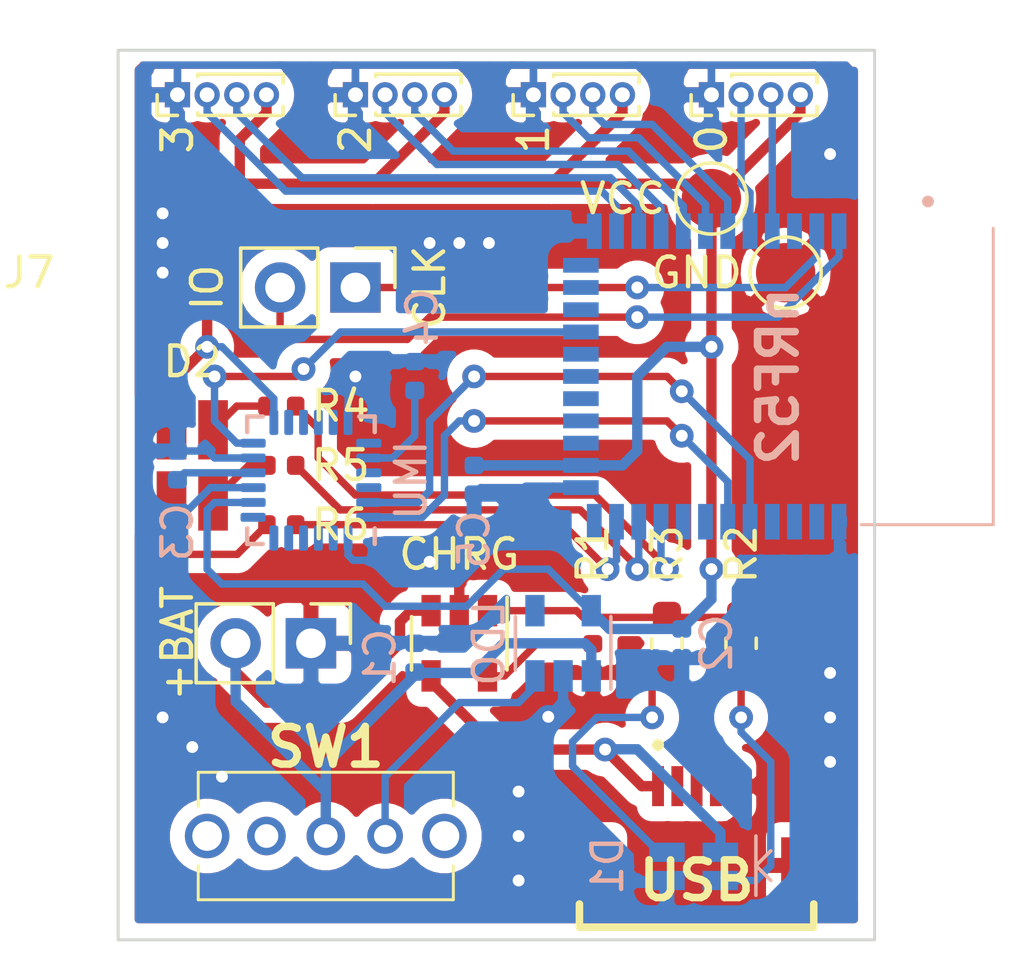
<source format=kicad_pcb>
(kicad_pcb (version 20171130) (host pcbnew "(5.1.0)-1")

  (general
    (thickness 1.6)
    (drawings 10)
    (tracks 361)
    (zones 0)
    (modules 27)
    (nets 53)
  )

  (page A4)
  (layers
    (0 F.Cu signal)
    (31 B.Cu signal)
    (32 B.Adhes user)
    (33 F.Adhes user)
    (34 B.Paste user)
    (35 F.Paste user)
    (36 B.SilkS user)
    (37 F.SilkS user)
    (38 B.Mask user)
    (39 F.Mask user)
    (40 Dwgs.User user)
    (41 Cmts.User user)
    (42 Eco1.User user)
    (43 Eco2.User user)
    (44 Edge.Cuts user)
    (45 Margin user)
    (46 B.CrtYd user)
    (47 F.CrtYd user)
    (48 B.Fab user hide)
    (49 F.Fab user)
  )

  (setup
    (last_trace_width 0.25)
    (user_trace_width 0.35)
    (trace_clearance 0.2)
    (zone_clearance 0.508)
    (zone_45_only no)
    (trace_min 0.2)
    (via_size 0.8)
    (via_drill 0.4)
    (via_min_size 0.4)
    (via_min_drill 0.3)
    (uvia_size 0.3)
    (uvia_drill 0.1)
    (uvias_allowed no)
    (uvia_min_size 0.2)
    (uvia_min_drill 0.1)
    (edge_width 0.05)
    (segment_width 0.2)
    (pcb_text_width 0.3)
    (pcb_text_size 1.5 1.5)
    (mod_edge_width 0.12)
    (mod_text_size 1 1)
    (mod_text_width 0.15)
    (pad_size 1.524 1.524)
    (pad_drill 0.762)
    (pad_to_mask_clearance 0.051)
    (solder_mask_min_width 0.25)
    (aux_axis_origin 0 0)
    (visible_elements 7FFFFFFF)
    (pcbplotparams
      (layerselection 0x010fc_ffffffff)
      (usegerberextensions false)
      (usegerberattributes false)
      (usegerberadvancedattributes false)
      (creategerberjobfile false)
      (excludeedgelayer true)
      (linewidth 0.100000)
      (plotframeref false)
      (viasonmask false)
      (mode 1)
      (useauxorigin false)
      (hpglpennumber 1)
      (hpglpenspeed 20)
      (hpglpendiameter 15.000000)
      (psnegative false)
      (psa4output false)
      (plotreference true)
      (plotvalue true)
      (plotinvisibletext false)
      (padsonsilk false)
      (subtractmaskfromsilk false)
      (outputformat 1)
      (mirror false)
      (drillshape 0)
      (scaleselection 1)
      (outputdirectory "gerbers/"))
  )

  (net 0 "")
  (net 1 +BATT)
  (net 2 GND)
  (net 3 VCC)
  (net 4 "Net-(D1-Pad3)")
  (net 5 "Net-(D1-Pad2)")
  (net 6 VBUS)
  (net 7 "Net-(D2-Pad3)")
  (net 8 "Net-(D2-Pad2)")
  (net 9 "Net-(D2-Pad1)")
  (net 10 "Net-(IC1-Pad38)")
  (net 11 SWI)
  (net 12 "Net-(IC1-Pad36)")
  (net 13 SCL)
  (net 14 SDA)
  (net 15 "Net-(IC1-Pad33)")
  (net 16 "Net-(IC1-Pad32)")
  (net 17 R)
  (net 18 G)
  (net 19 B)
  (net 20 "Net-(IC1-Pad28)")
  (net 21 "Net-(IC1-Pad25)")
  (net 22 "Net-(IC1-Pad24)")
  (net 23 "Net-(IC1-Pad23)")
  (net 24 "Net-(IC1-Pad22)")
  (net 25 "Net-(IC1-Pad21)")
  (net 26 INT1)
  (net 27 INT2)
  (net 28 "Net-(IC1-Pad18)")
  (net 29 "Net-(IC1-Pad17)")
  (net 30 D3)
  (net 31 E3)
  (net 32 D2)
  (net 33 E2)
  (net 34 D1)
  (net 35 E1)
  (net 36 D0)
  (net 37 E0)
  (net 38 "Net-(IC1-Pad7)")
  (net 39 "Net-(IC1-Pad6)")
  (net 40 "Net-(IC1-Pad5)")
  (net 41 "Net-(J1-Pad4)")
  (net 42 "Net-(J1-Pad3)")
  (net 43 "Net-(J1-Pad2)")
  (net 44 "Net-(R1-Pad2)")
  (net 45 "Net-(R2-Pad1)")
  (net 46 "Net-(SW1-Pad3)")
  (net 47 "Net-(SW1-Pad1)")
  (net 48 "Net-(U1-Pad4)")
  (net 49 "Net-(C3-Pad1)")
  (net 50 "Net-(C4-Pad1)")
  (net 51 "Net-(U3-Pad7)")
  (net 52 "Net-(U3-Pad6)")

  (net_class Default "This is the default net class."
    (clearance 0.2)
    (trace_width 0.25)
    (via_dia 0.8)
    (via_drill 0.4)
    (uvia_dia 0.3)
    (uvia_drill 0.1)
    (add_net +BATT)
    (add_net B)
    (add_net D0)
    (add_net D1)
    (add_net D2)
    (add_net D3)
    (add_net E0)
    (add_net E1)
    (add_net E2)
    (add_net E3)
    (add_net G)
    (add_net GND)
    (add_net INT1)
    (add_net INT2)
    (add_net "Net-(C3-Pad1)")
    (add_net "Net-(C4-Pad1)")
    (add_net "Net-(D1-Pad2)")
    (add_net "Net-(D1-Pad3)")
    (add_net "Net-(D2-Pad1)")
    (add_net "Net-(D2-Pad2)")
    (add_net "Net-(D2-Pad3)")
    (add_net "Net-(IC1-Pad17)")
    (add_net "Net-(IC1-Pad18)")
    (add_net "Net-(IC1-Pad21)")
    (add_net "Net-(IC1-Pad22)")
    (add_net "Net-(IC1-Pad23)")
    (add_net "Net-(IC1-Pad24)")
    (add_net "Net-(IC1-Pad25)")
    (add_net "Net-(IC1-Pad28)")
    (add_net "Net-(IC1-Pad32)")
    (add_net "Net-(IC1-Pad33)")
    (add_net "Net-(IC1-Pad36)")
    (add_net "Net-(IC1-Pad38)")
    (add_net "Net-(IC1-Pad5)")
    (add_net "Net-(IC1-Pad6)")
    (add_net "Net-(IC1-Pad7)")
    (add_net "Net-(J1-Pad2)")
    (add_net "Net-(J1-Pad3)")
    (add_net "Net-(J1-Pad4)")
    (add_net "Net-(R1-Pad2)")
    (add_net "Net-(R2-Pad1)")
    (add_net "Net-(SW1-Pad1)")
    (add_net "Net-(SW1-Pad3)")
    (add_net "Net-(U1-Pad4)")
    (add_net "Net-(U3-Pad6)")
    (add_net "Net-(U3-Pad7)")
    (add_net R)
    (add_net SCL)
    (add_net SDA)
    (add_net SWI)
    (add_net VBUS)
    (add_net VCC)
  )

  (module Mouser:0404LED (layer F.Cu) (tedit 5FD870C2) (tstamp 5FD929A8)
    (at 97 124 90)
    (path /5FDB4442)
    (fp_text reference D2 (at 3.5 0 180) (layer F.SilkS)
      (effects (font (size 1 1) (thickness 0.15)))
    )
    (fp_text value LED_BGRA (at 0 -5 90) (layer F.Fab)
      (effects (font (size 1 1) (thickness 0.15)))
    )
    (pad 4 smd rect (at 1.2 -0.7 90) (size 2 1) (layers F.Cu F.Paste F.Mask)
      (net 3 VCC))
    (pad 3 smd rect (at 1.2 0.7 90) (size 2 1) (layers F.Cu F.Paste F.Mask)
      (net 7 "Net-(D2-Pad3)"))
    (pad 2 smd rect (at -1.2 0.7 90) (size 2 1) (layers F.Cu F.Paste F.Mask)
      (net 8 "Net-(D2-Pad2)"))
    (pad 1 smd rect (at -1.2 -0.7 90) (size 2 1) (layers F.Cu F.Paste F.Mask)
      (net 9 "Net-(D2-Pad1)"))
  )

  (module Sensor_Motion:InvenSense_QFN-24_4x4mm_P0.5mm (layer B.Cu) (tedit 5B5A6D8E) (tstamp 5FDB0CE1)
    (at 101 124.5 90)
    (descr "24-Lead Plastic QFN (4mm x 4mm); Pitch 0.5mm; EP 2.7x2.6mm; for InvenSense motion sensors; keepout area marked (Package see: https://store.invensense.com/datasheets/invensense/MPU-6050_DataSheet_V3%204.pdf; See also https://www.invensense.com/wp-content/uploads/2015/02/InvenSense-MEMS-Handling.pdf)")
    (tags "QFN 0.5")
    (path /5FDB12EF)
    (attr smd)
    (fp_text reference IMU (at 0 3.375 90) (layer B.SilkS)
      (effects (font (size 1 1) (thickness 0.15)) (justify mirror))
    )
    (fp_text value MPU-6050 (at 0 -3.375 90) (layer B.Fab)
      (effects (font (size 1 1) (thickness 0.15)) (justify mirror))
    )
    (fp_text user Component (at 0 -0.55 90) (layer Cmts.User)
      (effects (font (size 0.2 0.2) (thickness 0.04)))
    )
    (fp_text user "Directly Below" (at 0 -0.25 90) (layer Cmts.User)
      (effects (font (size 0.2 0.2) (thickness 0.04)))
    )
    (fp_text user "No Copper" (at 0 0.1 90) (layer Cmts.User)
      (effects (font (size 0.2 0.2) (thickness 0.04)))
    )
    (fp_text user KEEPOUT (at 0 0.5 90) (layer Cmts.User)
      (effects (font (size 0.2 0.2) (thickness 0.04)))
    )
    (fp_line (start -0.975 1.325) (end -1.375 0.925) (layer Dwgs.User) (width 0.05))
    (fp_line (start -0.475 1.325) (end -1.375 0.425) (layer Dwgs.User) (width 0.05))
    (fp_line (start 0.025 1.325) (end -1.375 -0.075) (layer Dwgs.User) (width 0.05))
    (fp_line (start 0.525 1.325) (end -1.375 -0.575) (layer Dwgs.User) (width 0.05))
    (fp_line (start 1.025 1.325) (end -1.375 -1.075) (layer Dwgs.User) (width 0.05))
    (fp_line (start 1.375 1.175) (end -1.125 -1.325) (layer Dwgs.User) (width 0.05))
    (fp_line (start 1.375 0.675) (end -0.625 -1.325) (layer Dwgs.User) (width 0.05))
    (fp_line (start 1.375 0.175) (end -0.125 -1.325) (layer Dwgs.User) (width 0.05))
    (fp_line (start 1.375 -0.325) (end 0.375 -1.325) (layer Dwgs.User) (width 0.05))
    (fp_line (start 1.375 -0.825) (end 0.875 -1.325) (layer Dwgs.User) (width 0.05))
    (fp_line (start 1.375 -1.325) (end -1.375 -1.325) (layer Dwgs.User) (width 0.05))
    (fp_line (start 1.375 1.325) (end -1.375 1.325) (layer Dwgs.User) (width 0.05))
    (fp_line (start -1.375 -1.325) (end -1.375 1.325) (layer Dwgs.User) (width 0.05))
    (fp_line (start 1.375 -1.325) (end 1.375 1.325) (layer Dwgs.User) (width 0.05))
    (fp_line (start 2.15 2.15) (end 1.625 2.15) (layer B.SilkS) (width 0.15))
    (fp_line (start 2.15 -2.15) (end 1.625 -2.15) (layer B.SilkS) (width 0.15))
    (fp_line (start -2.15 -2.15) (end -1.625 -2.15) (layer B.SilkS) (width 0.15))
    (fp_line (start -2.15 2.15) (end -1.625 2.15) (layer B.SilkS) (width 0.15))
    (fp_line (start 2.15 -2.15) (end 2.15 -1.625) (layer B.SilkS) (width 0.15))
    (fp_line (start -2.15 -2.15) (end -2.15 -1.625) (layer B.SilkS) (width 0.15))
    (fp_line (start 2.15 2.15) (end 2.15 1.625) (layer B.SilkS) (width 0.15))
    (fp_line (start -2.65 -2.65) (end 2.65 -2.65) (layer B.CrtYd) (width 0.05))
    (fp_line (start -2.65 2.65) (end 2.65 2.65) (layer B.CrtYd) (width 0.05))
    (fp_line (start 2.65 2.65) (end 2.65 -2.65) (layer B.CrtYd) (width 0.05))
    (fp_line (start -2.65 2.65) (end -2.65 -2.65) (layer B.CrtYd) (width 0.05))
    (fp_line (start -2 1) (end -1 2) (layer B.Fab) (width 0.15))
    (fp_line (start -2 -2) (end -2 1) (layer B.Fab) (width 0.15))
    (fp_line (start 2 -2) (end -2 -2) (layer B.Fab) (width 0.15))
    (fp_line (start 2 2) (end 2 -2) (layer B.Fab) (width 0.15))
    (fp_line (start -1 2) (end 2 2) (layer B.Fab) (width 0.15))
    (fp_text user %R (at 0 0 90) (layer B.Fab)
      (effects (font (size 1 1) (thickness 0.15)) (justify mirror))
    )
    (pad 24 smd roundrect (at -1.25 1.95) (size 0.85 0.3) (layers B.Cu B.Paste B.Mask) (roundrect_rratio 0.25)
      (net 14 SDA))
    (pad 23 smd roundrect (at -0.75 1.95) (size 0.85 0.3) (layers B.Cu B.Paste B.Mask) (roundrect_rratio 0.25)
      (net 13 SCL))
    (pad 22 smd roundrect (at -0.25 1.95) (size 0.85 0.3) (layers B.Cu B.Paste B.Mask) (roundrect_rratio 0.25))
    (pad 21 smd roundrect (at 0.25 1.95) (size 0.85 0.3) (layers B.Cu B.Paste B.Mask) (roundrect_rratio 0.25))
    (pad 20 smd roundrect (at 0.75 1.95) (size 0.85 0.3) (layers B.Cu B.Paste B.Mask) (roundrect_rratio 0.25)
      (net 50 "Net-(C4-Pad1)"))
    (pad 19 smd roundrect (at 1.25 1.95) (size 0.85 0.3) (layers B.Cu B.Paste B.Mask) (roundrect_rratio 0.25))
    (pad 18 smd roundrect (at 1.95 1.25 90) (size 0.85 0.3) (layers B.Cu B.Paste B.Mask) (roundrect_rratio 0.25)
      (net 2 GND))
    (pad 17 smd roundrect (at 1.95 0.75 90) (size 0.85 0.3) (layers B.Cu B.Paste B.Mask) (roundrect_rratio 0.25))
    (pad 16 smd roundrect (at 1.95 0.25 90) (size 0.85 0.3) (layers B.Cu B.Paste B.Mask) (roundrect_rratio 0.25))
    (pad 15 smd roundrect (at 1.95 -0.25 90) (size 0.85 0.3) (layers B.Cu B.Paste B.Mask) (roundrect_rratio 0.25))
    (pad 14 smd roundrect (at 1.95 -0.75 90) (size 0.85 0.3) (layers B.Cu B.Paste B.Mask) (roundrect_rratio 0.25))
    (pad 13 smd roundrect (at 1.95 -1.25 90) (size 0.85 0.3) (layers B.Cu B.Paste B.Mask) (roundrect_rratio 0.25)
      (net 3 VCC))
    (pad 12 smd roundrect (at 1.25 -1.95) (size 0.85 0.3) (layers B.Cu B.Paste B.Mask) (roundrect_rratio 0.25)
      (net 26 INT1))
    (pad 11 smd roundrect (at 0.75 -1.95) (size 0.85 0.3) (layers B.Cu B.Paste B.Mask) (roundrect_rratio 0.25)
      (net 2 GND))
    (pad 10 smd roundrect (at 0.25 -1.95) (size 0.85 0.3) (layers B.Cu B.Paste B.Mask) (roundrect_rratio 0.25)
      (net 49 "Net-(C3-Pad1)"))
    (pad 9 smd roundrect (at -0.25 -1.95) (size 0.85 0.3) (layers B.Cu B.Paste B.Mask) (roundrect_rratio 0.25)
      (net 2 GND))
    (pad 8 smd roundrect (at -0.75 -1.95) (size 0.85 0.3) (layers B.Cu B.Paste B.Mask) (roundrect_rratio 0.25)
      (net 3 VCC))
    (pad 7 smd roundrect (at -1.25 -1.95) (size 0.85 0.3) (layers B.Cu B.Paste B.Mask) (roundrect_rratio 0.25)
      (net 51 "Net-(U3-Pad7)"))
    (pad 6 smd roundrect (at -1.95 -1.25 90) (size 0.85 0.3) (layers B.Cu B.Paste B.Mask) (roundrect_rratio 0.25)
      (net 52 "Net-(U3-Pad6)"))
    (pad 5 smd roundrect (at -1.95 -0.75 90) (size 0.85 0.3) (layers B.Cu B.Paste B.Mask) (roundrect_rratio 0.25))
    (pad 4 smd roundrect (at -1.95 -0.25 90) (size 0.85 0.3) (layers B.Cu B.Paste B.Mask) (roundrect_rratio 0.25))
    (pad 3 smd roundrect (at -1.95 0.25 90) (size 0.85 0.3) (layers B.Cu B.Paste B.Mask) (roundrect_rratio 0.25))
    (pad 2 smd roundrect (at -1.95 0.75 90) (size 0.85 0.3) (layers B.Cu B.Paste B.Mask) (roundrect_rratio 0.25))
    (pad 1 smd roundrect (at -1.95 1.25 90) (size 0.85 0.3) (layers B.Cu B.Paste B.Mask) (roundrect_rratio 0.25)
      (net 2 GND))
    (model ${KISYS3DMOD}/Package_DFN_QFN.3dshapes/QFN-24-1EP_4x4mm_P0.5mm_EP2.7x2.6mm.wrl
      (at (xyz 0 0 0))
      (scale (xyz 1 1 1))
      (rotate (xyz 0 0 0))
    )
  )

  (module Capacitor_SMD:C_0402_1005Metric (layer B.Cu) (tedit 5B301BBE) (tstamp 5FDB04BF)
    (at 104.5 120.984998 90)
    (descr "Capacitor SMD 0402 (1005 Metric), square (rectangular) end terminal, IPC_7351 nominal, (Body size source: http://www.tortai-tech.com/upload/download/2011102023233369053.pdf), generated with kicad-footprint-generator")
    (tags capacitor)
    (path /5FDBFB01)
    (attr smd)
    (fp_text reference C4 (at 1.984998 0.25 90) (layer B.SilkS)
      (effects (font (size 1 1) (thickness 0.15)) (justify mirror))
    )
    (fp_text value 2.2nf (at 0 -1.17 90) (layer B.Fab)
      (effects (font (size 1 1) (thickness 0.15)) (justify mirror))
    )
    (fp_text user %R (at 0 0 90) (layer B.Fab)
      (effects (font (size 0.25 0.25) (thickness 0.04)) (justify mirror))
    )
    (fp_line (start 0.93 -0.47) (end -0.93 -0.47) (layer B.CrtYd) (width 0.05))
    (fp_line (start 0.93 0.47) (end 0.93 -0.47) (layer B.CrtYd) (width 0.05))
    (fp_line (start -0.93 0.47) (end 0.93 0.47) (layer B.CrtYd) (width 0.05))
    (fp_line (start -0.93 -0.47) (end -0.93 0.47) (layer B.CrtYd) (width 0.05))
    (fp_line (start 0.5 -0.25) (end -0.5 -0.25) (layer B.Fab) (width 0.1))
    (fp_line (start 0.5 0.25) (end 0.5 -0.25) (layer B.Fab) (width 0.1))
    (fp_line (start -0.5 0.25) (end 0.5 0.25) (layer B.Fab) (width 0.1))
    (fp_line (start -0.5 -0.25) (end -0.5 0.25) (layer B.Fab) (width 0.1))
    (pad 2 smd roundrect (at 0.485 0 90) (size 0.59 0.64) (layers B.Cu B.Paste B.Mask) (roundrect_rratio 0.25)
      (net 2 GND))
    (pad 1 smd roundrect (at -0.485 0 90) (size 0.59 0.64) (layers B.Cu B.Paste B.Mask) (roundrect_rratio 0.25)
      (net 50 "Net-(C4-Pad1)"))
    (model ${KISYS3DMOD}/Capacitor_SMD.3dshapes/C_0402_1005Metric.wrl
      (at (xyz 0 0 0))
      (scale (xyz 1 1 1))
      (rotate (xyz 0 0 0))
    )
  )

  (module Capacitor_SMD:C_0402_1005Metric (layer B.Cu) (tedit 5B301BBE) (tstamp 5FDB04B0)
    (at 96.5 124 90)
    (descr "Capacitor SMD 0402 (1005 Metric), square (rectangular) end terminal, IPC_7351 nominal, (Body size source: http://www.tortai-tech.com/upload/download/2011102023233369053.pdf), generated with kicad-footprint-generator")
    (tags capacitor)
    (path /5FDBE24D)
    (attr smd)
    (fp_text reference C3 (at -2.25 0 90) (layer B.SilkS)
      (effects (font (size 1 1) (thickness 0.15)) (justify mirror))
    )
    (fp_text value 0.1uf (at 0 -1.17 90) (layer B.Fab)
      (effects (font (size 1 1) (thickness 0.15)) (justify mirror))
    )
    (fp_text user %R (at 0 0 90) (layer B.Fab)
      (effects (font (size 0.25 0.25) (thickness 0.04)) (justify mirror))
    )
    (fp_line (start 0.93 -0.47) (end -0.93 -0.47) (layer B.CrtYd) (width 0.05))
    (fp_line (start 0.93 0.47) (end 0.93 -0.47) (layer B.CrtYd) (width 0.05))
    (fp_line (start -0.93 0.47) (end 0.93 0.47) (layer B.CrtYd) (width 0.05))
    (fp_line (start -0.93 -0.47) (end -0.93 0.47) (layer B.CrtYd) (width 0.05))
    (fp_line (start 0.5 -0.25) (end -0.5 -0.25) (layer B.Fab) (width 0.1))
    (fp_line (start 0.5 0.25) (end 0.5 -0.25) (layer B.Fab) (width 0.1))
    (fp_line (start -0.5 0.25) (end 0.5 0.25) (layer B.Fab) (width 0.1))
    (fp_line (start -0.5 -0.25) (end -0.5 0.25) (layer B.Fab) (width 0.1))
    (pad 2 smd roundrect (at 0.485 0 90) (size 0.59 0.64) (layers B.Cu B.Paste B.Mask) (roundrect_rratio 0.25)
      (net 2 GND))
    (pad 1 smd roundrect (at -0.485 0 90) (size 0.59 0.64) (layers B.Cu B.Paste B.Mask) (roundrect_rratio 0.25)
      (net 49 "Net-(C3-Pad1)"))
    (model ${KISYS3DMOD}/Capacitor_SMD.3dshapes/C_0402_1005Metric.wrl
      (at (xyz 0 0 0))
      (scale (xyz 1 1 1))
      (rotate (xyz 0 0 0))
    )
  )

  (module Mouser:1616LED (layer B.Cu) (tedit 5FD88CCF) (tstamp 5FD8E43E)
    (at 113.9 137.525)
    (path /5FDCF74F)
    (fp_text reference D1 (at -2.9 -0.025 90) (layer B.SilkS)
      (effects (font (size 1 1) (thickness 0.15)) (justify mirror))
    )
    (fp_text value LED_Dual_AACC (at 0 4) (layer B.Fab)
      (effects (font (size 1 1) (thickness 0.15)) (justify mirror))
    )
    (pad 1 smd rect (at 0.9 -0.475) (size 1.2 0.65) (layers B.Cu B.Paste B.Mask)
      (net 6 VBUS))
    (pad 2 smd rect (at 0.9 0.475) (size 1.2 0.65) (layers B.Cu B.Paste B.Mask)
      (net 5 "Net-(D1-Pad2)"))
    (pad 4 smd rect (at -0.9 0.475) (size 1.2 0.65) (layers B.Cu B.Paste B.Mask)
      (net 2 GND))
    (pad 3 smd rect (at -0.9 -0.475) (size 1.2 0.65) (layers B.Cu B.Paste B.Mask)
      (net 4 "Net-(D1-Pad3)"))
  )

  (module TestPoint:TestPoint_Pad_D2.0mm (layer F.Cu) (tedit 5A0F774F) (tstamp 5FD893B4)
    (at 114.5 115)
    (descr "SMD pad as test Point, diameter 2.0mm")
    (tags "test point SMD pad")
    (path /5FD97866)
    (attr virtual)
    (fp_text reference VCC (at -3 0) (layer F.SilkS)
      (effects (font (size 1 1) (thickness 0.15)))
    )
    (fp_text value TestPoint (at 0 2.05) (layer F.Fab)
      (effects (font (size 1 1) (thickness 0.15)))
    )
    (fp_circle (center 0 0) (end 0 1.2) (layer F.SilkS) (width 0.12))
    (fp_circle (center 0 0) (end 1.5 0) (layer F.CrtYd) (width 0.05))
    (fp_text user %R (at 0 -2) (layer F.Fab)
      (effects (font (size 1 1) (thickness 0.15)))
    )
    (pad 1 smd circle (at 0 0) (size 2 2) (layers F.Cu F.Mask)
      (net 3 VCC))
  )

  (module Mouser:45300005 (layer B.Cu) (tedit 5FD881A9) (tstamp 5FDB2212)
    (at 117 121 90)
    (descr BL651)
    (tags "Integrated Circuit")
    (path /5FDD8218)
    (attr smd)
    (fp_text reference nRF52 (at 0 -0.25 90) (layer B.SilkS)
      (effects (font (size 1.27 1.27) (thickness 0.254)) (justify mirror))
    )
    (fp_text value 453-00005 (at 0 -0.25 90) (layer B.SilkS) hide
      (effects (font (size 1.27 1.27) (thickness 0.254)) (justify mirror))
    )
    (fp_arc (start 5.9 4.8) (end 5.9 4.7) (angle -180) (layer B.SilkS) (width 0.2))
    (fp_arc (start 5.9 4.8) (end 5.9 4.9) (angle -180) (layer B.SilkS) (width 0.2))
    (fp_line (start 5.9 4.7) (end 5.9 4.7) (layer B.SilkS) (width 0.2))
    (fp_line (start 5.9 4.9) (end 5.9 4.9) (layer B.SilkS) (width 0.2))
    (fp_line (start -5 7) (end 5 7) (layer B.SilkS) (width 0.1))
    (fp_line (start -5 2.55) (end -5 7) (layer B.SilkS) (width 0.1))
    (fp_line (start -6.5 -8.5) (end -6.5 8) (layer B.CrtYd) (width 0.1))
    (fp_line (start 6.5 -8.5) (end -6.5 -8.5) (layer B.CrtYd) (width 0.1))
    (fp_line (start 6.5 8) (end 6.5 -8.5) (layer B.CrtYd) (width 0.1))
    (fp_line (start -6.5 8) (end 6.5 8) (layer B.CrtYd) (width 0.1))
    (fp_line (start -5 -7) (end -5 7) (layer B.Fab) (width 0.2))
    (fp_line (start 5 -7) (end -5 -7) (layer B.Fab) (width 0.2))
    (fp_line (start -5 7) (end 5 7) (layer B.Fab) (width 0.2))
    (fp_text user %R (at 0 -0.25 90) (layer B.Fab)
      (effects (font (size 1.27 1.27) (thickness 0.254)) (justify mirror))
    )
    (pad 39 smd rect (at -4.9 1.8) (size 0.5 1.2) (layers B.Cu B.Paste B.Mask)
      (net 2 GND))
    (pad 38 smd rect (at -4.9 1.05) (size 0.5 1.2) (layers B.Cu B.Paste B.Mask)
      (net 10 "Net-(IC1-Pad38)"))
    (pad 37 smd rect (at -4.9 0.3) (size 0.5 1.2) (layers B.Cu B.Paste B.Mask)
      (net 11 SWI))
    (pad 36 smd rect (at -4.9 -0.45) (size 0.5 1.2) (layers B.Cu B.Paste B.Mask)
      (net 12 "Net-(IC1-Pad36)"))
    (pad 35 smd rect (at -4.9 -1.2) (size 0.5 1.2) (layers B.Cu B.Paste B.Mask)
      (net 13 SCL))
    (pad 34 smd rect (at -4.9 -1.95) (size 0.5 1.2) (layers B.Cu B.Paste B.Mask)
      (net 14 SDA))
    (pad 33 smd rect (at -4.9 -2.7) (size 0.5 1.2) (layers B.Cu B.Paste B.Mask)
      (net 15 "Net-(IC1-Pad33)"))
    (pad 32 smd rect (at -4.9 -3.45) (size 0.5 1.2) (layers B.Cu B.Paste B.Mask)
      (net 16 "Net-(IC1-Pad32)"))
    (pad 31 smd rect (at -4.9 -4.2) (size 0.5 1.2) (layers B.Cu B.Paste B.Mask)
      (net 17 R))
    (pad 30 smd rect (at -4.9 -4.95) (size 0.5 1.2) (layers B.Cu B.Paste B.Mask)
      (net 18 G))
    (pad 29 smd rect (at -4.9 -5.7) (size 0.5 1.2) (layers B.Cu B.Paste B.Mask)
      (net 19 B))
    (pad 28 smd rect (at -4.9 -6.45) (size 0.5 1.2) (layers B.Cu B.Paste B.Mask)
      (net 20 "Net-(IC1-Pad28)"))
    (pad 27 smd rect (at -3.75 -6.9 90) (size 0.5 1.2) (layers B.Cu B.Paste B.Mask)
      (net 2 GND))
    (pad 26 smd rect (at -3 -6.9 90) (size 0.5 1.2) (layers B.Cu B.Paste B.Mask)
      (net 3 VCC))
    (pad 25 smd rect (at -2.25 -6.9 90) (size 0.5 1.2) (layers B.Cu B.Paste B.Mask)
      (net 21 "Net-(IC1-Pad25)"))
    (pad 24 smd rect (at -1.5 -6.9 90) (size 0.5 1.2) (layers B.Cu B.Paste B.Mask)
      (net 22 "Net-(IC1-Pad24)"))
    (pad 23 smd rect (at -0.75 -6.9 90) (size 0.5 1.2) (layers B.Cu B.Paste B.Mask)
      (net 23 "Net-(IC1-Pad23)"))
    (pad 22 smd rect (at 0 -6.9 90) (size 0.5 1.2) (layers B.Cu B.Paste B.Mask)
      (net 24 "Net-(IC1-Pad22)"))
    (pad 21 smd rect (at 0.75 -6.9 90) (size 0.5 1.2) (layers B.Cu B.Paste B.Mask)
      (net 25 "Net-(IC1-Pad21)"))
    (pad 20 smd rect (at 1.5 -6.9 90) (size 0.5 1.2) (layers B.Cu B.Paste B.Mask)
      (net 26 INT1))
    (pad 19 smd rect (at 2.25 -6.9 90) (size 0.5 1.2) (layers B.Cu B.Paste B.Mask)
      (net 27 INT2))
    (pad 18 smd rect (at 3 -6.9 90) (size 0.5 1.2) (layers B.Cu B.Paste B.Mask)
      (net 28 "Net-(IC1-Pad18)"))
    (pad 17 smd rect (at 3.75 -6.9 90) (size 0.5 1.2) (layers B.Cu B.Paste B.Mask)
      (net 29 "Net-(IC1-Pad17)"))
    (pad 16 smd rect (at 4.9 -6.45) (size 0.5 1.2) (layers B.Cu B.Paste B.Mask)
      (net 2 GND))
    (pad 15 smd rect (at 4.9 -5.7) (size 0.5 1.2) (layers B.Cu B.Paste B.Mask)
      (net 30 D3))
    (pad 14 smd rect (at 4.9 -4.95) (size 0.5 1.2) (layers B.Cu B.Paste B.Mask)
      (net 31 E3))
    (pad 13 smd rect (at 4.9 -4.2) (size 0.5 1.2) (layers B.Cu B.Paste B.Mask)
      (net 32 D2))
    (pad 12 smd rect (at 4.9 -3.45) (size 0.5 1.2) (layers B.Cu B.Paste B.Mask)
      (net 33 E2))
    (pad 11 smd rect (at 4.9 -2.7) (size 0.5 1.2) (layers B.Cu B.Paste B.Mask)
      (net 34 D1))
    (pad 10 smd rect (at 4.9 -1.95) (size 0.5 1.2) (layers B.Cu B.Paste B.Mask)
      (net 35 E1))
    (pad 9 smd rect (at 4.9 -1.2) (size 0.5 1.2) (layers B.Cu B.Paste B.Mask)
      (net 36 D0))
    (pad 8 smd rect (at 4.9 -0.45) (size 0.5 1.2) (layers B.Cu B.Paste B.Mask)
      (net 37 E0))
    (pad 7 smd rect (at 4.9 0.3) (size 0.5 1.2) (layers B.Cu B.Paste B.Mask)
      (net 38 "Net-(IC1-Pad7)"))
    (pad 6 smd rect (at 4.9 1.05) (size 0.5 1.2) (layers B.Cu B.Paste B.Mask)
      (net 39 "Net-(IC1-Pad6)"))
    (pad 5 smd rect (at 4.9 1.8) (size 0.5 1.2) (layers B.Cu B.Paste B.Mask)
      (net 40 "Net-(IC1-Pad5)"))
  )

  (module Capacitor_SMD:C_0603_1608Metric_Pad1.05x0.95mm_HandSolder (layer F.Cu) (tedit 5B301BBE) (tstamp 5FD91B46)
    (at 115.5 130 270)
    (descr "Capacitor SMD 0603 (1608 Metric), square (rectangular) end terminal, IPC_7351 nominal with elongated pad for handsoldering. (Body size source: http://www.tortai-tech.com/upload/download/2011102023233369053.pdf), generated with kicad-footprint-generator")
    (tags "capacitor handsolder")
    (path /5FDD2169)
    (attr smd)
    (fp_text reference R2 (at -3 0 270) (layer F.SilkS)
      (effects (font (size 1 1) (thickness 0.15)))
    )
    (fp_text value 330 (at 0 1.43 270) (layer F.Fab)
      (effects (font (size 1 1) (thickness 0.15)))
    )
    (fp_text user %R (at 0 0 270) (layer F.Fab)
      (effects (font (size 0.4 0.4) (thickness 0.06)))
    )
    (fp_line (start 1.65 0.73) (end -1.65 0.73) (layer F.CrtYd) (width 0.05))
    (fp_line (start 1.65 -0.73) (end 1.65 0.73) (layer F.CrtYd) (width 0.05))
    (fp_line (start -1.65 -0.73) (end 1.65 -0.73) (layer F.CrtYd) (width 0.05))
    (fp_line (start -1.65 0.73) (end -1.65 -0.73) (layer F.CrtYd) (width 0.05))
    (fp_line (start -0.171267 0.51) (end 0.171267 0.51) (layer F.SilkS) (width 0.12))
    (fp_line (start -0.171267 -0.51) (end 0.171267 -0.51) (layer F.SilkS) (width 0.12))
    (fp_line (start 0.8 0.4) (end -0.8 0.4) (layer F.Fab) (width 0.1))
    (fp_line (start 0.8 -0.4) (end 0.8 0.4) (layer F.Fab) (width 0.1))
    (fp_line (start -0.8 -0.4) (end 0.8 -0.4) (layer F.Fab) (width 0.1))
    (fp_line (start -0.8 0.4) (end -0.8 -0.4) (layer F.Fab) (width 0.1))
    (pad 2 smd roundrect (at 0.875 0 270) (size 1.05 0.95) (layers F.Cu F.Paste F.Mask) (roundrect_rratio 0.25)
      (net 5 "Net-(D1-Pad2)"))
    (pad 1 smd roundrect (at -0.875 0 270) (size 1.05 0.95) (layers F.Cu F.Paste F.Mask) (roundrect_rratio 0.25)
      (net 45 "Net-(R2-Pad1)"))
    (model ${KISYS3DMOD}/Capacitor_SMD.3dshapes/C_0603_1608Metric.wrl
      (at (xyz 0 0 0))
      (scale (xyz 1 1 1))
      (rotate (xyz 0 0 0))
    )
  )

  (module Capacitor_SMD:C_0603_1608Metric_Pad1.05x0.95mm_HandSolder (layer F.Cu) (tedit 5B301BBE) (tstamp 5FD91D9A)
    (at 113 130 90)
    (descr "Capacitor SMD 0603 (1608 Metric), square (rectangular) end terminal, IPC_7351 nominal with elongated pad for handsoldering. (Body size source: http://www.tortai-tech.com/upload/download/2011102023233369053.pdf), generated with kicad-footprint-generator")
    (tags "capacitor handsolder")
    (path /5FDD2509)
    (attr smd)
    (fp_text reference R3 (at 3 0 90) (layer F.SilkS)
      (effects (font (size 1 1) (thickness 0.15)))
    )
    (fp_text value 330 (at 0 1.43 90) (layer F.Fab)
      (effects (font (size 1 1) (thickness 0.15)))
    )
    (fp_text user %R (at 0 0 90) (layer F.Fab)
      (effects (font (size 0.4 0.4) (thickness 0.06)))
    )
    (fp_line (start 1.65 0.73) (end -1.65 0.73) (layer F.CrtYd) (width 0.05))
    (fp_line (start 1.65 -0.73) (end 1.65 0.73) (layer F.CrtYd) (width 0.05))
    (fp_line (start -1.65 -0.73) (end 1.65 -0.73) (layer F.CrtYd) (width 0.05))
    (fp_line (start -1.65 0.73) (end -1.65 -0.73) (layer F.CrtYd) (width 0.05))
    (fp_line (start -0.171267 0.51) (end 0.171267 0.51) (layer F.SilkS) (width 0.12))
    (fp_line (start -0.171267 -0.51) (end 0.171267 -0.51) (layer F.SilkS) (width 0.12))
    (fp_line (start 0.8 0.4) (end -0.8 0.4) (layer F.Fab) (width 0.1))
    (fp_line (start 0.8 -0.4) (end 0.8 0.4) (layer F.Fab) (width 0.1))
    (fp_line (start -0.8 -0.4) (end 0.8 -0.4) (layer F.Fab) (width 0.1))
    (fp_line (start -0.8 0.4) (end -0.8 -0.4) (layer F.Fab) (width 0.1))
    (pad 2 smd roundrect (at 0.875 0 90) (size 1.05 0.95) (layers F.Cu F.Paste F.Mask) (roundrect_rratio 0.25)
      (net 45 "Net-(R2-Pad1)"))
    (pad 1 smd roundrect (at -0.875 0 90) (size 1.05 0.95) (layers F.Cu F.Paste F.Mask) (roundrect_rratio 0.25)
      (net 4 "Net-(D1-Pad3)"))
    (model ${KISYS3DMOD}/Capacitor_SMD.3dshapes/C_0603_1608Metric.wrl
      (at (xyz 0 0 0))
      (scale (xyz 1 1 1))
      (rotate (xyz 0 0 0))
    )
  )

  (module Package_TO_SOT_SMD:SOT-23-5 (layer F.Cu) (tedit 5A02FF57) (tstamp 5FD94A62)
    (at 106 130 270)
    (descr "5-pin SOT23 package")
    (tags SOT-23-5)
    (path /5FD81914)
    (attr smd)
    (fp_text reference CHRG (at -3 0) (layer F.SilkS)
      (effects (font (size 1 1) (thickness 0.15)))
    )
    (fp_text value MCP73831-2-OT (at 0 2.9 270) (layer F.Fab)
      (effects (font (size 1 1) (thickness 0.15)))
    )
    (fp_line (start 0.9 -1.55) (end 0.9 1.55) (layer F.Fab) (width 0.1))
    (fp_line (start 0.9 1.55) (end -0.9 1.55) (layer F.Fab) (width 0.1))
    (fp_line (start -0.9 -0.9) (end -0.9 1.55) (layer F.Fab) (width 0.1))
    (fp_line (start 0.9 -1.55) (end -0.25 -1.55) (layer F.Fab) (width 0.1))
    (fp_line (start -0.9 -0.9) (end -0.25 -1.55) (layer F.Fab) (width 0.1))
    (fp_line (start -1.9 1.8) (end -1.9 -1.8) (layer F.CrtYd) (width 0.05))
    (fp_line (start 1.9 1.8) (end -1.9 1.8) (layer F.CrtYd) (width 0.05))
    (fp_line (start 1.9 -1.8) (end 1.9 1.8) (layer F.CrtYd) (width 0.05))
    (fp_line (start -1.9 -1.8) (end 1.9 -1.8) (layer F.CrtYd) (width 0.05))
    (fp_line (start 0.9 -1.61) (end -1.55 -1.61) (layer F.SilkS) (width 0.12))
    (fp_line (start -0.9 1.61) (end 0.9 1.61) (layer F.SilkS) (width 0.12))
    (fp_text user %R (at 0 0) (layer F.Fab)
      (effects (font (size 0.5 0.5) (thickness 0.075)))
    )
    (pad 5 smd rect (at 1.1 -0.95 270) (size 1.06 0.65) (layers F.Cu F.Paste F.Mask)
      (net 44 "Net-(R1-Pad2)"))
    (pad 4 smd rect (at 1.1 0.95 270) (size 1.06 0.65) (layers F.Cu F.Paste F.Mask)
      (net 6 VBUS))
    (pad 3 smd rect (at -1.1 0.95 270) (size 1.06 0.65) (layers F.Cu F.Paste F.Mask)
      (net 1 +BATT))
    (pad 2 smd rect (at -1.1 0 270) (size 1.06 0.65) (layers F.Cu F.Paste F.Mask)
      (net 2 GND))
    (pad 1 smd rect (at -1.1 -0.95 270) (size 1.06 0.65) (layers F.Cu F.Paste F.Mask)
      (net 45 "Net-(R2-Pad1)"))
    (model ${KISYS3DMOD}/Package_TO_SOT_SMD.3dshapes/SOT-23-5.wrl
      (at (xyz 0 0 0))
      (scale (xyz 1 1 1))
      (rotate (xyz 0 0 0))
    )
  )

  (module Package_TO_SOT_SMD:SOT-23-5 (layer B.Cu) (tedit 5A02FF57) (tstamp 5FD914DB)
    (at 109.5 130 90)
    (descr "5-pin SOT23 package")
    (tags SOT-23-5)
    (path /5FD921C5)
    (attr smd)
    (fp_text reference LDO (at 0 -2.5 90) (layer B.SilkS)
      (effects (font (size 1 1) (thickness 0.15)) (justify mirror))
    )
    (fp_text value MIC5504-3.3YM5 (at 0 -2.9 90) (layer B.Fab)
      (effects (font (size 1 1) (thickness 0.15)) (justify mirror))
    )
    (fp_line (start 0.9 1.55) (end 0.9 -1.55) (layer B.Fab) (width 0.1))
    (fp_line (start 0.9 -1.55) (end -0.9 -1.55) (layer B.Fab) (width 0.1))
    (fp_line (start -0.9 0.9) (end -0.9 -1.55) (layer B.Fab) (width 0.1))
    (fp_line (start 0.9 1.55) (end -0.25 1.55) (layer B.Fab) (width 0.1))
    (fp_line (start -0.9 0.9) (end -0.25 1.55) (layer B.Fab) (width 0.1))
    (fp_line (start -1.9 -1.8) (end -1.9 1.8) (layer B.CrtYd) (width 0.05))
    (fp_line (start 1.9 -1.8) (end -1.9 -1.8) (layer B.CrtYd) (width 0.05))
    (fp_line (start 1.9 1.8) (end 1.9 -1.8) (layer B.CrtYd) (width 0.05))
    (fp_line (start -1.9 1.8) (end 1.9 1.8) (layer B.CrtYd) (width 0.05))
    (fp_line (start 0.9 1.61) (end -1.55 1.61) (layer B.SilkS) (width 0.12))
    (fp_line (start -0.9 -1.61) (end 0.9 -1.61) (layer B.SilkS) (width 0.12))
    (fp_text user %R (at 0 0) (layer B.Fab)
      (effects (font (size 0.5 0.5) (thickness 0.075)) (justify mirror))
    )
    (pad 5 smd rect (at 1.1 0.95 90) (size 1.06 0.65) (layers B.Cu B.Paste B.Mask)
      (net 3 VCC))
    (pad 4 smd rect (at 1.1 -0.95 90) (size 1.06 0.65) (layers B.Cu B.Paste B.Mask)
      (net 48 "Net-(U1-Pad4)"))
    (pad 3 smd rect (at -1.1 -0.95 90) (size 1.06 0.65) (layers B.Cu B.Paste B.Mask)
      (net 46 "Net-(SW1-Pad3)"))
    (pad 2 smd rect (at -1.1 0 90) (size 1.06 0.65) (layers B.Cu B.Paste B.Mask)
      (net 2 GND))
    (pad 1 smd rect (at -1.1 0.95 90) (size 1.06 0.65) (layers B.Cu B.Paste B.Mask)
      (net 1 +BATT))
    (model ${KISYS3DMOD}/Package_TO_SOT_SMD.3dshapes/SOT-23-5.wrl
      (at (xyz 0 0 0))
      (scale (xyz 1 1 1))
      (rotate (xyz 0 0 0))
    )
  )

  (module TestPoint:TestPoint_Pad_D2.0mm (layer F.Cu) (tedit 5A0F774F) (tstamp 5FD8DABD)
    (at 117 117.5)
    (descr "SMD pad as test Point, diameter 2.0mm")
    (tags "test point SMD pad")
    (path /5FE0AB9A)
    (attr virtual)
    (fp_text reference GND (at -3 0) (layer F.SilkS)
      (effects (font (size 1 1) (thickness 0.15)))
    )
    (fp_text value TestPoint (at 0 2.05) (layer F.Fab)
      (effects (font (size 1 1) (thickness 0.15)))
    )
    (fp_circle (center 0 0) (end 0 1.2) (layer F.SilkS) (width 0.12))
    (fp_circle (center 0 0) (end 1.5 0) (layer F.CrtYd) (width 0.05))
    (fp_text user %R (at 0 -2) (layer F.Fab)
      (effects (font (size 1 1) (thickness 0.15)))
    )
    (pad 1 smd circle (at 0 0) (size 2 2) (layers F.Cu F.Mask)
      (net 2 GND))
  )

  (module Mouser:18252321 (layer F.Cu) (tedit 0) (tstamp 5FD8DAB5)
    (at 99.5 136.5)
    (descr 1825232-1-1)
    (tags Switch)
    (path /5FE5100A)
    (fp_text reference SW1 (at 2 -3) (layer F.SilkS)
      (effects (font (size 1.27 1.27) (thickness 0.254)))
    )
    (fp_text value "Power Switch" (at 2 0) (layer F.SilkS) hide
      (effects (font (size 1.27 1.27) (thickness 0.254)))
    )
    (fp_line (start 6.3 2.15) (end 6.3 1) (layer F.SilkS) (width 0.1))
    (fp_line (start -2.3 2.15) (end 6.3 2.15) (layer F.SilkS) (width 0.1))
    (fp_line (start -2.3 1) (end -2.3 2.15) (layer F.SilkS) (width 0.1))
    (fp_line (start 6.3 -2.15) (end 6.3 -1) (layer F.SilkS) (width 0.1))
    (fp_line (start -2.3 -2.15) (end 6.3 -2.15) (layer F.SilkS) (width 0.1))
    (fp_line (start -2.3 -1) (end -2.3 -2.15) (layer F.SilkS) (width 0.1))
    (fp_line (start -3.75 3.15) (end -3.75 -3.15) (layer F.CrtYd) (width 0.1))
    (fp_line (start 7.75 3.15) (end -3.75 3.15) (layer F.CrtYd) (width 0.1))
    (fp_line (start 7.75 -3.15) (end 7.75 3.15) (layer F.CrtYd) (width 0.1))
    (fp_line (start -3.75 -3.15) (end 7.75 -3.15) (layer F.CrtYd) (width 0.1))
    (fp_line (start -2.3 2.15) (end -2.3 -2.15) (layer F.Fab) (width 0.2))
    (fp_line (start 6.3 2.15) (end -2.3 2.15) (layer F.Fab) (width 0.2))
    (fp_line (start 6.3 -2.15) (end 6.3 2.15) (layer F.Fab) (width 0.2))
    (fp_line (start -2.3 -2.15) (end 6.3 -2.15) (layer F.Fab) (width 0.2))
    (fp_text user %R (at 2 0) (layer F.Fab)
      (effects (font (size 1.27 1.27) (thickness 0.254)))
    )
    (pad MH2 thru_hole circle (at 6 0) (size 1.5 1.5) (drill 1) (layers *.Cu *.Mask))
    (pad MH1 thru_hole circle (at -2 0) (size 1.5 1.5) (drill 1) (layers *.Cu *.Mask))
    (pad 3 thru_hole circle (at 4 0) (size 1.2 1.2) (drill 0.75) (layers *.Cu *.Mask)
      (net 46 "Net-(SW1-Pad3)"))
    (pad 2 thru_hole circle (at 2 0) (size 1.3 1.3) (drill 0.8) (layers *.Cu *.Mask)
      (net 1 +BATT))
    (pad 1 thru_hole circle (at 0 0) (size 1.3 1.3) (drill 0.8) (layers *.Cu *.Mask)
      (net 47 "Net-(SW1-Pad1)"))
    (model 1825232-1.stp
      (at (xyz 0 0 0))
      (scale (xyz 1 1 1))
      (rotate (xyz 0 0 0))
    )
  )

  (module Resistor_SMD:R_0402_1005Metric (layer F.Cu) (tedit 5B301BBD) (tstamp 5FD8DA9D)
    (at 100 126)
    (descr "Resistor SMD 0402 (1005 Metric), square (rectangular) end terminal, IPC_7351 nominal, (Body size source: http://www.tortai-tech.com/upload/download/2011102023233369053.pdf), generated with kicad-footprint-generator")
    (tags resistor)
    (path /5FDB68EB)
    (attr smd)
    (fp_text reference R6 (at 2 0) (layer F.SilkS)
      (effects (font (size 1 1) (thickness 0.15)))
    )
    (fp_text value 82 (at 0 1.17) (layer F.Fab)
      (effects (font (size 1 1) (thickness 0.15)))
    )
    (fp_line (start -0.5 0.25) (end -0.5 -0.25) (layer F.Fab) (width 0.1))
    (fp_line (start -0.5 -0.25) (end 0.5 -0.25) (layer F.Fab) (width 0.1))
    (fp_line (start 0.5 -0.25) (end 0.5 0.25) (layer F.Fab) (width 0.1))
    (fp_line (start 0.5 0.25) (end -0.5 0.25) (layer F.Fab) (width 0.1))
    (fp_line (start -0.93 0.47) (end -0.93 -0.47) (layer F.CrtYd) (width 0.05))
    (fp_line (start -0.93 -0.47) (end 0.93 -0.47) (layer F.CrtYd) (width 0.05))
    (fp_line (start 0.93 -0.47) (end 0.93 0.47) (layer F.CrtYd) (width 0.05))
    (fp_line (start 0.93 0.47) (end -0.93 0.47) (layer F.CrtYd) (width 0.05))
    (fp_text user %R (at 0 0) (layer F.Fab)
      (effects (font (size 0.25 0.25) (thickness 0.04)))
    )
    (pad 1 smd roundrect (at -0.485 0) (size 0.59 0.64) (layers F.Cu F.Paste F.Mask) (roundrect_rratio 0.25)
      (net 9 "Net-(D2-Pad1)"))
    (pad 2 smd roundrect (at 0.485 0) (size 0.59 0.64) (layers F.Cu F.Paste F.Mask) (roundrect_rratio 0.25)
      (net 19 B))
    (model ${KISYS3DMOD}/Resistor_SMD.3dshapes/R_0402_1005Metric.wrl
      (at (xyz 0 0 0))
      (scale (xyz 1 1 1))
      (rotate (xyz 0 0 0))
    )
  )

  (module Resistor_SMD:R_0402_1005Metric (layer F.Cu) (tedit 5B301BBD) (tstamp 5FD8DA8E)
    (at 100 124)
    (descr "Resistor SMD 0402 (1005 Metric), square (rectangular) end terminal, IPC_7351 nominal, (Body size source: http://www.tortai-tech.com/upload/download/2011102023233369053.pdf), generated with kicad-footprint-generator")
    (tags resistor)
    (path /5FDB675F)
    (attr smd)
    (fp_text reference R5 (at 2 0) (layer F.SilkS)
      (effects (font (size 1 1) (thickness 0.15)))
    )
    (fp_text value 82 (at 0 1.17) (layer F.Fab)
      (effects (font (size 1 1) (thickness 0.15)))
    )
    (fp_line (start -0.5 0.25) (end -0.5 -0.25) (layer F.Fab) (width 0.1))
    (fp_line (start -0.5 -0.25) (end 0.5 -0.25) (layer F.Fab) (width 0.1))
    (fp_line (start 0.5 -0.25) (end 0.5 0.25) (layer F.Fab) (width 0.1))
    (fp_line (start 0.5 0.25) (end -0.5 0.25) (layer F.Fab) (width 0.1))
    (fp_line (start -0.93 0.47) (end -0.93 -0.47) (layer F.CrtYd) (width 0.05))
    (fp_line (start -0.93 -0.47) (end 0.93 -0.47) (layer F.CrtYd) (width 0.05))
    (fp_line (start 0.93 -0.47) (end 0.93 0.47) (layer F.CrtYd) (width 0.05))
    (fp_line (start 0.93 0.47) (end -0.93 0.47) (layer F.CrtYd) (width 0.05))
    (fp_text user %R (at 0 0) (layer F.Fab)
      (effects (font (size 0.25 0.25) (thickness 0.04)))
    )
    (pad 1 smd roundrect (at -0.485 0) (size 0.59 0.64) (layers F.Cu F.Paste F.Mask) (roundrect_rratio 0.25)
      (net 8 "Net-(D2-Pad2)"))
    (pad 2 smd roundrect (at 0.485 0) (size 0.59 0.64) (layers F.Cu F.Paste F.Mask) (roundrect_rratio 0.25)
      (net 18 G))
    (model ${KISYS3DMOD}/Resistor_SMD.3dshapes/R_0402_1005Metric.wrl
      (at (xyz 0 0 0))
      (scale (xyz 1 1 1))
      (rotate (xyz 0 0 0))
    )
  )

  (module Resistor_SMD:R_0402_1005Metric (layer F.Cu) (tedit 5B301BBD) (tstamp 5FD8DA7F)
    (at 100 122)
    (descr "Resistor SMD 0402 (1005 Metric), square (rectangular) end terminal, IPC_7351 nominal, (Body size source: http://www.tortai-tech.com/upload/download/2011102023233369053.pdf), generated with kicad-footprint-generator")
    (tags resistor)
    (path /5FDB5F29)
    (attr smd)
    (fp_text reference R4 (at 2 0) (layer F.SilkS)
      (effects (font (size 1 1) (thickness 0.15)))
    )
    (fp_text value 300 (at 0 1.17) (layer F.Fab)
      (effects (font (size 1 1) (thickness 0.15)))
    )
    (fp_line (start -0.5 0.25) (end -0.5 -0.25) (layer F.Fab) (width 0.1))
    (fp_line (start -0.5 -0.25) (end 0.5 -0.25) (layer F.Fab) (width 0.1))
    (fp_line (start 0.5 -0.25) (end 0.5 0.25) (layer F.Fab) (width 0.1))
    (fp_line (start 0.5 0.25) (end -0.5 0.25) (layer F.Fab) (width 0.1))
    (fp_line (start -0.93 0.47) (end -0.93 -0.47) (layer F.CrtYd) (width 0.05))
    (fp_line (start -0.93 -0.47) (end 0.93 -0.47) (layer F.CrtYd) (width 0.05))
    (fp_line (start 0.93 -0.47) (end 0.93 0.47) (layer F.CrtYd) (width 0.05))
    (fp_line (start 0.93 0.47) (end -0.93 0.47) (layer F.CrtYd) (width 0.05))
    (fp_text user %R (at 0 0) (layer F.Fab)
      (effects (font (size 0.25 0.25) (thickness 0.04)))
    )
    (pad 1 smd roundrect (at -0.485 0) (size 0.59 0.64) (layers F.Cu F.Paste F.Mask) (roundrect_rratio 0.25)
      (net 7 "Net-(D2-Pad3)"))
    (pad 2 smd roundrect (at 0.485 0) (size 0.59 0.64) (layers F.Cu F.Paste F.Mask) (roundrect_rratio 0.25)
      (net 17 R))
    (model ${KISYS3DMOD}/Resistor_SMD.3dshapes/R_0402_1005Metric.wrl
      (at (xyz 0 0 0))
      (scale (xyz 1 1 1))
      (rotate (xyz 0 0 0))
    )
  )

  (module Resistor_SMD:R_0402_1005Metric (layer F.Cu) (tedit 5B301BBD) (tstamp 5FD91DE5)
    (at 110.5 130.5 90)
    (descr "Resistor SMD 0402 (1005 Metric), square (rectangular) end terminal, IPC_7351 nominal, (Body size source: http://www.tortai-tech.com/upload/download/2011102023233369053.pdf), generated with kicad-footprint-generator")
    (tags resistor)
    (path /5FD85130)
    (attr smd)
    (fp_text reference R1 (at 3.5 0 90) (layer F.SilkS)
      (effects (font (size 1 1) (thickness 0.15)))
    )
    (fp_text value 2K (at 0 1.17 90) (layer F.Fab)
      (effects (font (size 1 1) (thickness 0.15)))
    )
    (fp_text user %R (at 0 0 90) (layer F.Fab)
      (effects (font (size 0.25 0.25) (thickness 0.04)))
    )
    (fp_line (start 0.93 0.47) (end -0.93 0.47) (layer F.CrtYd) (width 0.05))
    (fp_line (start 0.93 -0.47) (end 0.93 0.47) (layer F.CrtYd) (width 0.05))
    (fp_line (start -0.93 -0.47) (end 0.93 -0.47) (layer F.CrtYd) (width 0.05))
    (fp_line (start -0.93 0.47) (end -0.93 -0.47) (layer F.CrtYd) (width 0.05))
    (fp_line (start 0.5 0.25) (end -0.5 0.25) (layer F.Fab) (width 0.1))
    (fp_line (start 0.5 -0.25) (end 0.5 0.25) (layer F.Fab) (width 0.1))
    (fp_line (start -0.5 -0.25) (end 0.5 -0.25) (layer F.Fab) (width 0.1))
    (fp_line (start -0.5 0.25) (end -0.5 -0.25) (layer F.Fab) (width 0.1))
    (pad 2 smd roundrect (at 0.485 0 90) (size 0.59 0.64) (layers F.Cu F.Paste F.Mask) (roundrect_rratio 0.25)
      (net 44 "Net-(R1-Pad2)"))
    (pad 1 smd roundrect (at -0.485 0 90) (size 0.59 0.64) (layers F.Cu F.Paste F.Mask) (roundrect_rratio 0.25)
      (net 2 GND))
    (model ${KISYS3DMOD}/Resistor_SMD.3dshapes/R_0402_1005Metric.wrl
      (at (xyz 0 0 0))
      (scale (xyz 1 1 1))
      (rotate (xyz 0 0 0))
    )
  )

  (module Connector_PinHeader_2.54mm:PinHeader_1x02_P2.54mm_Vertical (layer F.Cu) (tedit 59FED5CC) (tstamp 5FD88553)
    (at 102.5 118 270)
    (descr "Through hole straight pin header, 1x02, 2.54mm pitch, single row")
    (tags "Through hole pin header THT 1x02 2.54mm single row")
    (path /5FDE7963)
    (fp_text reference J7 (at -0.5 11) (layer F.SilkS)
      (effects (font (size 1 1) (thickness 0.15)))
    )
    (fp_text value SWD (at 0 4.87 270) (layer F.Fab)
      (effects (font (size 1 1) (thickness 0.15)))
    )
    (fp_text user %R (at 0 1.27) (layer F.Fab)
      (effects (font (size 1 1) (thickness 0.15)))
    )
    (fp_line (start 1.8 -1.8) (end -1.8 -1.8) (layer F.CrtYd) (width 0.05))
    (fp_line (start 1.8 4.35) (end 1.8 -1.8) (layer F.CrtYd) (width 0.05))
    (fp_line (start -1.8 4.35) (end 1.8 4.35) (layer F.CrtYd) (width 0.05))
    (fp_line (start -1.8 -1.8) (end -1.8 4.35) (layer F.CrtYd) (width 0.05))
    (fp_line (start -1.33 -1.33) (end 0 -1.33) (layer F.SilkS) (width 0.12))
    (fp_line (start -1.33 0) (end -1.33 -1.33) (layer F.SilkS) (width 0.12))
    (fp_line (start -1.33 1.27) (end 1.33 1.27) (layer F.SilkS) (width 0.12))
    (fp_line (start 1.33 1.27) (end 1.33 3.87) (layer F.SilkS) (width 0.12))
    (fp_line (start -1.33 1.27) (end -1.33 3.87) (layer F.SilkS) (width 0.12))
    (fp_line (start -1.33 3.87) (end 1.33 3.87) (layer F.SilkS) (width 0.12))
    (fp_line (start -1.27 -0.635) (end -0.635 -1.27) (layer F.Fab) (width 0.1))
    (fp_line (start -1.27 3.81) (end -1.27 -0.635) (layer F.Fab) (width 0.1))
    (fp_line (start 1.27 3.81) (end -1.27 3.81) (layer F.Fab) (width 0.1))
    (fp_line (start 1.27 -1.27) (end 1.27 3.81) (layer F.Fab) (width 0.1))
    (fp_line (start -0.635 -1.27) (end 1.27 -1.27) (layer F.Fab) (width 0.1))
    (pad 2 thru_hole oval (at 0 2.54 270) (size 1.7 1.7) (drill 1) (layers *.Cu *.Mask)
      (net 40 "Net-(IC1-Pad5)"))
    (pad 1 thru_hole rect (at 0 0 270) (size 1.7 1.7) (drill 1) (layers *.Cu *.Mask)
      (net 39 "Net-(IC1-Pad6)"))
    (model ${KISYS3DMOD}/Connector_PinHeader_2.54mm.3dshapes/PinHeader_1x02_P2.54mm_Vertical.wrl
      (at (xyz 0 0 0))
      (scale (xyz 1 1 1))
      (rotate (xyz 0 0 0))
    )
  )

  (module Connector_PinHeader_1.00mm:PinHeader_1x04_P1.00mm_Vertical (layer F.Cu) (tedit 59FED738) (tstamp 5FD9497B)
    (at 114.5 111.5 90)
    (descr "Through hole straight pin header, 1x04, 1.00mm pitch, single row")
    (tags "Through hole pin header THT 1x04 1.00mm single row")
    (path /5FDC79EE)
    (fp_text reference 0 (at -1.5 0 90) (layer F.SilkS)
      (effects (font (size 1 1) (thickness 0.15)))
    )
    (fp_text value Chiclet0 (at 0 4.56 90) (layer F.Fab)
      (effects (font (size 1 1) (thickness 0.15)))
    )
    (fp_text user %R (at 0 1.5 180) (layer F.Fab)
      (effects (font (size 0.76 0.76) (thickness 0.114)))
    )
    (fp_line (start 1.15 -1) (end -1.15 -1) (layer F.CrtYd) (width 0.05))
    (fp_line (start 1.15 4) (end 1.15 -1) (layer F.CrtYd) (width 0.05))
    (fp_line (start -1.15 4) (end 1.15 4) (layer F.CrtYd) (width 0.05))
    (fp_line (start -1.15 -1) (end -1.15 4) (layer F.CrtYd) (width 0.05))
    (fp_line (start -0.695 -0.685) (end 0 -0.685) (layer F.SilkS) (width 0.12))
    (fp_line (start -0.695 0) (end -0.695 -0.685) (layer F.SilkS) (width 0.12))
    (fp_line (start 0.608276 0.685) (end 0.695 0.685) (layer F.SilkS) (width 0.12))
    (fp_line (start -0.695 0.685) (end -0.608276 0.685) (layer F.SilkS) (width 0.12))
    (fp_line (start 0.695 0.685) (end 0.695 3.56) (layer F.SilkS) (width 0.12))
    (fp_line (start -0.695 0.685) (end -0.695 3.56) (layer F.SilkS) (width 0.12))
    (fp_line (start 0.394493 3.56) (end 0.695 3.56) (layer F.SilkS) (width 0.12))
    (fp_line (start -0.695 3.56) (end -0.394493 3.56) (layer F.SilkS) (width 0.12))
    (fp_line (start -0.635 -0.1825) (end -0.3175 -0.5) (layer F.Fab) (width 0.1))
    (fp_line (start -0.635 3.5) (end -0.635 -0.1825) (layer F.Fab) (width 0.1))
    (fp_line (start 0.635 3.5) (end -0.635 3.5) (layer F.Fab) (width 0.1))
    (fp_line (start 0.635 -0.5) (end 0.635 3.5) (layer F.Fab) (width 0.1))
    (fp_line (start -0.3175 -0.5) (end 0.635 -0.5) (layer F.Fab) (width 0.1))
    (pad 4 thru_hole oval (at 0 3 90) (size 0.85 0.85) (drill 0.5) (layers *.Cu *.Mask)
      (net 3 VCC))
    (pad 3 thru_hole oval (at 0 2 90) (size 0.85 0.85) (drill 0.5) (layers *.Cu *.Mask)
      (net 37 E0))
    (pad 2 thru_hole oval (at 0 1 90) (size 0.85 0.85) (drill 0.5) (layers *.Cu *.Mask)
      (net 36 D0))
    (pad 1 thru_hole rect (at 0 0 90) (size 0.85 0.85) (drill 0.5) (layers *.Cu *.Mask)
      (net 2 GND))
    (model ${KISYS3DMOD}/Connector_PinHeader_1.00mm.3dshapes/PinHeader_1x04_P1.00mm_Vertical.wrl
      (at (xyz 0 0 0))
      (scale (xyz 1 1 1))
      (rotate (xyz 0 0 0))
    )
  )

  (module Connector_PinHeader_1.00mm:PinHeader_1x04_P1.00mm_Vertical (layer F.Cu) (tedit 59FED738) (tstamp 5FD8DA0F)
    (at 102.5 111.5 90)
    (descr "Through hole straight pin header, 1x04, 1.00mm pitch, single row")
    (tags "Through hole pin header THT 1x04 1.00mm single row")
    (path /5FDC7180)
    (fp_text reference 2 (at -1.5 0 90) (layer F.SilkS)
      (effects (font (size 1 1) (thickness 0.15)))
    )
    (fp_text value Chiclet2 (at 0 4.56 90) (layer F.Fab)
      (effects (font (size 1 1) (thickness 0.15)))
    )
    (fp_text user %R (at 0 1.5 180) (layer F.Fab)
      (effects (font (size 0.76 0.76) (thickness 0.114)))
    )
    (fp_line (start 1.15 -1) (end -1.15 -1) (layer F.CrtYd) (width 0.05))
    (fp_line (start 1.15 4) (end 1.15 -1) (layer F.CrtYd) (width 0.05))
    (fp_line (start -1.15 4) (end 1.15 4) (layer F.CrtYd) (width 0.05))
    (fp_line (start -1.15 -1) (end -1.15 4) (layer F.CrtYd) (width 0.05))
    (fp_line (start -0.695 -0.685) (end 0 -0.685) (layer F.SilkS) (width 0.12))
    (fp_line (start -0.695 0) (end -0.695 -0.685) (layer F.SilkS) (width 0.12))
    (fp_line (start 0.608276 0.685) (end 0.695 0.685) (layer F.SilkS) (width 0.12))
    (fp_line (start -0.695 0.685) (end -0.608276 0.685) (layer F.SilkS) (width 0.12))
    (fp_line (start 0.695 0.685) (end 0.695 3.56) (layer F.SilkS) (width 0.12))
    (fp_line (start -0.695 0.685) (end -0.695 3.56) (layer F.SilkS) (width 0.12))
    (fp_line (start 0.394493 3.56) (end 0.695 3.56) (layer F.SilkS) (width 0.12))
    (fp_line (start -0.695 3.56) (end -0.394493 3.56) (layer F.SilkS) (width 0.12))
    (fp_line (start -0.635 -0.1825) (end -0.3175 -0.5) (layer F.Fab) (width 0.1))
    (fp_line (start -0.635 3.5) (end -0.635 -0.1825) (layer F.Fab) (width 0.1))
    (fp_line (start 0.635 3.5) (end -0.635 3.5) (layer F.Fab) (width 0.1))
    (fp_line (start 0.635 -0.5) (end 0.635 3.5) (layer F.Fab) (width 0.1))
    (fp_line (start -0.3175 -0.5) (end 0.635 -0.5) (layer F.Fab) (width 0.1))
    (pad 4 thru_hole oval (at 0 3 90) (size 0.85 0.85) (drill 0.5) (layers *.Cu *.Mask)
      (net 3 VCC))
    (pad 3 thru_hole oval (at 0 2 90) (size 0.85 0.85) (drill 0.5) (layers *.Cu *.Mask)
      (net 33 E2))
    (pad 2 thru_hole oval (at 0 1 90) (size 0.85 0.85) (drill 0.5) (layers *.Cu *.Mask)
      (net 32 D2))
    (pad 1 thru_hole rect (at 0 0 90) (size 0.85 0.85) (drill 0.5) (layers *.Cu *.Mask)
      (net 2 GND))
    (model ${KISYS3DMOD}/Connector_PinHeader_1.00mm.3dshapes/PinHeader_1x04_P1.00mm_Vertical.wrl
      (at (xyz 0 0 0))
      (scale (xyz 1 1 1))
      (rotate (xyz 0 0 0))
    )
  )

  (module Connector_PinHeader_1.00mm:PinHeader_1x04_P1.00mm_Vertical (layer F.Cu) (tedit 59FED738) (tstamp 5FD8D9F5)
    (at 96.5 111.5 90)
    (descr "Through hole straight pin header, 1x04, 1.00mm pitch, single row")
    (tags "Through hole pin header THT 1x04 1.00mm single row")
    (path /5FDC62CC)
    (fp_text reference 3 (at -1.5 0 90) (layer F.SilkS)
      (effects (font (size 1 1) (thickness 0.15)))
    )
    (fp_text value Chiclet3 (at 0 4.56 90) (layer F.Fab)
      (effects (font (size 1 1) (thickness 0.15)))
    )
    (fp_text user %R (at 0 1.5 180) (layer F.Fab)
      (effects (font (size 0.76 0.76) (thickness 0.114)))
    )
    (fp_line (start 1.15 -1) (end -1.15 -1) (layer F.CrtYd) (width 0.05))
    (fp_line (start 1.15 4) (end 1.15 -1) (layer F.CrtYd) (width 0.05))
    (fp_line (start -1.15 4) (end 1.15 4) (layer F.CrtYd) (width 0.05))
    (fp_line (start -1.15 -1) (end -1.15 4) (layer F.CrtYd) (width 0.05))
    (fp_line (start -0.695 -0.685) (end 0 -0.685) (layer F.SilkS) (width 0.12))
    (fp_line (start -0.695 0) (end -0.695 -0.685) (layer F.SilkS) (width 0.12))
    (fp_line (start 0.608276 0.685) (end 0.695 0.685) (layer F.SilkS) (width 0.12))
    (fp_line (start -0.695 0.685) (end -0.608276 0.685) (layer F.SilkS) (width 0.12))
    (fp_line (start 0.695 0.685) (end 0.695 3.56) (layer F.SilkS) (width 0.12))
    (fp_line (start -0.695 0.685) (end -0.695 3.56) (layer F.SilkS) (width 0.12))
    (fp_line (start 0.394493 3.56) (end 0.695 3.56) (layer F.SilkS) (width 0.12))
    (fp_line (start -0.695 3.56) (end -0.394493 3.56) (layer F.SilkS) (width 0.12))
    (fp_line (start -0.635 -0.1825) (end -0.3175 -0.5) (layer F.Fab) (width 0.1))
    (fp_line (start -0.635 3.5) (end -0.635 -0.1825) (layer F.Fab) (width 0.1))
    (fp_line (start 0.635 3.5) (end -0.635 3.5) (layer F.Fab) (width 0.1))
    (fp_line (start 0.635 -0.5) (end 0.635 3.5) (layer F.Fab) (width 0.1))
    (fp_line (start -0.3175 -0.5) (end 0.635 -0.5) (layer F.Fab) (width 0.1))
    (pad 4 thru_hole oval (at 0 3 90) (size 0.85 0.85) (drill 0.5) (layers *.Cu *.Mask)
      (net 3 VCC))
    (pad 3 thru_hole oval (at 0 2 90) (size 0.85 0.85) (drill 0.5) (layers *.Cu *.Mask)
      (net 31 E3))
    (pad 2 thru_hole oval (at 0 1 90) (size 0.85 0.85) (drill 0.5) (layers *.Cu *.Mask)
      (net 30 D3))
    (pad 1 thru_hole rect (at 0 0 90) (size 0.85 0.85) (drill 0.5) (layers *.Cu *.Mask)
      (net 2 GND))
    (model ${KISYS3DMOD}/Connector_PinHeader_1.00mm.3dshapes/PinHeader_1x04_P1.00mm_Vertical.wrl
      (at (xyz 0 0 0))
      (scale (xyz 1 1 1))
      (rotate (xyz 0 0 0))
    )
  )

  (module Connector_PinHeader_1.00mm:PinHeader_1x04_P1.00mm_Vertical (layer F.Cu) (tedit 59FED738) (tstamp 5FD8D9DB)
    (at 108.5 111.5 90)
    (descr "Through hole straight pin header, 1x04, 1.00mm pitch, single row")
    (tags "Through hole pin header THT 1x04 1.00mm single row")
    (path /5FDC104F)
    (fp_text reference 1 (at -1.5 0 90) (layer F.SilkS)
      (effects (font (size 1 1) (thickness 0.15)))
    )
    (fp_text value Chiclet1 (at 0 4.56 90) (layer F.Fab)
      (effects (font (size 1 1) (thickness 0.15)))
    )
    (fp_text user %R (at 0 1.5 180) (layer F.Fab)
      (effects (font (size 0.76 0.76) (thickness 0.114)))
    )
    (fp_line (start 1.15 -1) (end -1.15 -1) (layer F.CrtYd) (width 0.05))
    (fp_line (start 1.15 4) (end 1.15 -1) (layer F.CrtYd) (width 0.05))
    (fp_line (start -1.15 4) (end 1.15 4) (layer F.CrtYd) (width 0.05))
    (fp_line (start -1.15 -1) (end -1.15 4) (layer F.CrtYd) (width 0.05))
    (fp_line (start -0.695 -0.685) (end 0 -0.685) (layer F.SilkS) (width 0.12))
    (fp_line (start -0.695 0) (end -0.695 -0.685) (layer F.SilkS) (width 0.12))
    (fp_line (start 0.608276 0.685) (end 0.695 0.685) (layer F.SilkS) (width 0.12))
    (fp_line (start -0.695 0.685) (end -0.608276 0.685) (layer F.SilkS) (width 0.12))
    (fp_line (start 0.695 0.685) (end 0.695 3.56) (layer F.SilkS) (width 0.12))
    (fp_line (start -0.695 0.685) (end -0.695 3.56) (layer F.SilkS) (width 0.12))
    (fp_line (start 0.394493 3.56) (end 0.695 3.56) (layer F.SilkS) (width 0.12))
    (fp_line (start -0.695 3.56) (end -0.394493 3.56) (layer F.SilkS) (width 0.12))
    (fp_line (start -0.635 -0.1825) (end -0.3175 -0.5) (layer F.Fab) (width 0.1))
    (fp_line (start -0.635 3.5) (end -0.635 -0.1825) (layer F.Fab) (width 0.1))
    (fp_line (start 0.635 3.5) (end -0.635 3.5) (layer F.Fab) (width 0.1))
    (fp_line (start 0.635 -0.5) (end 0.635 3.5) (layer F.Fab) (width 0.1))
    (fp_line (start -0.3175 -0.5) (end 0.635 -0.5) (layer F.Fab) (width 0.1))
    (pad 4 thru_hole oval (at 0 3 90) (size 0.85 0.85) (drill 0.5) (layers *.Cu *.Mask)
      (net 3 VCC))
    (pad 3 thru_hole oval (at 0 2 90) (size 0.85 0.85) (drill 0.5) (layers *.Cu *.Mask)
      (net 35 E1))
    (pad 2 thru_hole oval (at 0 1 90) (size 0.85 0.85) (drill 0.5) (layers *.Cu *.Mask)
      (net 34 D1))
    (pad 1 thru_hole rect (at 0 0 90) (size 0.85 0.85) (drill 0.5) (layers *.Cu *.Mask)
      (net 2 GND))
    (model ${KISYS3DMOD}/Connector_PinHeader_1.00mm.3dshapes/PinHeader_1x04_P1.00mm_Vertical.wrl
      (at (xyz 0 0 0))
      (scale (xyz 1 1 1))
      (rotate (xyz 0 0 0))
    )
  )

  (module Connector_PinHeader_2.54mm:PinHeader_1x02_P2.54mm_Vertical (layer F.Cu) (tedit 59FED5CC) (tstamp 5FD92592)
    (at 101 130 270)
    (descr "Through hole straight pin header, 1x02, 2.54mm pitch, single row")
    (tags "Through hole pin header THT 1x02 2.54mm single row")
    (path /5FD8FE6A)
    (fp_text reference +BAT (at 0 4.5 90) (layer F.SilkS)
      (effects (font (size 1 1) (thickness 0.15)))
    )
    (fp_text value Battery (at 0 4.87 270) (layer F.Fab)
      (effects (font (size 1 1) (thickness 0.15)))
    )
    (fp_text user %R (at -0.000001 1.27) (layer F.Fab)
      (effects (font (size 1 1) (thickness 0.15)))
    )
    (fp_line (start 1.8 -1.8) (end -1.8 -1.8) (layer F.CrtYd) (width 0.05))
    (fp_line (start 1.8 4.35) (end 1.8 -1.8) (layer F.CrtYd) (width 0.05))
    (fp_line (start -1.8 4.35) (end 1.8 4.35) (layer F.CrtYd) (width 0.05))
    (fp_line (start -1.8 -1.8) (end -1.8 4.35) (layer F.CrtYd) (width 0.05))
    (fp_line (start -1.33 -1.33) (end 0 -1.33) (layer F.SilkS) (width 0.12))
    (fp_line (start -1.33 0) (end -1.33 -1.33) (layer F.SilkS) (width 0.12))
    (fp_line (start -1.33 1.27) (end 1.33 1.27) (layer F.SilkS) (width 0.12))
    (fp_line (start 1.33 1.27) (end 1.33 3.87) (layer F.SilkS) (width 0.12))
    (fp_line (start -1.33 1.27) (end -1.33 3.87) (layer F.SilkS) (width 0.12))
    (fp_line (start -1.33 3.87) (end 1.33 3.87) (layer F.SilkS) (width 0.12))
    (fp_line (start -1.27 -0.635) (end -0.635 -1.27) (layer F.Fab) (width 0.1))
    (fp_line (start -1.27 3.81) (end -1.27 -0.635) (layer F.Fab) (width 0.1))
    (fp_line (start 1.27 3.81) (end -1.27 3.81) (layer F.Fab) (width 0.1))
    (fp_line (start 1.27 -1.27) (end 1.27 3.81) (layer F.Fab) (width 0.1))
    (fp_line (start -0.635 -1.27) (end 1.27 -1.27) (layer F.Fab) (width 0.1))
    (pad 2 thru_hole oval (at 0 2.54 270) (size 1.7 1.7) (drill 1) (layers *.Cu *.Mask)
      (net 1 +BATT))
    (pad 1 thru_hole rect (at 0 0 270) (size 1.7 1.7) (drill 1) (layers *.Cu *.Mask)
      (net 2 GND))
    (model ${KISYS3DMOD}/Connector_PinHeader_2.54mm.3dshapes/PinHeader_1x02_P2.54mm_Vertical.wrl
      (at (xyz 0 0 0))
      (scale (xyz 1 1 1))
      (rotate (xyz 0 0 0))
    )
  )

  (module Mouser:101181920001LF (layer F.Cu) (tedit 5FD86348) (tstamp 5FD8D9AB)
    (at 114 136.5)
    (descr 10118192-0001LF)
    (tags Connector)
    (path /5FD829B5)
    (attr smd)
    (fp_text reference USB (at 0 1.5) (layer F.SilkS)
      (effects (font (size 1.27 1.27) (thickness 0.254)))
    )
    (fp_text value USB_B_Micro (at 0 0) (layer F.SilkS) hide
      (effects (font (size 1.27 1.27) (thickness 0.254)))
    )
    (fp_arc (start -1.3 -3.066) (end -1.2 -3.066) (angle -180) (layer F.SilkS) (width 0.2))
    (fp_arc (start -1.3 -3.066) (end -1.4 -3.066) (angle -180) (layer F.SilkS) (width 0.2))
    (fp_line (start -1.2 -3.066) (end -1.2 -3.066) (layer F.SilkS) (width 0.2))
    (fp_line (start -1.4 -3.066) (end -1.4 -3.066) (layer F.SilkS) (width 0.2))
    (fp_line (start 3.95 3.079) (end 3.95 2.293) (layer F.SilkS) (width 0.254))
    (fp_line (start -3.95 3.079) (end -3.95 2.293) (layer F.SilkS) (width 0.254))
    (fp_line (start 3.95 3.079) (end -3.95 3.079) (layer F.SilkS) (width 0.254))
    (fp_line (start -5.75 4.079) (end -5.75 -4.079) (layer F.CrtYd) (width 0.1))
    (fp_line (start 5.75 4.079) (end -5.75 4.079) (layer F.CrtYd) (width 0.1))
    (fp_line (start 5.75 -4.079) (end 5.75 4.079) (layer F.CrtYd) (width 0.1))
    (fp_line (start -5.75 -4.079) (end 5.75 -4.079) (layer F.CrtYd) (width 0.1))
    (fp_line (start -3.95 3.079) (end -3.95 -1.971) (layer F.Fab) (width 0.254))
    (fp_line (start 3.95 3.079) (end -3.95 3.079) (layer F.Fab) (width 0.254))
    (fp_line (start 3.95 -1.971) (end 3.95 3.079) (layer F.Fab) (width 0.254))
    (fp_line (start -3.95 -1.971) (end 3.95 -1.971) (layer F.Fab) (width 0.254))
    (fp_text user %R (at 0 0) (layer F.Fab)
      (effects (font (size 1.27 1.27) (thickness 0.254)))
    )
    (pad 6 smd rect (at 3.8 0.993 90) (size 1.9 1.9) (layers F.Cu F.Paste F.Mask)
      (net 2 GND))
    (pad 6 smd rect (at -3.8 0.993 90) (size 1.9 1.9) (layers F.Cu F.Paste F.Mask)
      (net 2 GND))
    (pad 5 smd rect (at 1.3 -1.682) (size 0.4 1.35) (layers F.Cu F.Paste F.Mask)
      (net 2 GND))
    (pad 4 smd rect (at 0.65 -1.682) (size 0.4 1.35) (layers F.Cu F.Paste F.Mask)
      (net 41 "Net-(J1-Pad4)"))
    (pad 3 smd rect (at 0 -1.682) (size 0.4 1.35) (layers F.Cu F.Paste F.Mask)
      (net 42 "Net-(J1-Pad3)"))
    (pad 2 smd rect (at -0.65 -1.682) (size 0.4 1.35) (layers F.Cu F.Paste F.Mask)
      (net 43 "Net-(J1-Pad2)"))
    (pad 1 smd rect (at -1.3 -1.682) (size 0.4 1.35) (layers F.Cu F.Paste F.Mask)
      (net 6 VBUS))
    (model C:\Users\az4521\Documents\kicad\libraries\SamacSys_Parts.3dshapes\10118192-0001LF.stp
      (at (xyz 0 0 0))
      (scale (xyz 1 1 1))
      (rotate (xyz 0 0 0))
    )
  )

  (module Capacitor_SMD:C_0402_1005Metric (layer B.Cu) (tedit 5B301BBE) (tstamp 5FD91846)
    (at 106.5 124.485 90)
    (descr "Capacitor SMD 0402 (1005 Metric), square (rectangular) end terminal, IPC_7351 nominal, (Body size source: http://www.tortai-tech.com/upload/download/2011102023233369053.pdf), generated with kicad-footprint-generator")
    (tags capacitor)
    (path /5FDED9BE)
    (attr smd)
    (fp_text reference C5 (at -2.015 0 90) (layer B.SilkS)
      (effects (font (size 1 1) (thickness 0.15)) (justify mirror))
    )
    (fp_text value 1uf (at 0 -1.17 90) (layer B.Fab)
      (effects (font (size 1 1) (thickness 0.15)) (justify mirror))
    )
    (fp_text user %R (at 0 0 90) (layer B.Fab)
      (effects (font (size 0.25 0.25) (thickness 0.04)) (justify mirror))
    )
    (fp_line (start 0.93 -0.47) (end -0.93 -0.47) (layer B.CrtYd) (width 0.05))
    (fp_line (start 0.93 0.47) (end 0.93 -0.47) (layer B.CrtYd) (width 0.05))
    (fp_line (start -0.93 0.47) (end 0.93 0.47) (layer B.CrtYd) (width 0.05))
    (fp_line (start -0.93 -0.47) (end -0.93 0.47) (layer B.CrtYd) (width 0.05))
    (fp_line (start 0.5 -0.25) (end -0.5 -0.25) (layer B.Fab) (width 0.1))
    (fp_line (start 0.5 0.25) (end 0.5 -0.25) (layer B.Fab) (width 0.1))
    (fp_line (start -0.5 0.25) (end 0.5 0.25) (layer B.Fab) (width 0.1))
    (fp_line (start -0.5 -0.25) (end -0.5 0.25) (layer B.Fab) (width 0.1))
    (pad 2 smd roundrect (at 0.485 0 90) (size 0.59 0.64) (layers B.Cu B.Paste B.Mask) (roundrect_rratio 0.25)
      (net 3 VCC))
    (pad 1 smd roundrect (at -0.485 0 90) (size 0.59 0.64) (layers B.Cu B.Paste B.Mask) (roundrect_rratio 0.25)
      (net 2 GND))
    (model ${KISYS3DMOD}/Capacitor_SMD.3dshapes/C_0402_1005Metric.wrl
      (at (xyz 0 0 0))
      (scale (xyz 1 1 1))
      (rotate (xyz 0 0 0))
    )
  )

  (module Capacitor_SMD:C_0402_1005Metric (layer B.Cu) (tedit 5B301BBE) (tstamp 5FD8D918)
    (at 113.5 130 90)
    (descr "Capacitor SMD 0402 (1005 Metric), square (rectangular) end terminal, IPC_7351 nominal, (Body size source: http://www.tortai-tech.com/upload/download/2011102023233369053.pdf), generated with kicad-footprint-generator")
    (tags capacitor)
    (path /5FD999D9)
    (attr smd)
    (fp_text reference C2 (at 0 1.17 90) (layer B.SilkS)
      (effects (font (size 1 1) (thickness 0.15)) (justify mirror))
    )
    (fp_text value 1uf (at 0 -1.17 90) (layer B.Fab)
      (effects (font (size 1 1) (thickness 0.15)) (justify mirror))
    )
    (fp_text user %R (at 0 0 90) (layer B.Fab)
      (effects (font (size 0.25 0.25) (thickness 0.04)) (justify mirror))
    )
    (fp_line (start 0.93 -0.47) (end -0.93 -0.47) (layer B.CrtYd) (width 0.05))
    (fp_line (start 0.93 0.47) (end 0.93 -0.47) (layer B.CrtYd) (width 0.05))
    (fp_line (start -0.93 0.47) (end 0.93 0.47) (layer B.CrtYd) (width 0.05))
    (fp_line (start -0.93 -0.47) (end -0.93 0.47) (layer B.CrtYd) (width 0.05))
    (fp_line (start 0.5 -0.25) (end -0.5 -0.25) (layer B.Fab) (width 0.1))
    (fp_line (start 0.5 0.25) (end 0.5 -0.25) (layer B.Fab) (width 0.1))
    (fp_line (start -0.5 0.25) (end 0.5 0.25) (layer B.Fab) (width 0.1))
    (fp_line (start -0.5 -0.25) (end -0.5 0.25) (layer B.Fab) (width 0.1))
    (pad 2 smd roundrect (at 0.485 0 90) (size 0.59 0.64) (layers B.Cu B.Paste B.Mask) (roundrect_rratio 0.25)
      (net 3 VCC))
    (pad 1 smd roundrect (at -0.485 0 90) (size 0.59 0.64) (layers B.Cu B.Paste B.Mask) (roundrect_rratio 0.25)
      (net 2 GND))
    (model ${KISYS3DMOD}/Capacitor_SMD.3dshapes/C_0402_1005Metric.wrl
      (at (xyz 0 0 0))
      (scale (xyz 1 1 1))
      (rotate (xyz 0 0 0))
    )
  )

  (module Capacitor_SMD:C_0402_1005Metric (layer B.Cu) (tedit 5B301BBE) (tstamp 5FD8D909)
    (at 104.5 130.484998 270)
    (descr "Capacitor SMD 0402 (1005 Metric), square (rectangular) end terminal, IPC_7351 nominal, (Body size source: http://www.tortai-tech.com/upload/download/2011102023233369053.pdf), generated with kicad-footprint-generator")
    (tags capacitor)
    (path /5FD98642)
    (attr smd)
    (fp_text reference C1 (at 0 1.17 270) (layer B.SilkS)
      (effects (font (size 1 1) (thickness 0.15)) (justify mirror))
    )
    (fp_text value 1uf (at 0 -1.17 270) (layer B.Fab)
      (effects (font (size 1 1) (thickness 0.15)) (justify mirror))
    )
    (fp_text user %R (at 0 0 270) (layer B.Fab)
      (effects (font (size 0.25 0.25) (thickness 0.04)) (justify mirror))
    )
    (fp_line (start 0.93 -0.47) (end -0.93 -0.47) (layer B.CrtYd) (width 0.05))
    (fp_line (start 0.93 0.47) (end 0.93 -0.47) (layer B.CrtYd) (width 0.05))
    (fp_line (start -0.93 0.47) (end 0.93 0.47) (layer B.CrtYd) (width 0.05))
    (fp_line (start -0.93 -0.47) (end -0.93 0.47) (layer B.CrtYd) (width 0.05))
    (fp_line (start 0.5 -0.25) (end -0.5 -0.25) (layer B.Fab) (width 0.1))
    (fp_line (start 0.5 0.25) (end 0.5 -0.25) (layer B.Fab) (width 0.1))
    (fp_line (start -0.5 0.25) (end 0.5 0.25) (layer B.Fab) (width 0.1))
    (fp_line (start -0.5 -0.25) (end -0.5 0.25) (layer B.Fab) (width 0.1))
    (pad 2 smd roundrect (at 0.485 0 270) (size 0.59 0.64) (layers B.Cu B.Paste B.Mask) (roundrect_rratio 0.25)
      (net 1 +BATT))
    (pad 1 smd roundrect (at -0.485 0 270) (size 0.59 0.64) (layers B.Cu B.Paste B.Mask) (roundrect_rratio 0.25)
      (net 2 GND))
    (model ${KISYS3DMOD}/Capacitor_SMD.3dshapes/C_0402_1005Metric.wrl
      (at (xyz 0 0 0))
      (scale (xyz 1 1 1))
      (rotate (xyz 0 0 0))
    )
  )

  (gr_line (start 116 137.5) (end 116 138.5) (layer B.SilkS) (width 0.12))
  (gr_line (start 116 137.5) (end 116.5 138) (layer B.SilkS) (width 0.12))
  (gr_line (start 116.5 137) (end 116 137.5) (layer B.SilkS) (width 0.12) (tstamp 5FD8EB79))
  (gr_line (start 116 137.5) (end 116 136.5) (layer B.SilkS) (width 0.12))
  (gr_text IO (at 97.5 118 90) (layer F.SilkS)
    (effects (font (size 1 1) (thickness 0.15)))
  )
  (gr_text CLK (at 105 118 90) (layer F.SilkS)
    (effects (font (size 1 1) (thickness 0.15)))
  )
  (gr_line (start 94.5 140) (end 120 140) (layer Edge.Cuts) (width 0.1))
  (gr_line (start 94.5 110) (end 94.5 140) (layer Edge.Cuts) (width 0.1))
  (gr_line (start 120 110) (end 94.5 110) (layer Edge.Cuts) (width 0.1))
  (gr_line (start 120 140) (end 120 110) (layer Edge.Cuts) (width 0.1))

  (segment (start 98.46 130.96) (end 98.46 130) (width 0.35) (layer F.Cu) (net 1))
  (segment (start 104.375 128.9) (end 104 129.275) (width 0.35) (layer F.Cu) (net 1))
  (segment (start 105.05 128.9) (end 104.375 128.9) (width 0.35) (layer F.Cu) (net 1))
  (segment (start 104 129.275) (end 104 130) (width 0.35) (layer F.Cu) (net 1))
  (segment (start 104 130) (end 102 132) (width 0.35) (layer F.Cu) (net 1))
  (segment (start 102 132) (end 99.5 132) (width 0.35) (layer F.Cu) (net 1))
  (segment (start 99.5 132) (end 98.46 130.96) (width 0.35) (layer F.Cu) (net 1))
  (segment (start 110.45 130.22) (end 110.23 130) (width 0.35) (layer B.Cu) (net 1))
  (segment (start 110.45 131.1) (end 110.45 130.22) (width 0.35) (layer B.Cu) (net 1))
  (segment (start 98.46 131.96) (end 98.46 130) (width 0.35) (layer B.Cu) (net 1))
  (segment (start 101.5 135) (end 98.46 131.96) (width 0.35) (layer B.Cu) (net 1))
  (segment (start 101.5 136.5) (end 101.5 135) (width 0.35) (layer B.Cu) (net 1))
  (segment (start 104.580003 130.999999) (end 105.000003 130.999999) (width 0.35) (layer B.Cu) (net 1))
  (segment (start 101.5 134.080002) (end 104.580003 130.999999) (width 0.35) (layer B.Cu) (net 1))
  (segment (start 101.5 135) (end 101.5 134.080002) (width 0.35) (layer B.Cu) (net 1))
  (segment (start 106.500001 130.999999) (end 107.5 130) (width 0.35) (layer B.Cu) (net 1))
  (segment (start 104.580003 130.999999) (end 106.500001 130.999999) (width 0.35) (layer B.Cu) (net 1))
  (segment (start 110.23 130) (end 107.5 130) (width 0.35) (layer B.Cu) (net 1))
  (segment (start 118.8 125.9) (end 118.8 128.2) (width 0.35) (layer B.Cu) (net 2))
  (segment (start 118.8 128.2) (end 118 129) (width 0.35) (layer B.Cu) (net 2))
  (segment (start 109.5 131.98) (end 109 132.48) (width 0.35) (layer B.Cu) (net 2))
  (segment (start 109.5 131.1) (end 109.5 131.98) (width 0.35) (layer B.Cu) (net 2))
  (via (at 118.5 134) (size 0.8) (drill 0.4) (layers F.Cu B.Cu) (net 2))
  (via (at 118.5 132.5) (size 0.8) (drill 0.4) (layers F.Cu B.Cu) (net 2))
  (via (at 98 134.5) (size 0.8) (drill 0.4) (layers F.Cu B.Cu) (net 2))
  (via (at 97 133.5) (size 0.8) (drill 0.4) (layers F.Cu B.Cu) (net 2))
  (via (at 96 132.5) (size 0.8) (drill 0.4) (layers F.Cu B.Cu) (net 2))
  (via (at 96 115.5) (size 0.8) (drill 0.4) (layers F.Cu B.Cu) (net 2))
  (via (at 118.5 113.5) (size 0.8) (drill 0.4) (layers F.Cu B.Cu) (net 2))
  (via (at 96 116.5) (size 0.8) (drill 0.4) (layers F.Cu B.Cu) (net 2))
  (via (at 96 117.5) (size 0.8) (drill 0.4) (layers F.Cu B.Cu) (net 2))
  (via (at 118.5 131) (size 0.8) (drill 0.4) (layers F.Cu B.Cu) (net 2))
  (segment (start 106 128.9) (end 106 127.5) (width 0.35) (layer F.Cu) (net 2))
  (segment (start 109 132.48) (end 109 132.48) (width 0.35) (layer B.Cu) (net 2) (tstamp 5FD95547))
  (via (at 109 132.48) (size 0.8) (drill 0.4) (layers F.Cu B.Cu) (net 2))
  (segment (start 106.72 124.75) (end 106.5 124.97) (width 0.25) (layer B.Cu) (net 2))
  (segment (start 109.15 124.75) (end 108.25 124.75) (width 0.35) (layer B.Cu) (net 2))
  (segment (start 110.1 124.75) (end 109.15 124.75) (width 0.35) (layer B.Cu) (net 2))
  (segment (start 108.25 124.75) (end 106.72 124.75) (width 0.25) (layer B.Cu) (net 2))
  (segment (start 118.5 112.5) (end 119 112) (width 0.25) (layer F.Cu) (net 2))
  (segment (start 118.5 113.5) (end 118.5 112.5) (width 0.25) (layer F.Cu) (net 2))
  (segment (start 95.5 115) (end 96 115.5) (width 0.25) (layer F.Cu) (net 2))
  (segment (start 119 111) (end 118.5 110.5) (width 0.25) (layer F.Cu) (net 2))
  (segment (start 119 112) (end 119 111) (width 0.25) (layer F.Cu) (net 2))
  (segment (start 108.5 111.5) (end 107 111.5) (width 0.25) (layer F.Cu) (net 2))
  (segment (start 107 111.5) (end 107 110.5) (width 0.25) (layer F.Cu) (net 2))
  (segment (start 114.5 111.5) (end 113 111.5) (width 0.25) (layer F.Cu) (net 2))
  (segment (start 102.5 111.5) (end 101 111.5) (width 0.25) (layer F.Cu) (net 2))
  (segment (start 101 111.5) (end 101 110.5) (width 0.25) (layer F.Cu) (net 2))
  (segment (start 118.5 113.5) (end 118.5 112.5) (width 0.25) (layer B.Cu) (net 2))
  (segment (start 118.5 112.5) (end 119 112) (width 0.25) (layer B.Cu) (net 2))
  (segment (start 119 112) (end 119 111) (width 0.25) (layer B.Cu) (net 2))
  (segment (start 119 111) (end 118.5 110.5) (width 0.25) (layer B.Cu) (net 2))
  (segment (start 102.5 111.5) (end 102.5 110.5) (width 0.25) (layer B.Cu) (net 2))
  (segment (start 108.5 111.5) (end 108.5 110.5) (width 0.25) (layer B.Cu) (net 2))
  (segment (start 96.5 111.5) (end 96.5 110.5) (width 0.25) (layer B.Cu) (net 2))
  (segment (start 114.5 111.5) (end 114.5 110.5) (width 0.25) (layer B.Cu) (net 2))
  (segment (start 114.5 111.5) (end 114.5 110.5) (width 0.25) (layer F.Cu) (net 2))
  (segment (start 108.5 111.5) (end 108.5 110.5) (width 0.25) (layer F.Cu) (net 2))
  (segment (start 102.5 111.5) (end 102.5 110.5) (width 0.25) (layer F.Cu) (net 2))
  (segment (start 96.5 111.5) (end 96.5 110.5) (width 0.25) (layer F.Cu) (net 2))
  (segment (start 95.5 110.5) (end 95.34 110.5) (width 0.25) (layer F.Cu) (net 2))
  (segment (start 95.34 110.5) (end 95.2 110.64) (width 0.25) (layer F.Cu) (net 2))
  (segment (start 95.2 110.64) (end 95.19 110.65) (width 0.25) (layer F.Cu) (net 2))
  (segment (start 95.19 110.65) (end 95.19 110.87) (width 0.25) (layer F.Cu) (net 2))
  (segment (start 95.5 110.7) (end 95.7 110.5) (width 0.25) (layer F.Cu) (net 2))
  (segment (start 95.5 110.83) (end 95.5 110.7) (width 0.25) (layer F.Cu) (net 2))
  (segment (start 95.7 110.5) (end 95.5 110.5) (width 0.25) (layer F.Cu) (net 2))
  (segment (start 95.5 110.83) (end 95.5 115) (width 0.25) (layer F.Cu) (net 2))
  (segment (start 95.5 110.5) (end 95.5 110.83) (width 0.25) (layer F.Cu) (net 2))
  (segment (start 117.9 110.5) (end 118.03 110.5) (width 0.25) (layer F.Cu) (net 2))
  (segment (start 118.5 110.5) (end 117.9 110.5) (width 0.25) (layer F.Cu) (net 2))
  (segment (start 118.03 110.5) (end 118.35 110.82) (width 0.25) (layer F.Cu) (net 2))
  (segment (start 118.5 110.5) (end 119.03 110.5) (width 0.25) (layer F.Cu) (net 2))
  (segment (start 119.03 110.5) (end 119.16 110.63) (width 0.25) (layer F.Cu) (net 2))
  (segment (start 118.5 110.5) (end 119.02 110.5) (width 0.25) (layer B.Cu) (net 2))
  (segment (start 119.02 110.5) (end 119.18 110.66) (width 0.25) (layer B.Cu) (net 2))
  (segment (start 117.82 110.5) (end 118.02 110.5) (width 0.25) (layer B.Cu) (net 2))
  (segment (start 117.82 110.5) (end 114.5 110.5) (width 0.25) (layer B.Cu) (net 2))
  (segment (start 118.5 110.5) (end 117.82 110.5) (width 0.25) (layer B.Cu) (net 2))
  (segment (start 118.02 110.5) (end 118.23 110.71) (width 0.25) (layer B.Cu) (net 2))
  (segment (start 113.76 110.5) (end 113.69 110.5) (width 0.25) (layer B.Cu) (net 2))
  (segment (start 114.5 110.5) (end 113.76 110.5) (width 0.25) (layer B.Cu) (net 2))
  (segment (start 113.69 110.5) (end 113.48 110.71) (width 0.25) (layer B.Cu) (net 2))
  (segment (start 111.67 110.5) (end 112 110.5) (width 0.25) (layer B.Cu) (net 2))
  (segment (start 111.67 110.5) (end 108.5 110.5) (width 0.25) (layer B.Cu) (net 2))
  (segment (start 113.76 110.5) (end 111.67 110.5) (width 0.25) (layer B.Cu) (net 2))
  (segment (start 112 110.5) (end 112.29 110.79) (width 0.25) (layer B.Cu) (net 2))
  (segment (start 107.83 110.5) (end 107.71 110.5) (width 0.25) (layer B.Cu) (net 2))
  (segment (start 108.5 110.5) (end 107.83 110.5) (width 0.25) (layer B.Cu) (net 2))
  (segment (start 107.71 110.5) (end 107.47 110.74) (width 0.25) (layer B.Cu) (net 2))
  (segment (start 105.78 110.5) (end 106.01 110.5) (width 0.25) (layer B.Cu) (net 2))
  (segment (start 105.78 110.5) (end 102.5 110.5) (width 0.25) (layer B.Cu) (net 2))
  (segment (start 107.83 110.5) (end 105.78 110.5) (width 0.25) (layer B.Cu) (net 2))
  (segment (start 106.01 110.5) (end 106.26 110.75) (width 0.25) (layer B.Cu) (net 2))
  (segment (start 101.75 110.5) (end 101.72 110.5) (width 0.25) (layer B.Cu) (net 2))
  (segment (start 102.5 110.5) (end 101.75 110.5) (width 0.25) (layer B.Cu) (net 2))
  (segment (start 101.72 110.5) (end 101.47 110.75) (width 0.25) (layer B.Cu) (net 2))
  (segment (start 99.68 110.5) (end 100.04 110.5) (width 0.25) (layer B.Cu) (net 2))
  (segment (start 99.68 110.5) (end 96.5 110.5) (width 0.25) (layer B.Cu) (net 2))
  (segment (start 101.75 110.5) (end 99.68 110.5) (width 0.25) (layer B.Cu) (net 2))
  (segment (start 100.04 110.5) (end 100.25 110.71) (width 0.25) (layer B.Cu) (net 2))
  (segment (start 95.5 110.69) (end 95.5 113) (width 0.25) (layer B.Cu) (net 2))
  (segment (start 95.69 110.5) (end 95.5 110.69) (width 0.25) (layer B.Cu) (net 2))
  (segment (start 96.5 110.5) (end 95.69 110.5) (width 0.25) (layer B.Cu) (net 2))
  (segment (start 95.69 110.5) (end 95.36 110.5) (width 0.25) (layer B.Cu) (net 2))
  (segment (start 95.36 110.5) (end 95.22 110.64) (width 0.25) (layer B.Cu) (net 2))
  (segment (start 95.22 110.64) (end 95.2 110.66) (width 0.25) (layer B.Cu) (net 2))
  (segment (start 95.2 110.66) (end 95.2 110.91) (width 0.25) (layer B.Cu) (net 2))
  (segment (start 99.91 110.5) (end 100.04 110.5) (width 0.25) (layer F.Cu) (net 2))
  (segment (start 99.91 110.5) (end 95.7 110.5) (width 0.25) (layer F.Cu) (net 2))
  (segment (start 101 110.5) (end 99.91 110.5) (width 0.25) (layer F.Cu) (net 2))
  (segment (start 100.04 110.5) (end 100.23 110.69) (width 0.25) (layer F.Cu) (net 2))
  (segment (start 101.91 110.5) (end 101.72 110.5) (width 0.25) (layer F.Cu) (net 2))
  (segment (start 101.91 110.5) (end 101 110.5) (width 0.25) (layer F.Cu) (net 2))
  (segment (start 101.72 110.5) (end 101.47 110.75) (width 0.25) (layer F.Cu) (net 2))
  (segment (start 105.74 110.5) (end 106 110.5) (width 0.25) (layer F.Cu) (net 2))
  (segment (start 105.74 110.5) (end 101.91 110.5) (width 0.25) (layer F.Cu) (net 2))
  (segment (start 107 110.5) (end 105.74 110.5) (width 0.25) (layer F.Cu) (net 2))
  (segment (start 106 110.5) (end 106.21 110.71) (width 0.25) (layer F.Cu) (net 2))
  (segment (start 108.2 110.5) (end 107.71 110.5) (width 0.25) (layer F.Cu) (net 2))
  (segment (start 108.2 110.5) (end 107 110.5) (width 0.25) (layer F.Cu) (net 2))
  (segment (start 107.71 110.5) (end 107.5 110.71) (width 0.25) (layer F.Cu) (net 2))
  (segment (start 111.71 110.5) (end 112 110.5) (width 0.25) (layer F.Cu) (net 2))
  (segment (start 111.71 110.5) (end 108.2 110.5) (width 0.25) (layer F.Cu) (net 2))
  (segment (start 113 110.5) (end 111.71 110.5) (width 0.25) (layer F.Cu) (net 2))
  (segment (start 112 110.5) (end 112.27 110.77) (width 0.25) (layer F.Cu) (net 2))
  (segment (start 114.15 110.5) (end 113.71 110.5) (width 0.25) (layer F.Cu) (net 2))
  (segment (start 114.15 110.5) (end 113 110.5) (width 0.25) (layer F.Cu) (net 2))
  (segment (start 113.16 111.05) (end 113 111.05) (width 0.25) (layer F.Cu) (net 2))
  (segment (start 113.71 110.5) (end 113.16 111.05) (width 0.25) (layer F.Cu) (net 2))
  (segment (start 113 111.5) (end 113 111.05) (width 0.25) (layer F.Cu) (net 2))
  (segment (start 113 111.05) (end 113 110.5) (width 0.25) (layer F.Cu) (net 2))
  (segment (start 117.54 110.5) (end 118.03 110.5) (width 0.25) (layer F.Cu) (net 2))
  (segment (start 117.54 110.5) (end 114.15 110.5) (width 0.25) (layer F.Cu) (net 2))
  (segment (start 117.9 110.5) (end 117.54 110.5) (width 0.25) (layer F.Cu) (net 2))
  (via (at 105 116.5) (size 0.8) (drill 0.4) (layers F.Cu B.Cu) (net 2))
  (via (at 106 116.5) (size 0.8) (drill 0.4) (layers F.Cu B.Cu) (net 2))
  (via (at 107 116.5) (size 0.8) (drill 0.4) (layers F.Cu B.Cu) (net 2))
  (via (at 108 136.5) (size 0.8) (drill 0.4) (layers F.Cu B.Cu) (net 2))
  (via (at 108 135) (size 0.8) (drill 0.4) (layers F.Cu B.Cu) (net 2))
  (via (at 108 138) (size 0.8) (drill 0.4) (layers F.Cu B.Cu) (net 2))
  (segment (start 99.05 123.75) (end 97.75 123.75) (width 0.25) (layer B.Cu) (net 2))
  (segment (start 97.515 123.515) (end 96.5 123.515) (width 0.25) (layer B.Cu) (net 2))
  (segment (start 97.75 123.75) (end 97.515 123.515) (width 0.25) (layer B.Cu) (net 2))
  (segment (start 97.61359 124.75) (end 96.86359 125.5) (width 0.25) (layer B.Cu) (net 2))
  (segment (start 99.05 124.75) (end 97.61359 124.75) (width 0.25) (layer B.Cu) (net 2))
  (segment (start 96.86359 125.5) (end 96.5 125.5) (width 0.25) (layer B.Cu) (net 2))
  (segment (start 102.25 122.55) (end 102.25 121.25) (width 0.25) (layer B.Cu) (net 2))
  (segment (start 102.25 121.25) (end 102.5 121) (width 0.25) (layer B.Cu) (net 2))
  (segment (start 102.25 126.45) (end 102.25 127.025) (width 0.25) (layer B.Cu) (net 2))
  (segment (start 102.25 127.025) (end 102.425 127.2) (width 0.25) (layer B.Cu) (net 2))
  (segment (start 102.425 127.2) (end 103.025 127.2) (width 0.25) (layer B.Cu) (net 2))
  (segment (start 102.5 121) (end 102.5 121) (width 0.25) (layer B.Cu) (net 2) (tstamp 5FDB1E64))
  (via (at 102.5 121) (size 0.8) (drill 0.4) (layers F.Cu B.Cu) (net 2))
  (via (at 105 127.25) (size 0.8) (drill 0.4) (layers F.Cu B.Cu) (net 2))
  (segment (start 117.5 111.5) (end 117.5 112.10104) (width 0.35) (layer F.Cu) (net 3))
  (segment (start 111.5 111.5) (end 111.5 112) (width 0.35) (layer F.Cu) (net 3))
  (segment (start 111.5 112.10104) (end 110.60104 113) (width 0.35) (layer F.Cu) (net 3))
  (segment (start 111.5 111.5) (end 111.5 112.10104) (width 0.35) (layer F.Cu) (net 3))
  (segment (start 99.5 112.10104) (end 98.60104 113) (width 0.35) (layer F.Cu) (net 3))
  (segment (start 99.5 111.5) (end 99.5 112.10104) (width 0.35) (layer F.Cu) (net 3))
  (segment (start 96.3 121.2) (end 96.3 122.8) (width 0.35) (layer F.Cu) (net 3))
  (segment (start 97.5 120) (end 96.3 121.2) (width 0.35) (layer F.Cu) (net 3))
  (via (at 114.5 127.5) (size 0.8) (drill 0.4) (layers F.Cu B.Cu) (net 3))
  (segment (start 114.5 128.515) (end 113.5 129.515) (width 0.35) (layer B.Cu) (net 3))
  (segment (start 114.5 127.5) (end 114.5 128.515) (width 0.35) (layer B.Cu) (net 3))
  (segment (start 111.065 129.515) (end 110.45 128.9) (width 0.35) (layer B.Cu) (net 3))
  (segment (start 113.5 129.515) (end 111.065 129.515) (width 0.35) (layer B.Cu) (net 3))
  (segment (start 114.5 120) (end 114.5 127.5) (width 0.35) (layer F.Cu) (net 3))
  (via (at 114.5 120) (size 0.8) (drill 0.4) (layers F.Cu B.Cu) (net 3))
  (segment (start 110.1 124) (end 106.5 124) (width 0.35) (layer B.Cu) (net 3))
  (segment (start 103 114.5) (end 98.5 114.5) (width 0.35) (layer F.Cu) (net 3))
  (segment (start 98.5 114.5) (end 97.5 115.5) (width 0.35) (layer F.Cu) (net 3))
  (segment (start 97.5 115.5) (end 97.5 120) (width 0.35) (layer F.Cu) (net 3))
  (segment (start 103.10104 114.5) (end 103 114.5) (width 0.35) (layer F.Cu) (net 3))
  (segment (start 105.5 112.10104) (end 103.10104 114.5) (width 0.35) (layer F.Cu) (net 3))
  (segment (start 105.5 111.5) (end 105.5 112.10104) (width 0.35) (layer F.Cu) (net 3))
  (segment (start 98.60104 114.39896) (end 97.5 115.5) (width 0.35) (layer F.Cu) (net 3))
  (segment (start 98.60104 113) (end 98.60104 114.39896) (width 0.35) (layer F.Cu) (net 3))
  (segment (start 111.5 112.10104) (end 109.10104 114.5) (width 0.35) (layer F.Cu) (net 3))
  (segment (start 109.10104 114.5) (end 103.10104 114.5) (width 0.35) (layer F.Cu) (net 3))
  (segment (start 115.10104 114.5) (end 117.5 112.10104) (width 0.35) (layer F.Cu) (net 3))
  (segment (start 114.5 115.5) (end 113.5 114.5) (width 0.35) (layer F.Cu) (net 3))
  (segment (start 114.5 120) (end 114.5 115.5) (width 0.35) (layer F.Cu) (net 3))
  (segment (start 109.10104 114.5) (end 113.5 114.5) (width 0.35) (layer F.Cu) (net 3))
  (segment (start 113.5 114.5) (end 115.10104 114.5) (width 0.35) (layer F.Cu) (net 3))
  (segment (start 113 120) (end 114.5 120) (width 0.35) (layer B.Cu) (net 3))
  (segment (start 112 121) (end 113 120) (width 0.35) (layer B.Cu) (net 3))
  (segment (start 112 123.5) (end 112 121) (width 0.35) (layer B.Cu) (net 3))
  (segment (start 110.1 124) (end 111.5 124) (width 0.35) (layer B.Cu) (net 3))
  (segment (start 111.5 124) (end 112 123.5) (width 0.35) (layer B.Cu) (net 3))
  (segment (start 99.75 122.55) (end 99.75 121.75) (width 0.25) (layer B.Cu) (net 3))
  (via (at 97.5 120) (size 0.8) (drill 0.4) (layers F.Cu B.Cu) (net 3))
  (segment (start 99.75 121.75) (end 98 120) (width 0.25) (layer B.Cu) (net 3))
  (segment (start 98 120) (end 97.5 120) (width 0.25) (layer B.Cu) (net 3))
  (segment (start 110.4 128.9) (end 110.45 128.9) (width 0.25) (layer B.Cu) (net 3))
  (segment (start 109 127.5) (end 110.4 128.9) (width 0.25) (layer B.Cu) (net 3))
  (segment (start 106.25 128.75) (end 107.5 127.5) (width 0.25) (layer B.Cu) (net 3))
  (segment (start 103.5 128.75) (end 106.25 128.75) (width 0.25) (layer B.Cu) (net 3))
  (segment (start 107.5 127.5) (end 109 127.5) (width 0.25) (layer B.Cu) (net 3))
  (segment (start 99.05 125.25) (end 97.75 125.25) (width 0.25) (layer B.Cu) (net 3))
  (segment (start 97.75 125.25) (end 97.5 125.5) (width 0.25) (layer B.Cu) (net 3))
  (segment (start 97.5 125.5) (end 97.5 127.5) (width 0.25) (layer B.Cu) (net 3))
  (segment (start 97.5 127.5) (end 98 128) (width 0.25) (layer B.Cu) (net 3))
  (segment (start 98 128) (end 102.75 128) (width 0.25) (layer B.Cu) (net 3))
  (segment (start 102.75 128) (end 103.5 128.75) (width 0.25) (layer B.Cu) (net 3))
  (segment (start 112.625 130.875) (end 113 130.875) (width 0.25) (layer F.Cu) (net 4))
  (via (at 112.5 132.5) (size 0.8) (drill 0.4) (layers F.Cu B.Cu) (net 4))
  (segment (start 112.5 131.375) (end 113 130.875) (width 0.25) (layer F.Cu) (net 4))
  (segment (start 112.5 132.5) (end 112.5 131.375) (width 0.25) (layer F.Cu) (net 4))
  (segment (start 111 132.5) (end 112.5 132.5) (width 0.25) (layer B.Cu) (net 4))
  (segment (start 110.63641 132.5) (end 111 132.5) (width 0.25) (layer B.Cu) (net 4))
  (segment (start 109.818205 133.318205) (end 110.63641 132.5) (width 0.25) (layer B.Cu) (net 4))
  (segment (start 109.818205 134.143205) (end 109.818205 133.318205) (width 0.25) (layer B.Cu) (net 4))
  (segment (start 112.725 137.05) (end 109.818205 134.143205) (width 0.25) (layer B.Cu) (net 4))
  (segment (start 113 137.05) (end 112.725 137.05) (width 0.25) (layer B.Cu) (net 4))
  (segment (start 115.5 132.5) (end 115.5 130.875) (width 0.25) (layer F.Cu) (net 5))
  (segment (start 115.5 133) (end 115.5 132.5) (width 0.25) (layer B.Cu) (net 5))
  (segment (start 116.5 134) (end 115.5 133) (width 0.25) (layer B.Cu) (net 5))
  (segment (start 116.5 137.5) (end 116.5 134) (width 0.25) (layer B.Cu) (net 5))
  (segment (start 116 138) (end 116.5 137.5) (width 0.25) (layer B.Cu) (net 5))
  (segment (start 114.8 138) (end 116 138) (width 0.25) (layer B.Cu) (net 5))
  (via (at 115.5 132.5) (size 0.8) (drill 0.4) (layers F.Cu B.Cu) (net 5))
  (segment (start 112.7 134.818) (end 112.15 134.818) (width 0.35) (layer F.Cu) (net 6))
  (segment (start 114.8 136.375) (end 112 133.575) (width 0.35) (layer B.Cu) (net 6))
  (segment (start 114.8 137.05) (end 114.8 136.375) (width 0.35) (layer B.Cu) (net 6))
  (via (at 110.916 133.584) (size 0.8) (drill 0.4) (layers F.Cu B.Cu) (net 6))
  (segment (start 110.925 133.575) (end 110.916 133.584) (width 0.35) (layer B.Cu) (net 6))
  (segment (start 112 133.575) (end 110.925 133.575) (width 0.35) (layer B.Cu) (net 6))
  (segment (start 112.15 134.818) (end 110.916 133.584) (width 0.35) (layer F.Cu) (net 6))
  (segment (start 105.05 131.305) (end 105.05 131.1) (width 0.35) (layer F.Cu) (net 6))
  (segment (start 107.329 133.584) (end 105.05 131.305) (width 0.35) (layer F.Cu) (net 6))
  (segment (start 110.916 133.584) (end 107.329 133.584) (width 0.35) (layer F.Cu) (net 6))
  (segment (start 98.500001 122) (end 97.7 122.799999) (width 0.25) (layer F.Cu) (net 7))
  (segment (start 99.515 121.999999) (end 98.500001 122) (width 0.25) (layer F.Cu) (net 7))
  (segment (start 98.9 124) (end 97.700001 125.199999) (width 0.25) (layer F.Cu) (net 8))
  (segment (start 99.514999 124) (end 98.9 124) (width 0.25) (layer F.Cu) (net 8))
  (segment (start 96.299999 126.45) (end 96.299999 125.200001) (width 0.25) (layer F.Cu) (net 9))
  (segment (start 96.85 127) (end 96.299999 126.45) (width 0.25) (layer F.Cu) (net 9) (tstamp 5FD94DBA))
  (segment (start 98.515001 127) (end 96.85 127) (width 0.25) (layer F.Cu) (net 9))
  (segment (start 99.514999 125.999999) (end 98.515001 127) (width 0.25) (layer F.Cu) (net 9))
  (via (at 113.5 121.5) (size 0.8) (drill 0.4) (layers F.Cu B.Cu) (net 13))
  (segment (start 115.8 125.9) (end 115.8 123.8) (width 0.25) (layer B.Cu) (net 13))
  (segment (start 115.8 123.8) (end 113.5 121.5) (width 0.25) (layer B.Cu) (net 13))
  (segment (start 113.5 121.5) (end 113 121) (width 0.25) (layer F.Cu) (net 13))
  (via (at 106.5 121) (size 0.8) (drill 0.4) (layers F.Cu B.Cu) (net 13))
  (segment (start 113 121) (end 106.5 121) (width 0.25) (layer F.Cu) (net 13))
  (segment (start 106.5 121) (end 105 122.5) (width 0.25) (layer B.Cu) (net 13))
  (segment (start 105 122.5) (end 105 124.86359) (width 0.25) (layer B.Cu) (net 13))
  (segment (start 104.61359 125.25) (end 102.95 125.25) (width 0.25) (layer B.Cu) (net 13))
  (segment (start 105 124.86359) (end 104.61359 125.25) (width 0.25) (layer B.Cu) (net 13))
  (via (at 113.5 123) (size 0.8) (drill 0.4) (layers F.Cu B.Cu) (net 14))
  (segment (start 115.05 125.9) (end 115.05 124.55) (width 0.25) (layer B.Cu) (net 14))
  (segment (start 115.05 124.55) (end 113.5 123) (width 0.25) (layer B.Cu) (net 14))
  (via (at 106.5 122.5) (size 0.8) (drill 0.4) (layers F.Cu B.Cu) (net 14))
  (segment (start 113.5 123) (end 113 122.5) (width 0.25) (layer F.Cu) (net 14))
  (segment (start 113 122.5) (end 106.5 122.5) (width 0.25) (layer F.Cu) (net 14))
  (segment (start 104.75 125.75) (end 102.95 125.75) (width 0.25) (layer B.Cu) (net 14))
  (segment (start 105.5 125) (end 104.75 125.75) (width 0.25) (layer B.Cu) (net 14))
  (segment (start 105.5 123) (end 105.5 125) (width 0.25) (layer B.Cu) (net 14))
  (segment (start 106.5 122.5) (end 106 122.5) (width 0.25) (layer B.Cu) (net 14))
  (segment (start 106 122.5) (end 105.5 123) (width 0.25) (layer B.Cu) (net 14))
  (via (at 113.000003 127.5) (size 0.8) (drill 0.4) (layers F.Cu B.Cu) (net 17))
  (segment (start 112.8 125.9) (end 112.8 127.299997) (width 0.25) (layer B.Cu) (net 17))
  (segment (start 112.8 127.299997) (end 113.000003 127.5) (width 0.25) (layer B.Cu) (net 17))
  (segment (start 101.2425 122.7575) (end 100.485 122) (width 0.25) (layer F.Cu) (net 17))
  (segment (start 101.2425 123.7425) (end 101.2425 122.7575) (width 0.25) (layer F.Cu) (net 17))
  (segment (start 102.5 125) (end 101.2425 123.7425) (width 0.25) (layer F.Cu) (net 17))
  (segment (start 110.573002 125) (end 102.5 125) (width 0.25) (layer F.Cu) (net 17))
  (segment (start 113.000003 127.427001) (end 110.573002 125) (width 0.25) (layer F.Cu) (net 17))
  (segment (start 113.000003 127.5) (end 113.000003 127.427001) (width 0.25) (layer F.Cu) (net 17))
  (via (at 112 127.5) (size 0.8) (drill 0.4) (layers F.Cu B.Cu) (net 18))
  (segment (start 112.05 125.9) (end 112.05 127.45) (width 0.25) (layer B.Cu) (net 18))
  (segment (start 112.05 127.45) (end 112 127.5) (width 0.25) (layer B.Cu) (net 18))
  (segment (start 112 127.426998) (end 110.073002 125.5) (width 0.25) (layer F.Cu) (net 18))
  (segment (start 112 127.5) (end 112 127.426998) (width 0.25) (layer F.Cu) (net 18))
  (segment (start 101.985 125.5) (end 100.485 124) (width 0.25) (layer F.Cu) (net 18))
  (segment (start 110.073002 125.5) (end 101.985 125.5) (width 0.25) (layer F.Cu) (net 18))
  (via (at 111 127.5) (size 0.8) (drill 0.4) (layers F.Cu B.Cu) (net 19))
  (segment (start 111.3 125.9) (end 111.3 127.2) (width 0.25) (layer B.Cu) (net 19))
  (segment (start 111.3 127.2) (end 111 127.5) (width 0.25) (layer B.Cu) (net 19))
  (segment (start 109.5 126) (end 100.485 126) (width 0.25) (layer F.Cu) (net 19))
  (segment (start 111 127.5) (end 109.5 126) (width 0.25) (layer F.Cu) (net 19))
  (segment (start 99.05 123.25) (end 98.5 123.25) (width 0.25) (layer B.Cu) (net 26))
  (via (at 97.75 121) (size 0.8) (drill 0.4) (layers F.Cu B.Cu) (net 26))
  (segment (start 98.5 123.25) (end 97.75 122.5) (width 0.25) (layer B.Cu) (net 26))
  (segment (start 97.75 122.5) (end 97.75 121) (width 0.25) (layer B.Cu) (net 26))
  (via (at 100.75 120.75) (size 0.8) (drill 0.4) (layers F.Cu B.Cu) (net 26))
  (segment (start 97.75 121) (end 100.5 121) (width 0.25) (layer F.Cu) (net 26))
  (segment (start 100.5 121) (end 100.75 120.75) (width 0.25) (layer F.Cu) (net 26))
  (segment (start 102 119.5) (end 110.1 119.5) (width 0.25) (layer B.Cu) (net 26))
  (segment (start 100.75 120.75) (end 102 119.5) (width 0.25) (layer B.Cu) (net 26))
  (segment (start 97.5 112.10104) (end 97.5 111.5) (width 0.25) (layer B.Cu) (net 30))
  (segment (start 100.14901 114.75005) (end 97.5 112.10104) (width 0.25) (layer B.Cu) (net 30))
  (segment (start 110.80005 114.75005) (end 100.14901 114.75005) (width 0.25) (layer B.Cu) (net 30))
  (segment (start 111.3 115.25) (end 110.80005 114.75005) (width 0.25) (layer B.Cu) (net 30))
  (segment (start 111.3 116.1) (end 111.3 115.25) (width 0.25) (layer B.Cu) (net 30))
  (segment (start 98.5 112.10104) (end 98.5 111.5) (width 0.25) (layer B.Cu) (net 31))
  (segment (start 100.699 114.30004) (end 98.5 112.10104) (width 0.25) (layer B.Cu) (net 31))
  (segment (start 111.10004 114.30004) (end 100.699 114.30004) (width 0.25) (layer B.Cu) (net 31))
  (segment (start 112.05 115.25) (end 111.10004 114.30004) (width 0.25) (layer B.Cu) (net 31))
  (segment (start 112.05 116.1) (end 112.05 115.25) (width 0.25) (layer B.Cu) (net 31))
  (segment (start 103.5 112.10104) (end 103.5 111.5) (width 0.25) (layer B.Cu) (net 32))
  (segment (start 105.24899 113.85003) (end 103.5 112.10104) (width 0.25) (layer B.Cu) (net 32))
  (segment (start 111.35003 113.85003) (end 105.24899 113.85003) (width 0.25) (layer B.Cu) (net 32))
  (segment (start 112.8 115.3) (end 111.35003 113.85003) (width 0.25) (layer B.Cu) (net 32))
  (segment (start 112.8 116.1) (end 112.8 115.3) (width 0.25) (layer B.Cu) (net 32))
  (segment (start 104.5 112.10104) (end 104.5 111.5) (width 0.25) (layer B.Cu) (net 33))
  (segment (start 105.79898 113.40002) (end 104.5 112.10104) (width 0.25) (layer B.Cu) (net 33))
  (segment (start 111.70002 113.40002) (end 105.79898 113.40002) (width 0.25) (layer B.Cu) (net 33))
  (segment (start 113.55 115.25) (end 111.70002 113.40002) (width 0.25) (layer B.Cu) (net 33))
  (segment (start 113.55 116.1) (end 113.55 115.25) (width 0.25) (layer B.Cu) (net 33))
  (segment (start 114.3 115.2) (end 114.3 116.1) (width 0.25) (layer B.Cu) (net 34))
  (segment (start 112.05001 112.95001) (end 114.3 115.2) (width 0.25) (layer B.Cu) (net 34))
  (segment (start 110.34897 112.95001) (end 112.05001 112.95001) (width 0.25) (layer B.Cu) (net 34))
  (segment (start 109.5 112.10104) (end 110.34897 112.95001) (width 0.25) (layer B.Cu) (net 34))
  (segment (start 109.5 111.5) (end 109.5 112.10104) (width 0.25) (layer B.Cu) (net 34))
  (segment (start 115.05 115.05) (end 115.05 116.1) (width 0.25) (layer B.Cu) (net 35))
  (segment (start 112.5 112.5) (end 115.05 115.05) (width 0.25) (layer B.Cu) (net 35))
  (segment (start 110.89896 112.5) (end 112.5 112.5) (width 0.25) (layer B.Cu) (net 35))
  (segment (start 110.5 112.10104) (end 110.89896 112.5) (width 0.25) (layer B.Cu) (net 35))
  (segment (start 110.5 111.5) (end 110.5 112.10104) (width 0.25) (layer B.Cu) (net 35))
  (segment (start 115.5 114.5) (end 115.8 114.8) (width 0.25) (layer B.Cu) (net 36))
  (segment (start 115.5 111.5) (end 115.5 114.5) (width 0.25) (layer B.Cu) (net 36))
  (segment (start 115.8 116.1) (end 115.8 114.8) (width 0.25) (layer B.Cu) (net 36))
  (segment (start 116.55 111.55) (end 116.5 111.5) (width 0.25) (layer B.Cu) (net 37))
  (segment (start 116.55 116.1) (end 116.55 111.55) (width 0.25) (layer B.Cu) (net 37))
  (via (at 112 118) (size 0.8) (drill 0.4) (layers F.Cu B.Cu) (net 39))
  (segment (start 117 118) (end 112 118) (width 0.25) (layer B.Cu) (net 39))
  (segment (start 118.05 116.1) (end 118.05 116.95) (width 0.25) (layer B.Cu) (net 39))
  (segment (start 118.05 116.95) (end 117 118) (width 0.25) (layer B.Cu) (net 39))
  (segment (start 112 118) (end 102.5 118) (width 0.25) (layer F.Cu) (net 39))
  (via (at 112 119) (size 0.8) (drill 0.4) (layers F.Cu B.Cu) (net 40))
  (segment (start 116.75 119) (end 112 119) (width 0.25) (layer B.Cu) (net 40))
  (segment (start 118.8 116.1) (end 118.8 116.95) (width 0.25) (layer B.Cu) (net 40))
  (segment (start 118.8 116.95) (end 116.75 119) (width 0.25) (layer B.Cu) (net 40))
  (segment (start 105 119) (end 112 119) (width 0.25) (layer F.Cu) (net 40))
  (segment (start 104.25 119.75) (end 105 119) (width 0.25) (layer F.Cu) (net 40))
  (segment (start 100.25 119.75) (end 104.25 119.75) (width 0.25) (layer F.Cu) (net 40))
  (segment (start 99.96 119.46) (end 100.25 119.75) (width 0.25) (layer F.Cu) (net 40))
  (segment (start 99.96 118) (end 99.96 119.46) (width 0.25) (layer F.Cu) (net 40))
  (segment (start 110.08 130.015) (end 110.5 130.015) (width 0.25) (layer F.Cu) (net 44))
  (segment (start 108.61 130.015) (end 110.08 130.015) (width 0.25) (layer F.Cu) (net 44))
  (segment (start 107.525 131.1) (end 108.61 130.015) (width 0.25) (layer F.Cu) (net 44))
  (segment (start 106.95 131.1) (end 107.525 131.1) (width 0.25) (layer F.Cu) (net 44))
  (segment (start 107.175 129.125) (end 106.95 128.9) (width 0.25) (layer F.Cu) (net 45))
  (segment (start 115.5 129.125) (end 113 129.125) (width 0.25) (layer F.Cu) (net 45))
  (segment (start 113 129.125) (end 110.175 129.125) (width 0.25) (layer F.Cu) (net 45))
  (segment (start 109.95 128.9) (end 106.95 128.9) (width 0.25) (layer F.Cu) (net 45))
  (segment (start 110.175 129.125) (end 109.95 128.9) (width 0.25) (layer F.Cu) (net 45))
  (segment (start 108.55 131.45) (end 108.55 131.1) (width 0.25) (layer B.Cu) (net 46))
  (segment (start 103.5 136.5) (end 103.5 134.5) (width 0.25) (layer B.Cu) (net 46))
  (segment (start 106 132) (end 108 132) (width 0.25) (layer B.Cu) (net 46))
  (segment (start 103.5 134.5) (end 106 132) (width 0.25) (layer B.Cu) (net 46))
  (segment (start 108 132) (end 108.55 131.45) (width 0.25) (layer B.Cu) (net 46))
  (segment (start 96.735 124.25) (end 96.5 124.485) (width 0.25) (layer B.Cu) (net 49))
  (segment (start 99.05 124.25) (end 96.735 124.25) (width 0.25) (layer B.Cu) (net 49))
  (segment (start 102.95 123.75) (end 103.75 123.75) (width 0.25) (layer B.Cu) (net 50))
  (segment (start 103.75 123.75) (end 104.5 123) (width 0.25) (layer B.Cu) (net 50))
  (segment (start 104.5 123) (end 104.5 121.469998) (width 0.25) (layer B.Cu) (net 50))

  (zone (net 2) (net_name GND) (layer F.Cu) (tstamp 5FD8999E) (hatch edge 0.508)
    (connect_pads (clearance 0.508))
    (min_thickness 0.254)
    (fill yes (arc_segments 32) (thermal_gap 0.508) (thermal_bridge_width 0.508))
    (polygon
      (pts
        (xy 120 110) (xy 94.5 110) (xy 94.5 140) (xy 120 140)
      )
    )
    (filled_polygon
      (pts
        (xy 119.315 136.252981) (xy 119.280537 136.188506) (xy 119.201185 136.091815) (xy 119.104494 136.012463) (xy 118.99418 135.953498)
        (xy 118.874482 135.917188) (xy 118.75 135.904928) (xy 118.08575 135.908) (xy 117.927 136.06675) (xy 117.927 137.366)
        (xy 117.947 137.366) (xy 117.947 137.62) (xy 117.927 137.62) (xy 117.927 138.91925) (xy 118.08575 139.078)
        (xy 118.75 139.081072) (xy 118.874482 139.068812) (xy 118.99418 139.032502) (xy 119.104494 138.973537) (xy 119.201185 138.894185)
        (xy 119.280537 138.797494) (xy 119.315 138.733019) (xy 119.315 139.315) (xy 95.185 139.315) (xy 95.185 138.443)
        (xy 108.611928 138.443) (xy 108.624188 138.567482) (xy 108.660498 138.68718) (xy 108.719463 138.797494) (xy 108.798815 138.894185)
        (xy 108.895506 138.973537) (xy 109.00582 139.032502) (xy 109.125518 139.068812) (xy 109.25 139.081072) (xy 109.91425 139.078)
        (xy 110.073 138.91925) (xy 110.073 137.62) (xy 110.327 137.62) (xy 110.327 138.91925) (xy 110.48575 139.078)
        (xy 111.15 139.081072) (xy 111.274482 139.068812) (xy 111.39418 139.032502) (xy 111.504494 138.973537) (xy 111.601185 138.894185)
        (xy 111.680537 138.797494) (xy 111.739502 138.68718) (xy 111.775812 138.567482) (xy 111.788072 138.443) (xy 116.211928 138.443)
        (xy 116.224188 138.567482) (xy 116.260498 138.68718) (xy 116.319463 138.797494) (xy 116.398815 138.894185) (xy 116.495506 138.973537)
        (xy 116.60582 139.032502) (xy 116.725518 139.068812) (xy 116.85 139.081072) (xy 117.51425 139.078) (xy 117.673 138.91925)
        (xy 117.673 137.62) (xy 116.37375 137.62) (xy 116.215 137.77875) (xy 116.211928 138.443) (xy 111.788072 138.443)
        (xy 111.785 137.77875) (xy 111.62625 137.62) (xy 110.327 137.62) (xy 110.073 137.62) (xy 108.77375 137.62)
        (xy 108.615 137.77875) (xy 108.611928 138.443) (xy 95.185 138.443) (xy 95.185 136.363589) (xy 96.115 136.363589)
        (xy 96.115 136.636411) (xy 96.168225 136.903989) (xy 96.272629 137.156043) (xy 96.424201 137.382886) (xy 96.617114 137.575799)
        (xy 96.843957 137.727371) (xy 97.096011 137.831775) (xy 97.363589 137.885) (xy 97.636411 137.885) (xy 97.903989 137.831775)
        (xy 98.156043 137.727371) (xy 98.382886 137.575799) (xy 98.57071 137.387975) (xy 98.68086 137.498125) (xy 98.891324 137.638753)
        (xy 99.125179 137.735619) (xy 99.373439 137.785) (xy 99.626561 137.785) (xy 99.874821 137.735619) (xy 100.108676 137.638753)
        (xy 100.31914 137.498125) (xy 100.498125 137.31914) (xy 100.5 137.316334) (xy 100.501875 137.31914) (xy 100.68086 137.498125)
        (xy 100.891324 137.638753) (xy 101.125179 137.735619) (xy 101.373439 137.785) (xy 101.626561 137.785) (xy 101.874821 137.735619)
        (xy 102.108676 137.638753) (xy 102.31914 137.498125) (xy 102.498125 137.31914) (xy 102.530067 137.271335) (xy 102.540713 137.287267)
        (xy 102.712733 137.459287) (xy 102.915008 137.594443) (xy 103.139764 137.68754) (xy 103.378363 137.735) (xy 103.621637 137.735)
        (xy 103.860236 137.68754) (xy 104.084992 137.594443) (xy 104.287267 137.459287) (xy 104.399955 137.346599) (xy 104.424201 137.382886)
        (xy 104.617114 137.575799) (xy 104.843957 137.727371) (xy 105.096011 137.831775) (xy 105.363589 137.885) (xy 105.636411 137.885)
        (xy 105.903989 137.831775) (xy 106.156043 137.727371) (xy 106.382886 137.575799) (xy 106.575799 137.382886) (xy 106.727371 137.156043)
        (xy 106.831775 136.903989) (xy 106.885 136.636411) (xy 106.885 136.543) (xy 108.611928 136.543) (xy 108.615 137.20725)
        (xy 108.77375 137.366) (xy 110.073 137.366) (xy 110.073 136.06675) (xy 110.327 136.06675) (xy 110.327 137.366)
        (xy 111.62625 137.366) (xy 111.785 137.20725) (xy 111.788072 136.543) (xy 116.211928 136.543) (xy 116.215 137.20725)
        (xy 116.37375 137.366) (xy 117.673 137.366) (xy 117.673 136.06675) (xy 117.51425 135.908) (xy 116.85 135.904928)
        (xy 116.725518 135.917188) (xy 116.60582 135.953498) (xy 116.495506 136.012463) (xy 116.398815 136.091815) (xy 116.319463 136.188506)
        (xy 116.260498 136.29882) (xy 116.224188 136.418518) (xy 116.211928 136.543) (xy 111.788072 136.543) (xy 111.775812 136.418518)
        (xy 111.739502 136.29882) (xy 111.680537 136.188506) (xy 111.601185 136.091815) (xy 111.504494 136.012463) (xy 111.39418 135.953498)
        (xy 111.274482 135.917188) (xy 111.15 135.904928) (xy 110.48575 135.908) (xy 110.327 136.06675) (xy 110.073 136.06675)
        (xy 109.91425 135.908) (xy 109.25 135.904928) (xy 109.125518 135.917188) (xy 109.00582 135.953498) (xy 108.895506 136.012463)
        (xy 108.798815 136.091815) (xy 108.719463 136.188506) (xy 108.660498 136.29882) (xy 108.624188 136.418518) (xy 108.611928 136.543)
        (xy 106.885 136.543) (xy 106.885 136.363589) (xy 106.831775 136.096011) (xy 106.727371 135.843957) (xy 106.575799 135.617114)
        (xy 106.382886 135.424201) (xy 106.156043 135.272629) (xy 105.903989 135.168225) (xy 105.636411 135.115) (xy 105.363589 135.115)
        (xy 105.096011 135.168225) (xy 104.843957 135.272629) (xy 104.617114 135.424201) (xy 104.424201 135.617114) (xy 104.399955 135.653401)
        (xy 104.287267 135.540713) (xy 104.084992 135.405557) (xy 103.860236 135.31246) (xy 103.621637 135.265) (xy 103.378363 135.265)
        (xy 103.139764 135.31246) (xy 102.915008 135.405557) (xy 102.712733 135.540713) (xy 102.540713 135.712733) (xy 102.530067 135.728665)
        (xy 102.498125 135.68086) (xy 102.31914 135.501875) (xy 102.108676 135.361247) (xy 101.874821 135.264381) (xy 101.626561 135.215)
        (xy 101.373439 135.215) (xy 101.125179 135.264381) (xy 100.891324 135.361247) (xy 100.68086 135.501875) (xy 100.501875 135.68086)
        (xy 100.5 135.683666) (xy 100.498125 135.68086) (xy 100.31914 135.501875) (xy 100.108676 135.361247) (xy 99.874821 135.264381)
        (xy 99.626561 135.215) (xy 99.373439 135.215) (xy 99.125179 135.264381) (xy 98.891324 135.361247) (xy 98.68086 135.501875)
        (xy 98.57071 135.612025) (xy 98.382886 135.424201) (xy 98.156043 135.272629) (xy 97.903989 135.168225) (xy 97.636411 135.115)
        (xy 97.363589 135.115) (xy 97.096011 135.168225) (xy 96.843957 135.272629) (xy 96.617114 135.424201) (xy 96.424201 135.617114)
        (xy 96.272629 135.843957) (xy 96.168225 136.096011) (xy 96.115 136.363589) (xy 95.185 136.363589) (xy 95.185 126.360124)
        (xy 95.210498 126.44418) (xy 95.269463 126.554494) (xy 95.348815 126.651185) (xy 95.445506 126.730537) (xy 95.55582 126.789502)
        (xy 95.632077 126.812634) (xy 95.665025 126.874275) (xy 95.759998 126.990001) (xy 95.788997 127.0138) (xy 96.286201 127.511003)
        (xy 96.309999 127.540001) (xy 96.425724 127.634974) (xy 96.557753 127.705546) (xy 96.701014 127.749003) (xy 96.812667 127.76)
        (xy 96.812677 127.76) (xy 96.85 127.763676) (xy 96.887323 127.76) (xy 98.477677 127.76) (xy 98.515002 127.763676)
        (xy 98.552325 127.76) (xy 98.552334 127.76) (xy 98.663987 127.749003) (xy 98.807248 127.705546) (xy 98.939277 127.634974)
        (xy 99.055002 127.540001) (xy 99.078805 127.510997) (xy 99.631729 126.958072) (xy 99.6625 126.958072) (xy 99.815757 126.942977)
        (xy 99.963125 126.898274) (xy 100 126.878564) (xy 100.036875 126.898274) (xy 100.184243 126.942977) (xy 100.3375 126.958072)
        (xy 100.6325 126.958072) (xy 100.785757 126.942977) (xy 100.933125 126.898274) (xy 101.06894 126.825679) (xy 101.14897 126.76)
        (xy 109.185199 126.76) (xy 109.965 127.539802) (xy 109.965 127.601939) (xy 110.004774 127.801898) (xy 110.082795 127.990256)
        (xy 110.196063 128.159774) (xy 110.225734 128.189445) (xy 110.098986 128.150997) (xy 109.987333 128.14) (xy 109.987322 128.14)
        (xy 109.95 128.136324) (xy 109.912678 128.14) (xy 107.868803 128.14) (xy 107.864502 128.12582) (xy 107.805537 128.015506)
        (xy 107.726185 127.918815) (xy 107.629494 127.839463) (xy 107.51918 127.780498) (xy 107.399482 127.744188) (xy 107.275 127.731928)
        (xy 106.625 127.731928) (xy 106.500518 127.744188) (xy 106.475 127.751929) (xy 106.449482 127.744188) (xy 106.325 127.731928)
        (xy 106.28575 127.735) (xy 106.127 127.89375) (xy 106.127 127.975859) (xy 106.094463 128.015506) (xy 106.035498 128.12582)
        (xy 106 128.242841) (xy 105.964502 128.12582) (xy 105.905537 128.015506) (xy 105.873 127.975859) (xy 105.873 127.89375)
        (xy 105.71425 127.735) (xy 105.675 127.731928) (xy 105.550518 127.744188) (xy 105.525 127.751929) (xy 105.499482 127.744188)
        (xy 105.375 127.731928) (xy 104.725 127.731928) (xy 104.600518 127.744188) (xy 104.48082 127.780498) (xy 104.370506 127.839463)
        (xy 104.273815 127.918815) (xy 104.194463 128.015506) (xy 104.135498 128.12582) (xy 104.13537 128.126244) (xy 104.063527 128.148037)
        (xy 103.922811 128.223251) (xy 103.799472 128.324472) (xy 103.7741 128.355388) (xy 103.455388 128.6741) (xy 103.424472 128.699472)
        (xy 103.36413 128.773) (xy 103.323251 128.822811) (xy 103.3154 128.8375) (xy 103.248037 128.963528) (xy 103.20172 129.116213)
        (xy 103.19 129.235209) (xy 103.186081 129.275) (xy 103.19 129.314788) (xy 103.19 129.664487) (xy 102.485453 130.369034)
        (xy 102.485 130.28575) (xy 102.32625 130.127) (xy 101.127 130.127) (xy 101.127 130.147) (xy 100.873 130.147)
        (xy 100.873 130.127) (xy 100.853 130.127) (xy 100.853 129.873) (xy 100.873 129.873) (xy 100.873 128.67375)
        (xy 101.127 128.67375) (xy 101.127 129.873) (xy 102.32625 129.873) (xy 102.485 129.71425) (xy 102.488072 129.15)
        (xy 102.475812 129.025518) (xy 102.439502 128.90582) (xy 102.380537 128.795506) (xy 102.301185 128.698815) (xy 102.204494 128.619463)
        (xy 102.09418 128.560498) (xy 101.974482 128.524188) (xy 101.85 128.511928) (xy 101.28575 128.515) (xy 101.127 128.67375)
        (xy 100.873 128.67375) (xy 100.71425 128.515) (xy 100.15 128.511928) (xy 100.025518 128.524188) (xy 99.90582 128.560498)
        (xy 99.795506 128.619463) (xy 99.698815 128.698815) (xy 99.619463 128.795506) (xy 99.560498 128.90582) (xy 99.539607 128.974687)
        (xy 99.515134 128.944866) (xy 99.289014 128.759294) (xy 99.031034 128.621401) (xy 98.751111 128.536487) (xy 98.53295 128.515)
        (xy 98.38705 128.515) (xy 98.168889 128.536487) (xy 97.888966 128.621401) (xy 97.630986 128.759294) (xy 97.404866 128.944866)
        (xy 97.219294 129.170986) (xy 97.081401 129.428966) (xy 96.996487 129.708889) (xy 96.967815 130) (xy 96.996487 130.291111)
        (xy 97.081401 130.571034) (xy 97.219294 130.829014) (xy 97.404866 131.055134) (xy 97.630986 131.240706) (xy 97.715833 131.286058)
        (xy 97.723919 131.301185) (xy 97.783251 131.412189) (xy 97.814703 131.450513) (xy 97.884472 131.535528) (xy 97.915387 131.560899)
        (xy 98.899105 132.544618) (xy 98.924472 132.575528) (xy 98.99221 132.631119) (xy 99.04781 132.676749) (xy 99.123024 132.716951)
        (xy 99.188527 132.751963) (xy 99.341212 132.79828) (xy 99.460209 132.81) (xy 99.460211 132.81) (xy 99.499999 132.813919)
        (xy 99.539787 132.81) (xy 101.960212 132.81) (xy 102 132.813919) (xy 102.039788 132.81) (xy 102.039791 132.81)
        (xy 102.158788 132.79828) (xy 102.311473 132.751963) (xy 102.452189 132.676749) (xy 102.575528 132.575528) (xy 102.600899 132.544613)
        (xy 104.086928 131.058585) (xy 104.086928 131.63) (xy 104.099188 131.754482) (xy 104.135498 131.87418) (xy 104.194463 131.984494)
        (xy 104.273815 132.081185) (xy 104.370506 132.160537) (xy 104.48082 132.219502) (xy 104.600518 132.255812) (xy 104.725 132.268072)
        (xy 104.86756 132.268072) (xy 106.728105 134.128618) (xy 106.753472 134.159528) (xy 106.78438 134.184893) (xy 106.876811 134.260749)
        (xy 107.017526 134.335963) (xy 107.053063 134.346743) (xy 107.170212 134.38228) (xy 107.289209 134.394) (xy 107.289212 134.394)
        (xy 107.329 134.397919) (xy 107.368788 134.394) (xy 110.2653 134.394) (xy 110.425744 134.501205) (xy 110.614102 134.579226)
        (xy 110.803359 134.616871) (xy 111.549105 135.362618) (xy 111.574472 135.393528) (xy 111.683245 135.482795) (xy 111.697811 135.494749)
        (xy 111.838526 135.569963) (xy 111.870462 135.579651) (xy 111.874188 135.617482) (xy 111.910498 135.73718) (xy 111.969463 135.847494)
        (xy 112.048815 135.944185) (xy 112.145506 136.023537) (xy 112.25582 136.082502) (xy 112.375518 136.118812) (xy 112.5 136.131072)
        (xy 112.9 136.131072) (xy 113.024482 136.118812) (xy 113.025 136.118655) (xy 113.025518 136.118812) (xy 113.15 136.131072)
        (xy 113.55 136.131072) (xy 113.674482 136.118812) (xy 113.675 136.118655) (xy 113.675518 136.118812) (xy 113.8 136.131072)
        (xy 114.2 136.131072) (xy 114.324482 136.118812) (xy 114.325 136.118655) (xy 114.325518 136.118812) (xy 114.45 136.131072)
        (xy 114.85 136.131072) (xy 114.974482 136.118812) (xy 114.97712 136.118012) (xy 115.06825 136.128) (xy 115.136218 136.060032)
        (xy 115.204494 136.023537) (xy 115.301185 135.944185) (xy 115.373 135.856678) (xy 115.373 135.96925) (xy 115.53175 136.128)
        (xy 115.634474 136.116741) (xy 115.753576 136.078521) (xy 115.862933 136.0178) (xy 115.958343 135.936912) (xy 116.036139 135.838964)
        (xy 116.093331 135.727721) (xy 116.127722 135.607457) (xy 116.13799 135.482795) (xy 116.135 135.10375) (xy 115.97625 134.945)
        (xy 115.488072 134.945) (xy 115.488072 134.691) (xy 115.97625 134.691) (xy 116.135 134.53225) (xy 116.13799 134.153205)
        (xy 116.127722 134.028543) (xy 116.093331 133.908279) (xy 116.036139 133.797036) (xy 115.958343 133.699088) (xy 115.862933 133.6182)
        (xy 115.753576 133.557479) (xy 115.652306 133.524981) (xy 115.801898 133.495226) (xy 115.990256 133.417205) (xy 116.159774 133.303937)
        (xy 116.303937 133.159774) (xy 116.417205 132.990256) (xy 116.495226 132.801898) (xy 116.535 132.601939) (xy 116.535 132.398061)
        (xy 116.495226 132.198102) (xy 116.417205 132.009744) (xy 116.303937 131.840226) (xy 116.295498 131.831787) (xy 116.356623 131.781623)
        (xy 116.465512 131.648942) (xy 116.546423 131.497567) (xy 116.596248 131.333316) (xy 116.613072 131.1625) (xy 116.613072 130.5875)
        (xy 116.596248 130.416684) (xy 116.546423 130.252433) (xy 116.465512 130.101058) (xy 116.382575 130) (xy 116.465512 129.898942)
        (xy 116.546423 129.747567) (xy 116.596248 129.583316) (xy 116.613072 129.4125) (xy 116.613072 128.8375) (xy 116.596248 128.666684)
        (xy 116.546423 128.502433) (xy 116.465512 128.351058) (xy 116.356623 128.218377) (xy 116.223942 128.109488) (xy 116.072567 128.028577)
        (xy 115.908316 127.978752) (xy 115.7375 127.961928) (xy 115.428939 127.961928) (xy 115.495226 127.801898) (xy 115.535 127.601939)
        (xy 115.535 127.398061) (xy 115.495226 127.198102) (xy 115.417205 127.009744) (xy 115.31 126.8493) (xy 115.31 120.6507)
        (xy 115.417205 120.490256) (xy 115.495226 120.301898) (xy 115.535 120.101939) (xy 115.535 119.898061) (xy 115.495226 119.698102)
        (xy 115.417205 119.509744) (xy 115.31 119.3493) (xy 115.31 118.635413) (xy 116.044192 118.635413) (xy 116.139956 118.899814)
        (xy 116.429571 119.040704) (xy 116.741108 119.122384) (xy 117.062595 119.141718) (xy 117.381675 119.097961) (xy 117.686088 118.992795)
        (xy 117.860044 118.899814) (xy 117.955808 118.635413) (xy 117 117.679605) (xy 116.044192 118.635413) (xy 115.31 118.635413)
        (xy 115.31 117.562595) (xy 115.358282 117.562595) (xy 115.402039 117.881675) (xy 115.507205 118.186088) (xy 115.600186 118.360044)
        (xy 115.864587 118.455808) (xy 116.820395 117.5) (xy 117.179605 117.5) (xy 118.135413 118.455808) (xy 118.399814 118.360044)
        (xy 118.540704 118.070429) (xy 118.622384 117.758892) (xy 118.641718 117.437405) (xy 118.597961 117.118325) (xy 118.492795 116.813912)
        (xy 118.399814 116.639956) (xy 118.135413 116.544192) (xy 117.179605 117.5) (xy 116.820395 117.5) (xy 115.864587 116.544192)
        (xy 115.600186 116.639956) (xy 115.459296 116.929571) (xy 115.377616 117.241108) (xy 115.358282 117.562595) (xy 115.31 117.562595)
        (xy 115.31 116.425173) (xy 115.400673 116.364587) (xy 116.044192 116.364587) (xy 117 117.320395) (xy 117.955808 116.364587)
        (xy 117.860044 116.100186) (xy 117.570429 115.959296) (xy 117.258892 115.877616) (xy 116.937405 115.858282) (xy 116.618325 115.902039)
        (xy 116.313912 116.007205) (xy 116.139956 116.100186) (xy 116.044192 116.364587) (xy 115.400673 116.364587) (xy 115.542252 116.269987)
        (xy 115.769987 116.042252) (xy 115.948918 115.774463) (xy 116.072168 115.476912) (xy 116.135 115.161033) (xy 116.135 114.838967)
        (xy 116.09727 114.649283) (xy 118.044618 112.701935) (xy 118.075528 112.676568) (xy 118.176749 112.553229) (xy 118.251963 112.412513)
        (xy 118.29828 112.259828) (xy 118.30518 112.189772) (xy 118.385622 112.091753) (xy 118.48405 111.907607) (xy 118.544662 111.707796)
        (xy 118.565128 111.5) (xy 118.544662 111.292204) (xy 118.48405 111.092393) (xy 118.385622 110.908247) (xy 118.253159 110.746841)
        (xy 118.177806 110.685) (xy 119.315001 110.685)
      )
    )
    (filled_polygon
      (pts
        (xy 112.034488 129.898942) (xy 112.117425 130) (xy 112.034488 130.101058) (xy 111.953577 130.252433) (xy 111.903752 130.416684)
        (xy 111.886928 130.5875) (xy 111.886928 130.689979) (xy 111.875997 130.726014) (xy 111.861323 130.875) (xy 111.868379 130.946639)
        (xy 111.865026 130.950724) (xy 111.794454 131.082754) (xy 111.789223 131.1) (xy 111.750998 131.226014) (xy 111.74043 131.333316)
        (xy 111.736324 131.375) (xy 111.740001 131.412332) (xy 111.740001 131.796288) (xy 111.696063 131.840226) (xy 111.582795 132.009744)
        (xy 111.504774 132.198102) (xy 111.465 132.398061) (xy 111.465 132.601939) (xy 111.488882 132.722004) (xy 111.406256 132.666795)
        (xy 111.217898 132.588774) (xy 111.017939 132.549) (xy 110.814061 132.549) (xy 110.614102 132.588774) (xy 110.425744 132.666795)
        (xy 110.2653 132.774) (xy 107.664513 132.774) (xy 107.158585 132.268072) (xy 107.275 132.268072) (xy 107.399482 132.255812)
        (xy 107.51918 132.219502) (xy 107.629494 132.160537) (xy 107.726185 132.081185) (xy 107.805537 131.984494) (xy 107.864502 131.87418)
        (xy 107.898496 131.762117) (xy 107.949276 131.734974) (xy 108.065001 131.640001) (xy 108.088804 131.610998) (xy 108.419802 131.28)
        (xy 109.541928 131.28) (xy 109.554188 131.404482) (xy 109.590498 131.52418) (xy 109.649463 131.634494) (xy 109.728815 131.731185)
        (xy 109.825506 131.810537) (xy 109.93582 131.869502) (xy 110.055518 131.905812) (xy 110.18 131.918072) (xy 110.21425 131.915)
        (xy 110.373 131.75625) (xy 110.373 131.112) (xy 110.627 131.112) (xy 110.627 131.75625) (xy 110.78575 131.915)
        (xy 110.82 131.918072) (xy 110.944482 131.905812) (xy 111.06418 131.869502) (xy 111.174494 131.810537) (xy 111.271185 131.731185)
        (xy 111.350537 131.634494) (xy 111.409502 131.52418) (xy 111.445812 131.404482) (xy 111.458072 131.28) (xy 111.455 131.27075)
        (xy 111.29625 131.112) (xy 110.627 131.112) (xy 110.373 131.112) (xy 109.70375 131.112) (xy 109.545 131.27075)
        (xy 109.541928 131.28) (xy 108.419802 131.28) (xy 108.924802 130.775) (xy 109.62075 130.775) (xy 109.70375 130.858)
        (xy 109.970237 130.858) (xy 110.026875 130.888274) (xy 110.174243 130.932977) (xy 110.3275 130.948072) (xy 110.6725 130.948072)
        (xy 110.825757 130.932977) (xy 110.973125 130.888274) (xy 111.029763 130.858) (xy 111.29625 130.858) (xy 111.455 130.69925)
        (xy 111.458072 130.69) (xy 111.445812 130.565518) (xy 111.409502 130.44582) (xy 111.405688 130.438684) (xy 111.442977 130.315757)
        (xy 111.458072 130.1625) (xy 111.458072 129.885) (xy 112.027036 129.885)
      )
    )
    (filled_polygon
      (pts
        (xy 103.10104 115.313919) (xy 103.140828 115.31) (xy 109.061252 115.31) (xy 109.10104 115.313919) (xy 109.140828 115.31)
        (xy 112.894631 115.31) (xy 112.927832 115.476912) (xy 113.051082 115.774463) (xy 113.230013 116.042252) (xy 113.457748 116.269987)
        (xy 113.690001 116.425173) (xy 113.69 119.3493) (xy 113.582795 119.509744) (xy 113.504774 119.698102) (xy 113.465 119.898061)
        (xy 113.465 120.101939) (xy 113.504774 120.301898) (xy 113.572334 120.465) (xy 113.544105 120.465) (xy 113.540001 120.459999)
        (xy 113.424276 120.365026) (xy 113.292247 120.294454) (xy 113.148986 120.250997) (xy 113.037333 120.24) (xy 113.037322 120.24)
        (xy 113 120.236324) (xy 112.962678 120.24) (xy 107.203711 120.24) (xy 107.159774 120.196063) (xy 106.990256 120.082795)
        (xy 106.801898 120.004774) (xy 106.601939 119.965) (xy 106.398061 119.965) (xy 106.198102 120.004774) (xy 106.009744 120.082795)
        (xy 105.840226 120.196063) (xy 105.696063 120.340226) (xy 105.582795 120.509744) (xy 105.504774 120.698102) (xy 105.465 120.898061)
        (xy 105.465 121.101939) (xy 105.504774 121.301898) (xy 105.582795 121.490256) (xy 105.696063 121.659774) (xy 105.786289 121.75)
        (xy 105.696063 121.840226) (xy 105.582795 122.009744) (xy 105.504774 122.198102) (xy 105.465 122.398061) (xy 105.465 122.601939)
        (xy 105.504774 122.801898) (xy 105.582795 122.990256) (xy 105.696063 123.159774) (xy 105.840226 123.303937) (xy 106.009744 123.417205)
        (xy 106.198102 123.495226) (xy 106.398061 123.535) (xy 106.601939 123.535) (xy 106.801898 123.495226) (xy 106.990256 123.417205)
        (xy 107.159774 123.303937) (xy 107.203711 123.26) (xy 112.49644 123.26) (xy 112.504774 123.301898) (xy 112.582795 123.490256)
        (xy 112.696063 123.659774) (xy 112.840226 123.803937) (xy 113.009744 123.917205) (xy 113.198102 123.995226) (xy 113.398061 124.035)
        (xy 113.601939 124.035) (xy 113.690001 124.017484) (xy 113.690001 126.726287) (xy 113.659777 126.696063) (xy 113.490259 126.582795)
        (xy 113.301901 126.504774) (xy 113.115501 126.467697) (xy 111.136806 124.489003) (xy 111.113003 124.459999) (xy 110.997278 124.365026)
        (xy 110.865249 124.294454) (xy 110.721988 124.250997) (xy 110.610335 124.24) (xy 110.610324 124.24) (xy 110.573002 124.236324)
        (xy 110.53568 124.24) (xy 102.814802 124.24) (xy 102.0025 123.427699) (xy 102.0025 122.794825) (xy 102.006176 122.7575)
        (xy 102.0025 122.720175) (xy 102.0025 122.720167) (xy 101.991503 122.608514) (xy 101.948046 122.465253) (xy 101.877474 122.333224)
        (xy 101.782501 122.217499) (xy 101.753502 122.193701) (xy 101.418072 121.85827) (xy 101.418072 121.8275) (xy 101.402977 121.674243)
        (xy 101.373779 121.577988) (xy 101.409774 121.553937) (xy 101.553937 121.409774) (xy 101.667205 121.240256) (xy 101.745226 121.051898)
        (xy 101.785 120.851939) (xy 101.785 120.648061) (xy 101.757538 120.51) (xy 104.212678 120.51) (xy 104.25 120.513676)
        (xy 104.287322 120.51) (xy 104.287333 120.51) (xy 104.398986 120.499003) (xy 104.542247 120.455546) (xy 104.674276 120.384974)
        (xy 104.790001 120.290001) (xy 104.813803 120.260998) (xy 105.314802 119.76) (xy 111.296289 119.76) (xy 111.340226 119.803937)
        (xy 111.509744 119.917205) (xy 111.698102 119.995226) (xy 111.898061 120.035) (xy 112.101939 120.035) (xy 112.301898 119.995226)
        (xy 112.490256 119.917205) (xy 112.659774 119.803937) (xy 112.803937 119.659774) (xy 112.917205 119.490256) (xy 112.995226 119.301898)
        (xy 113.035 119.101939) (xy 113.035 118.898061) (xy 112.995226 118.698102) (xy 112.917205 118.509744) (xy 112.910694 118.5)
        (xy 112.917205 118.490256) (xy 112.995226 118.301898) (xy 113.035 118.101939) (xy 113.035 117.898061) (xy 112.995226 117.698102)
        (xy 112.917205 117.509744) (xy 112.803937 117.340226) (xy 112.659774 117.196063) (xy 112.490256 117.082795) (xy 112.301898 117.004774)
        (xy 112.101939 116.965) (xy 111.898061 116.965) (xy 111.698102 117.004774) (xy 111.509744 117.082795) (xy 111.340226 117.196063)
        (xy 111.296289 117.24) (xy 103.988072 117.24) (xy 103.988072 117.15) (xy 103.975812 117.025518) (xy 103.939502 116.90582)
        (xy 103.880537 116.795506) (xy 103.801185 116.698815) (xy 103.704494 116.619463) (xy 103.59418 116.560498) (xy 103.474482 116.524188)
        (xy 103.35 116.511928) (xy 101.65 116.511928) (xy 101.525518 116.524188) (xy 101.40582 116.560498) (xy 101.295506 116.619463)
        (xy 101.198815 116.698815) (xy 101.119463 116.795506) (xy 101.060498 116.90582) (xy 101.039607 116.974687) (xy 101.015134 116.944866)
        (xy 100.789014 116.759294) (xy 100.531034 116.621401) (xy 100.251111 116.536487) (xy 100.03295 116.515) (xy 99.88705 116.515)
        (xy 99.668889 116.536487) (xy 99.388966 116.621401) (xy 99.130986 116.759294) (xy 98.904866 116.944866) (xy 98.719294 117.170986)
        (xy 98.581401 117.428966) (xy 98.496487 117.708889) (xy 98.467815 118) (xy 98.496487 118.291111) (xy 98.581401 118.571034)
        (xy 98.719294 118.829014) (xy 98.904866 119.055134) (xy 99.130986 119.240706) (xy 99.200001 119.277595) (xy 99.200001 119.422668)
        (xy 99.196324 119.46) (xy 99.200001 119.497333) (xy 99.204204 119.540001) (xy 99.210998 119.608985) (xy 99.254454 119.752246)
        (xy 99.325026 119.884276) (xy 99.387344 119.96021) (xy 99.42 120.000001) (xy 99.448998 120.023799) (xy 99.665199 120.24)
        (xy 98.507538 120.24) (xy 98.535 120.101939) (xy 98.535 119.898061) (xy 98.495226 119.698102) (xy 98.417205 119.509744)
        (xy 98.31 119.3493) (xy 98.31 115.835512) (xy 98.835513 115.31) (xy 103.061252 115.31)
      )
    )
    (filled_polygon
      (pts
        (xy 95.544463 110.720506) (xy 95.485498 110.83082) (xy 95.449188 110.950518) (xy 95.436928 111.075) (xy 95.44 111.21425)
        (xy 95.59875 111.373) (xy 96.373 111.373) (xy 96.373 111.353) (xy 96.44935 111.353) (xy 96.434872 111.5)
        (xy 96.455338 111.707796) (xy 96.51595 111.907607) (xy 96.614378 112.091753) (xy 96.627 112.107133) (xy 96.627 112.40125)
        (xy 96.78575 112.56) (xy 96.925 112.563072) (xy 97.049482 112.550812) (xy 97.16918 112.514502) (xy 97.177724 112.509935)
        (xy 97.292204 112.544662) (xy 97.447934 112.56) (xy 97.552066 112.56) (xy 97.707796 112.544662) (xy 97.907607 112.48405)
        (xy 98 112.434665) (xy 98.011919 112.441036) (xy 97.955743 112.509487) (xy 97.924291 112.547811) (xy 97.884089 112.623025)
        (xy 97.849077 112.688528) (xy 97.80276 112.841213) (xy 97.795497 112.914959) (xy 97.787121 113) (xy 97.79104 113.039789)
        (xy 97.791041 114.063446) (xy 96.955387 114.899101) (xy 96.924472 114.924472) (xy 96.883426 114.974488) (xy 96.823251 115.047811)
        (xy 96.794879 115.100892) (xy 96.748037 115.188528) (xy 96.70172 115.341213) (xy 96.69 115.460209) (xy 96.686081 115.5)
        (xy 96.69 115.539788) (xy 96.690001 119.349299) (xy 96.582795 119.509744) (xy 96.504774 119.698102) (xy 96.467129 119.887359)
        (xy 95.755387 120.599101) (xy 95.724472 120.624472) (xy 95.656126 120.707753) (xy 95.623251 120.747811) (xy 95.621032 120.751963)
        (xy 95.548037 120.888528) (xy 95.50172 121.041213) (xy 95.49 121.160209) (xy 95.486081 121.2) (xy 95.49 121.239789)
        (xy 95.49 121.24568) (xy 95.445506 121.269463) (xy 95.348815 121.348815) (xy 95.269463 121.445506) (xy 95.210498 121.55582)
        (xy 95.185 121.639876) (xy 95.185 111.925) (xy 95.436928 111.925) (xy 95.449188 112.049482) (xy 95.485498 112.16918)
        (xy 95.544463 112.279494) (xy 95.623815 112.376185) (xy 95.720506 112.455537) (xy 95.83082 112.514502) (xy 95.950518 112.550812)
        (xy 96.075 112.563072) (xy 96.21425 112.56) (xy 96.373 112.40125) (xy 96.373 111.627) (xy 95.59875 111.627)
        (xy 95.44 111.78575) (xy 95.436928 111.925) (xy 95.185 111.925) (xy 95.185 110.685) (xy 95.573602 110.685)
      )
    )
    (filled_polygon
      (pts
        (xy 101.544463 110.720506) (xy 101.485498 110.83082) (xy 101.449188 110.950518) (xy 101.436928 111.075) (xy 101.44 111.21425)
        (xy 101.59875 111.373) (xy 102.373 111.373) (xy 102.373 111.353) (xy 102.44935 111.353) (xy 102.434872 111.5)
        (xy 102.455338 111.707796) (xy 102.51595 111.907607) (xy 102.614378 112.091753) (xy 102.627 112.107133) (xy 102.627 112.40125)
        (xy 102.78575 112.56) (xy 102.925 112.563072) (xy 103.049482 112.550812) (xy 103.16918 112.514502) (xy 103.177724 112.509935)
        (xy 103.292204 112.544662) (xy 103.447934 112.56) (xy 103.552066 112.56) (xy 103.707796 112.544662) (xy 103.907607 112.48405)
        (xy 104 112.434665) (xy 104.013595 112.441932) (xy 102.765528 113.69) (xy 99.41104 113.69) (xy 99.41104 113.335512)
        (xy 100.044618 112.701935) (xy 100.075528 112.676568) (xy 100.176749 112.553229) (xy 100.251963 112.412513) (xy 100.29828 112.259828)
        (xy 100.30518 112.189772) (xy 100.385622 112.091753) (xy 100.474753 111.925) (xy 101.436928 111.925) (xy 101.449188 112.049482)
        (xy 101.485498 112.16918) (xy 101.544463 112.279494) (xy 101.623815 112.376185) (xy 101.720506 112.455537) (xy 101.83082 112.514502)
        (xy 101.950518 112.550812) (xy 102.075 112.563072) (xy 102.21425 112.56) (xy 102.373 112.40125) (xy 102.373 111.627)
        (xy 101.59875 111.627) (xy 101.44 111.78575) (xy 101.436928 111.925) (xy 100.474753 111.925) (xy 100.48405 111.907607)
        (xy 100.544662 111.707796) (xy 100.565128 111.5) (xy 100.544662 111.292204) (xy 100.48405 111.092393) (xy 100.385622 110.908247)
        (xy 100.253159 110.746841) (xy 100.177806 110.685) (xy 101.573602 110.685)
      )
    )
    (filled_polygon
      (pts
        (xy 107.544463 110.720506) (xy 107.485498 110.83082) (xy 107.449188 110.950518) (xy 107.436928 111.075) (xy 107.44 111.21425)
        (xy 107.59875 111.373) (xy 108.373 111.373) (xy 108.373 111.353) (xy 108.44935 111.353) (xy 108.434872 111.5)
        (xy 108.455338 111.707796) (xy 108.51595 111.907607) (xy 108.614378 112.091753) (xy 108.627 112.107133) (xy 108.627 112.40125)
        (xy 108.78575 112.56) (xy 108.925 112.563072) (xy 109.049482 112.550812) (xy 109.16918 112.514502) (xy 109.177724 112.509935)
        (xy 109.292204 112.544662) (xy 109.447934 112.56) (xy 109.552066 112.56) (xy 109.707796 112.544662) (xy 109.907607 112.48405)
        (xy 110 112.434665) (xy 110.013595 112.441932) (xy 108.765528 113.69) (xy 105.056553 113.69) (xy 106.044618 112.701935)
        (xy 106.075528 112.676568) (xy 106.176749 112.553229) (xy 106.251963 112.412513) (xy 106.29828 112.259828) (xy 106.30518 112.189772)
        (xy 106.385622 112.091753) (xy 106.474753 111.925) (xy 107.436928 111.925) (xy 107.449188 112.049482) (xy 107.485498 112.16918)
        (xy 107.544463 112.279494) (xy 107.623815 112.376185) (xy 107.720506 112.455537) (xy 107.83082 112.514502) (xy 107.950518 112.550812)
        (xy 108.075 112.563072) (xy 108.21425 112.56) (xy 108.373 112.40125) (xy 108.373 111.627) (xy 107.59875 111.627)
        (xy 107.44 111.78575) (xy 107.436928 111.925) (xy 106.474753 111.925) (xy 106.48405 111.907607) (xy 106.544662 111.707796)
        (xy 106.565128 111.5) (xy 106.544662 111.292204) (xy 106.48405 111.092393) (xy 106.385622 110.908247) (xy 106.253159 110.746841)
        (xy 106.177806 110.685) (xy 107.573602 110.685)
      )
    )
    (filled_polygon
      (pts
        (xy 113.544463 110.720506) (xy 113.485498 110.83082) (xy 113.449188 110.950518) (xy 113.436928 111.075) (xy 113.44 111.21425)
        (xy 113.59875 111.373) (xy 114.373 111.373) (xy 114.373 111.353) (xy 114.44935 111.353) (xy 114.434872 111.5)
        (xy 114.455338 111.707796) (xy 114.51595 111.907607) (xy 114.614378 112.091753) (xy 114.627 112.107133) (xy 114.627 112.40125)
        (xy 114.78575 112.56) (xy 114.925 112.563072) (xy 115.049482 112.550812) (xy 115.16918 112.514502) (xy 115.177724 112.509935)
        (xy 115.292204 112.544662) (xy 115.447934 112.56) (xy 115.552066 112.56) (xy 115.707796 112.544662) (xy 115.907607 112.48405)
        (xy 116 112.434665) (xy 116.013595 112.441932) (xy 115.012822 113.442706) (xy 114.976912 113.427832) (xy 114.661033 113.365)
        (xy 114.338967 113.365) (xy 114.023088 113.427832) (xy 113.725537 113.551082) (xy 113.520478 113.688098) (xy 113.5 113.686081)
        (xy 113.460212 113.69) (xy 111.056553 113.69) (xy 112.044618 112.701935) (xy 112.075528 112.676568) (xy 112.176749 112.553229)
        (xy 112.251963 112.412513) (xy 112.29828 112.259828) (xy 112.30518 112.189772) (xy 112.385622 112.091753) (xy 112.474753 111.925)
        (xy 113.436928 111.925) (xy 113.449188 112.049482) (xy 113.485498 112.16918) (xy 113.544463 112.279494) (xy 113.623815 112.376185)
        (xy 113.720506 112.455537) (xy 113.83082 112.514502) (xy 113.950518 112.550812) (xy 114.075 112.563072) (xy 114.21425 112.56)
        (xy 114.373 112.40125) (xy 114.373 111.627) (xy 113.59875 111.627) (xy 113.44 111.78575) (xy 113.436928 111.925)
        (xy 112.474753 111.925) (xy 112.48405 111.907607) (xy 112.544662 111.707796) (xy 112.565128 111.5) (xy 112.544662 111.292204)
        (xy 112.48405 111.092393) (xy 112.385622 110.908247) (xy 112.253159 110.746841) (xy 112.177806 110.685) (xy 113.573602 110.685)
      )
    )
  )
  (zone (net 2) (net_name GND) (layer B.Cu) (tstamp 5FD8999B) (hatch edge 0.508)
    (connect_pads (clearance 0.508))
    (min_thickness 0.254)
    (fill yes (arc_segments 32) (thermal_gap 0.508) (thermal_bridge_width 0.508))
    (polygon
      (pts
        (xy 120 110) (xy 94.5 110) (xy 94.5 140) (xy 120 140)
      )
    )
    (filled_polygon
      (pts
        (xy 95.544463 110.720506) (xy 95.485498 110.83082) (xy 95.449188 110.950518) (xy 95.436928 111.075) (xy 95.44 111.21425)
        (xy 95.59875 111.373) (xy 96.373 111.373) (xy 96.373 111.353) (xy 96.44935 111.353) (xy 96.434872 111.5)
        (xy 96.455338 111.707796) (xy 96.51595 111.907607) (xy 96.614378 112.091753) (xy 96.627 112.107133) (xy 96.627 112.40125)
        (xy 96.78575 112.56) (xy 96.895478 112.562421) (xy 96.959999 112.641041) (xy 96.989003 112.664844) (xy 99.58521 115.261052)
        (xy 99.609009 115.290051) (xy 99.724734 115.385024) (xy 99.856763 115.455596) (xy 100.000024 115.499053) (xy 100.111677 115.51005)
        (xy 100.111687 115.51005) (xy 100.14901 115.513726) (xy 100.186333 115.51005) (xy 109.662103 115.51005) (xy 109.662023 115.511039)
        (xy 109.665 115.81425) (xy 109.82375 115.973) (xy 110.411928 115.973) (xy 110.411928 116.227) (xy 109.82375 116.227)
        (xy 109.688822 116.361928) (xy 109.5 116.361928) (xy 109.375518 116.374188) (xy 109.25582 116.410498) (xy 109.145506 116.469463)
        (xy 109.048815 116.548815) (xy 108.969463 116.645506) (xy 108.910498 116.75582) (xy 108.874188 116.875518) (xy 108.861928 117)
        (xy 108.861928 117.5) (xy 108.874188 117.624482) (xy 108.874345 117.625) (xy 108.874188 117.625518) (xy 108.861928 117.75)
        (xy 108.861928 118.25) (xy 108.874188 118.374482) (xy 108.874345 118.375) (xy 108.874188 118.375518) (xy 108.861928 118.5)
        (xy 108.861928 118.74) (xy 103.988072 118.74) (xy 103.988072 117.15) (xy 103.975812 117.025518) (xy 103.939502 116.90582)
        (xy 103.880537 116.795506) (xy 103.801185 116.698815) (xy 103.704494 116.619463) (xy 103.59418 116.560498) (xy 103.474482 116.524188)
        (xy 103.35 116.511928) (xy 101.65 116.511928) (xy 101.525518 116.524188) (xy 101.40582 116.560498) (xy 101.295506 116.619463)
        (xy 101.198815 116.698815) (xy 101.119463 116.795506) (xy 101.060498 116.90582) (xy 101.039607 116.974687) (xy 101.015134 116.944866)
        (xy 100.789014 116.759294) (xy 100.531034 116.621401) (xy 100.251111 116.536487) (xy 100.03295 116.515) (xy 99.88705 116.515)
        (xy 99.668889 116.536487) (xy 99.388966 116.621401) (xy 99.130986 116.759294) (xy 98.904866 116.944866) (xy 98.719294 117.170986)
        (xy 98.581401 117.428966) (xy 98.496487 117.708889) (xy 98.467815 118) (xy 98.496487 118.291111) (xy 98.581401 118.571034)
        (xy 98.719294 118.829014) (xy 98.904866 119.055134) (xy 99.130986 119.240706) (xy 99.388966 119.378599) (xy 99.668889 119.463513)
        (xy 99.88705 119.485) (xy 100.03295 119.485) (xy 100.251111 119.463513) (xy 100.531034 119.378599) (xy 100.789014 119.240706)
        (xy 101.015134 119.055134) (xy 101.039607 119.025313) (xy 101.060498 119.09418) (xy 101.119463 119.204494) (xy 101.165098 119.2601)
        (xy 100.710199 119.715) (xy 100.648061 119.715) (xy 100.448102 119.754774) (xy 100.259744 119.832795) (xy 100.090226 119.946063)
        (xy 99.946063 120.090226) (xy 99.832795 120.259744) (xy 99.754774 120.448102) (xy 99.716304 120.641503) (xy 98.563804 119.489003)
        (xy 98.540001 119.459999) (xy 98.424276 119.365026) (xy 98.292247 119.294454) (xy 98.243325 119.279614) (xy 98.159774 119.196063)
        (xy 97.990256 119.082795) (xy 97.801898 119.004774) (xy 97.601939 118.965) (xy 97.398061 118.965) (xy 97.198102 119.004774)
        (xy 97.009744 119.082795) (xy 96.840226 119.196063) (xy 96.696063 119.340226) (xy 96.582795 119.509744) (xy 96.504774 119.698102)
        (xy 96.465 119.898061) (xy 96.465 120.101939) (xy 96.504774 120.301898) (xy 96.582795 120.490256) (xy 96.696063 120.659774)
        (xy 96.751392 120.715103) (xy 96.715 120.898061) (xy 96.715 121.101939) (xy 96.754774 121.301898) (xy 96.832795 121.490256)
        (xy 96.946063 121.659774) (xy 96.990001 121.703712) (xy 96.99 122.462677) (xy 96.986324 122.5) (xy 96.99 122.537322)
        (xy 96.99 122.537332) (xy 96.997174 122.610172) (xy 96.944482 122.594188) (xy 96.82 122.581928) (xy 96.78575 122.585)
        (xy 96.627 122.74375) (xy 96.627 123.388) (xy 96.647 123.388) (xy 96.647 123.49499) (xy 96.586014 123.500997)
        (xy 96.442753 123.544454) (xy 96.42877 123.551928) (xy 96.3275 123.551928) (xy 96.174243 123.567023) (xy 96.026875 123.611726)
        (xy 95.970237 123.642) (xy 95.70375 123.642) (xy 95.545 123.80075) (xy 95.541928 123.81) (xy 95.554188 123.934482)
        (xy 95.590498 124.05418) (xy 95.594312 124.061316) (xy 95.557023 124.184243) (xy 95.541928 124.3375) (xy 95.541928 124.6325)
        (xy 95.557023 124.785757) (xy 95.601726 124.933125) (xy 95.674321 125.06894) (xy 95.772017 125.187983) (xy 95.89106 125.285679)
        (xy 96.026875 125.358274) (xy 96.174243 125.402977) (xy 96.3275 125.418072) (xy 96.6725 125.418072) (xy 96.745097 125.410922)
        (xy 96.74 125.462668) (xy 96.74 125.462678) (xy 96.736324 125.5) (xy 96.74 125.537323) (xy 96.740001 127.462668)
        (xy 96.736324 127.5) (xy 96.750998 127.648985) (xy 96.794454 127.792246) (xy 96.865026 127.924276) (xy 96.918965 127.99)
        (xy 96.96 128.040001) (xy 96.988998 128.063799) (xy 97.436196 128.510997) (xy 97.459999 128.540001) (xy 97.575724 128.634974)
        (xy 97.707753 128.705546) (xy 97.722929 128.71015) (xy 97.630986 128.759294) (xy 97.404866 128.944866) (xy 97.219294 129.170986)
        (xy 97.081401 129.428966) (xy 96.996487 129.708889) (xy 96.967815 130) (xy 96.996487 130.291111) (xy 97.081401 130.571034)
        (xy 97.219294 130.829014) (xy 97.404866 131.055134) (xy 97.630986 131.240706) (xy 97.65 131.250869) (xy 97.65 131.920211)
        (xy 97.646081 131.96) (xy 97.65 131.999788) (xy 97.65 131.99979) (xy 97.66172 132.118787) (xy 97.708037 132.271472)
        (xy 97.720321 132.294454) (xy 97.783251 132.412189) (xy 97.814703 132.450513) (xy 97.884472 132.535528) (xy 97.915388 132.5609)
        (xy 100.690001 135.335514) (xy 100.690001 135.495767) (xy 100.68086 135.501875) (xy 100.501875 135.68086) (xy 100.5 135.683666)
        (xy 100.498125 135.68086) (xy 100.31914 135.501875) (xy 100.108676 135.361247) (xy 99.874821 135.264381) (xy 99.626561 135.215)
        (xy 99.373439 135.215) (xy 99.125179 135.264381) (xy 98.891324 135.361247) (xy 98.68086 135.501875) (xy 98.57071 135.612025)
        (xy 98.382886 135.424201) (xy 98.156043 135.272629) (xy 97.903989 135.168225) (xy 97.636411 135.115) (xy 97.363589 135.115)
        (xy 97.096011 135.168225) (xy 96.843957 135.272629) (xy 96.617114 135.424201) (xy 96.424201 135.617114) (xy 96.272629 135.843957)
        (xy 96.168225 136.096011) (xy 96.115 136.363589) (xy 96.115 136.636411) (xy 96.168225 136.903989) (xy 96.272629 137.156043)
        (xy 96.424201 137.382886) (xy 96.617114 137.575799) (xy 96.843957 137.727371) (xy 97.096011 137.831775) (xy 97.363589 137.885)
        (xy 97.636411 137.885) (xy 97.903989 137.831775) (xy 98.156043 137.727371) (xy 98.382886 137.575799) (xy 98.57071 137.387975)
        (xy 98.68086 137.498125) (xy 98.891324 137.638753) (xy 99.125179 137.735619) (xy 99.373439 137.785) (xy 99.626561 137.785)
        (xy 99.874821 137.735619) (xy 100.108676 137.638753) (xy 100.31914 137.498125) (xy 100.498125 137.31914) (xy 100.5 137.316334)
        (xy 100.501875 137.31914) (xy 100.68086 137.498125) (xy 100.891324 137.638753) (xy 101.125179 137.735619) (xy 101.373439 137.785)
        (xy 101.626561 137.785) (xy 101.874821 137.735619) (xy 102.108676 137.638753) (xy 102.31914 137.498125) (xy 102.498125 137.31914)
        (xy 102.530067 137.271335) (xy 102.540713 137.287267) (xy 102.712733 137.459287) (xy 102.915008 137.594443) (xy 103.139764 137.68754)
        (xy 103.378363 137.735) (xy 103.621637 137.735) (xy 103.860236 137.68754) (xy 104.084992 137.594443) (xy 104.287267 137.459287)
        (xy 104.399955 137.346599) (xy 104.424201 137.382886) (xy 104.617114 137.575799) (xy 104.843957 137.727371) (xy 105.096011 137.831775)
        (xy 105.363589 137.885) (xy 105.636411 137.885) (xy 105.903989 137.831775) (xy 106.156043 137.727371) (xy 106.382886 137.575799)
        (xy 106.575799 137.382886) (xy 106.727371 137.156043) (xy 106.831775 136.903989) (xy 106.885 136.636411) (xy 106.885 136.363589)
        (xy 106.831775 136.096011) (xy 106.727371 135.843957) (xy 106.575799 135.617114) (xy 106.382886 135.424201) (xy 106.156043 135.272629)
        (xy 105.903989 135.168225) (xy 105.636411 135.115) (xy 105.363589 135.115) (xy 105.096011 135.168225) (xy 104.843957 135.272629)
        (xy 104.617114 135.424201) (xy 104.424201 135.617114) (xy 104.399955 135.653401) (xy 104.287267 135.540713) (xy 104.26 135.522494)
        (xy 104.26 134.814801) (xy 106.314802 132.76) (xy 107.962678 132.76) (xy 108 132.763676) (xy 108.037322 132.76)
        (xy 108.037333 132.76) (xy 108.148986 132.749003) (xy 108.292247 132.705546) (xy 108.424276 132.634974) (xy 108.540001 132.540001)
        (xy 108.563803 132.510998) (xy 108.80673 132.268072) (xy 108.875 132.268072) (xy 108.999482 132.255812) (xy 109.025 132.248071)
        (xy 109.050518 132.255812) (xy 109.175 132.268072) (xy 109.21425 132.265) (xy 109.373 132.10625) (xy 109.373 132.024141)
        (xy 109.405537 131.984494) (xy 109.464502 131.87418) (xy 109.5 131.757159) (xy 109.535498 131.87418) (xy 109.594463 131.984494)
        (xy 109.627 132.024141) (xy 109.627 132.10625) (xy 109.78575 132.265) (xy 109.79582 132.265788) (xy 109.307203 132.754406)
        (xy 109.278205 132.778204) (xy 109.254407 132.807202) (xy 109.254406 132.807203) (xy 109.183231 132.893929) (xy 109.112659 133.025959)
        (xy 109.08328 133.122811) (xy 109.069203 133.169219) (xy 109.058205 133.280872) (xy 109.058205 133.280883) (xy 109.054529 133.318205)
        (xy 109.058205 133.355527) (xy 109.058205 134.105883) (xy 109.054529 134.143205) (xy 109.058205 134.180527) (xy 109.058205 134.180537)
        (xy 109.069202 134.29219) (xy 109.101274 134.397919) (xy 109.112659 134.435451) (xy 109.183231 134.567481) (xy 109.223076 134.616031)
        (xy 109.278204 134.683206) (xy 109.307208 134.707009) (xy 111.761928 137.16173) (xy 111.761928 137.375) (xy 111.774188 137.499482)
        (xy 111.781929 137.525) (xy 111.774188 137.550518) (xy 111.761928 137.675) (xy 111.765 137.71425) (xy 111.92375 137.873)
        (xy 112.005859 137.873) (xy 112.045506 137.905537) (xy 112.15582 137.964502) (xy 112.275518 138.000812) (xy 112.4 138.013072)
        (xy 113.147 138.013072) (xy 113.147 138.127) (xy 113.127 138.127) (xy 113.127 138.80125) (xy 113.28575 138.96)
        (xy 113.6 138.963072) (xy 113.724482 138.950812) (xy 113.84418 138.914502) (xy 113.9 138.884665) (xy 113.95582 138.914502)
        (xy 114.075518 138.950812) (xy 114.2 138.963072) (xy 115.4 138.963072) (xy 115.524482 138.950812) (xy 115.64418 138.914502)
        (xy 115.754494 138.855537) (xy 115.851185 138.776185) (xy 115.864468 138.76) (xy 115.962678 138.76) (xy 116 138.763676)
        (xy 116.037322 138.76) (xy 116.037333 138.76) (xy 116.148986 138.749003) (xy 116.292247 138.705546) (xy 116.424276 138.634974)
        (xy 116.540001 138.540001) (xy 116.563804 138.510997) (xy 117.010998 138.063803) (xy 117.040001 138.040001) (xy 117.134974 137.924276)
        (xy 117.205546 137.792247) (xy 117.249003 137.648986) (xy 117.26 137.537333) (xy 117.26 137.537325) (xy 117.263676 137.5)
        (xy 117.26 137.462675) (xy 117.26 134.037333) (xy 117.263677 134) (xy 117.259066 133.953179) (xy 117.249003 133.851014)
        (xy 117.205546 133.707753) (xy 117.134974 133.575724) (xy 117.040001 133.459999) (xy 117.011003 133.436201) (xy 116.46051 132.885709)
        (xy 116.495226 132.801898) (xy 116.535 132.601939) (xy 116.535 132.398061) (xy 116.495226 132.198102) (xy 116.417205 132.009744)
        (xy 116.303937 131.840226) (xy 116.159774 131.696063) (xy 115.990256 131.582795) (xy 115.801898 131.504774) (xy 115.601939 131.465)
        (xy 115.398061 131.465) (xy 115.198102 131.504774) (xy 115.009744 131.582795) (xy 114.840226 131.696063) (xy 114.696063 131.840226)
        (xy 114.582795 132.009744) (xy 114.504774 132.198102) (xy 114.465 132.398061) (xy 114.465 132.601939) (xy 114.504774 132.801898)
        (xy 114.582795 132.990256) (xy 114.696063 133.159774) (xy 114.779614 133.243325) (xy 114.791004 133.280872) (xy 114.794454 133.292246)
        (xy 114.865026 133.424276) (xy 114.900245 133.46719) (xy 114.959999 133.540001) (xy 114.989002 133.563804) (xy 115.740001 134.314803)
        (xy 115.74 136.186716) (xy 115.64418 136.135498) (xy 115.566662 136.111983) (xy 115.551963 136.063527) (xy 115.516951 135.998024)
        (xy 115.476749 135.92281) (xy 115.448257 135.888093) (xy 115.375528 135.799472) (xy 115.344612 135.7741) (xy 112.988461 133.417949)
        (xy 112.990256 133.417205) (xy 113.159774 133.303937) (xy 113.303937 133.159774) (xy 113.417205 132.990256) (xy 113.495226 132.801898)
        (xy 113.535 132.601939) (xy 113.535 132.398061) (xy 113.495226 132.198102) (xy 113.417205 132.009744) (xy 113.303937 131.840226)
        (xy 113.159774 131.696063) (xy 112.990256 131.582795) (xy 112.801898 131.504774) (xy 112.601939 131.465) (xy 112.398061 131.465)
        (xy 112.198102 131.504774) (xy 112.009744 131.582795) (xy 111.840226 131.696063) (xy 111.796289 131.74) (xy 111.402238 131.74)
        (xy 111.413072 131.63) (xy 111.413072 130.78) (xy 112.541928 130.78) (xy 112.554188 130.904482) (xy 112.590498 131.02418)
        (xy 112.649463 131.134494) (xy 112.728815 131.231185) (xy 112.825506 131.310537) (xy 112.93582 131.369502) (xy 113.055518 131.405812)
        (xy 113.18 131.418072) (xy 113.21425 131.415) (xy 113.373 131.25625) (xy 113.373 130.612) (xy 113.627 130.612)
        (xy 113.627 131.25625) (xy 113.78575 131.415) (xy 113.82 131.418072) (xy 113.944482 131.405812) (xy 114.06418 131.369502)
        (xy 114.174494 131.310537) (xy 114.271185 131.231185) (xy 114.350537 131.134494) (xy 114.409502 131.02418) (xy 114.445812 130.904482)
        (xy 114.458072 130.78) (xy 114.455 130.77075) (xy 114.29625 130.612) (xy 113.627 130.612) (xy 113.373 130.612)
        (xy 112.70375 130.612) (xy 112.545 130.77075) (xy 112.541928 130.78) (xy 111.413072 130.78) (xy 111.413072 130.57)
        (xy 111.400812 130.445518) (xy 111.364502 130.32582) (xy 111.364064 130.325) (xy 112.67075 130.325) (xy 112.70375 130.358)
        (xy 112.970237 130.358) (xy 113.026875 130.388274) (xy 113.174243 130.432977) (xy 113.3275 130.448072) (xy 113.6725 130.448072)
        (xy 113.825757 130.432977) (xy 113.973125 130.388274) (xy 114.029763 130.358) (xy 114.29625 130.358) (xy 114.455 130.19925)
        (xy 114.458072 130.19) (xy 114.445812 130.065518) (xy 114.409502 129.94582) (xy 114.405688 129.938684) (xy 114.442977 129.815757)
        (xy 114.453708 129.706804) (xy 115.044618 129.115895) (xy 115.075528 129.090528) (xy 115.176749 128.967189) (xy 115.19606 128.93106)
        (xy 115.251963 128.826474) (xy 115.29828 128.673788) (xy 115.305447 128.601015) (xy 115.31 128.554791) (xy 115.313919 128.515)
        (xy 115.31 128.475209) (xy 115.31 128.1507) (xy 115.417205 127.990256) (xy 115.495226 127.801898) (xy 115.535 127.601939)
        (xy 115.535 127.398061) (xy 115.495226 127.198102) (xy 115.466973 127.129895) (xy 115.55 127.138072) (xy 116.05 127.138072)
        (xy 116.174482 127.125812) (xy 116.175 127.125655) (xy 116.175518 127.125812) (xy 116.3 127.138072) (xy 116.8 127.138072)
        (xy 116.924482 127.125812) (xy 116.925 127.125655) (xy 116.925518 127.125812) (xy 117.05 127.138072) (xy 117.55 127.138072)
        (xy 117.674482 127.125812) (xy 117.675 127.125655) (xy 117.675518 127.125812) (xy 117.8 127.138072) (xy 118.3 127.138072)
        (xy 118.424482 127.125812) (xy 118.427307 127.124955) (xy 118.51825 127.135) (xy 118.586218 127.067032) (xy 118.654494 127.030537)
        (xy 118.751185 126.951185) (xy 118.830537 126.854494) (xy 118.889502 126.74418) (xy 118.923 126.633752) (xy 118.923 126.97625)
        (xy 119.08175 127.135) (xy 119.185289 127.123564) (xy 119.304341 127.085189) (xy 119.315 127.079252) (xy 119.315 139.315)
        (xy 95.185 139.315) (xy 95.185 138.325) (xy 111.761928 138.325) (xy 111.774188 138.449482) (xy 111.810498 138.56918)
        (xy 111.869463 138.679494) (xy 111.948815 138.776185) (xy 112.045506 138.855537) (xy 112.15582 138.914502) (xy 112.275518 138.950812)
        (xy 112.4 138.963072) (xy 112.71425 138.96) (xy 112.873 138.80125) (xy 112.873 138.127) (xy 111.92375 138.127)
        (xy 111.765 138.28575) (xy 111.761928 138.325) (xy 95.185 138.325) (xy 95.185 123.22) (xy 95.541928 123.22)
        (xy 95.545 123.22925) (xy 95.70375 123.388) (xy 96.373 123.388) (xy 96.373 122.74375) (xy 96.21425 122.585)
        (xy 96.18 122.581928) (xy 96.055518 122.594188) (xy 95.93582 122.630498) (xy 95.825506 122.689463) (xy 95.728815 122.768815)
        (xy 95.649463 122.865506) (xy 95.590498 122.97582) (xy 95.554188 123.095518) (xy 95.541928 123.22) (xy 95.185 123.22)
        (xy 95.185 111.925) (xy 95.436928 111.925) (xy 95.449188 112.049482) (xy 95.485498 112.16918) (xy 95.544463 112.279494)
        (xy 95.623815 112.376185) (xy 95.720506 112.455537) (xy 95.83082 112.514502) (xy 95.950518 112.550812) (xy 96.075 112.563072)
        (xy 96.21425 112.56) (xy 96.373 112.40125) (xy 96.373 111.627) (xy 95.59875 111.627) (xy 95.44 111.78575)
        (xy 95.436928 111.925) (xy 95.185 111.925) (xy 95.185 110.685) (xy 95.573602 110.685)
      )
    )
    (filled_polygon
      (pts
        (xy 107.586928 129.19) (xy 107.539787 129.19) (xy 107.499999 129.186081) (xy 107.460211 129.19) (xy 107.460209 129.19)
        (xy 107.341212 129.20172) (xy 107.188527 129.248037) (xy 107.153119 129.266963) (xy 107.04781 129.323251) (xy 107.007646 129.356213)
        (xy 106.924472 129.424472) (xy 106.899105 129.455382) (xy 106.164489 130.189999) (xy 105.359251 130.189999) (xy 105.29625 130.126998)
        (xy 105.029763 130.126998) (xy 104.973125 130.096724) (xy 104.825757 130.052021) (xy 104.6725 130.036926) (xy 104.3275 130.036926)
        (xy 104.174243 130.052021) (xy 104.026875 130.096724) (xy 103.970237 130.126998) (xy 103.70375 130.126998) (xy 103.545 130.285748)
        (xy 103.541928 130.294998) (xy 103.554188 130.41948) (xy 103.590498 130.539178) (xy 103.594312 130.546314) (xy 103.557023 130.669241)
        (xy 103.541928 130.822498) (xy 103.541928 130.892561) (xy 101.040001 133.394489) (xy 99.27 131.624488) (xy 99.27 131.250869)
        (xy 99.289014 131.240706) (xy 99.515134 131.055134) (xy 99.539607 131.025313) (xy 99.560498 131.09418) (xy 99.619463 131.204494)
        (xy 99.698815 131.301185) (xy 99.795506 131.380537) (xy 99.90582 131.439502) (xy 100.025518 131.475812) (xy 100.15 131.488072)
        (xy 100.71425 131.485) (xy 100.873 131.32625) (xy 100.873 130.127) (xy 101.127 130.127) (xy 101.127 131.32625)
        (xy 101.28575 131.485) (xy 101.85 131.488072) (xy 101.974482 131.475812) (xy 102.09418 131.439502) (xy 102.204494 131.380537)
        (xy 102.301185 131.301185) (xy 102.380537 131.204494) (xy 102.439502 131.09418) (xy 102.475812 130.974482) (xy 102.488072 130.85)
        (xy 102.485 130.28575) (xy 102.32625 130.127) (xy 101.127 130.127) (xy 100.873 130.127) (xy 100.853 130.127)
        (xy 100.853 129.873) (xy 100.873 129.873) (xy 100.873 129.853) (xy 101.127 129.853) (xy 101.127 129.873)
        (xy 102.32625 129.873) (xy 102.485 129.71425) (xy 102.488072 129.15) (xy 102.475812 129.025518) (xy 102.439502 128.90582)
        (xy 102.380537 128.795506) (xy 102.351398 128.76) (xy 102.435199 128.76) (xy 102.936201 129.261002) (xy 102.959999 129.290001)
        (xy 103.075724 129.384974) (xy 103.207753 129.455546) (xy 103.351014 129.499003) (xy 103.462667 129.51) (xy 103.462676 129.51)
        (xy 103.499999 129.513676) (xy 103.537322 129.51) (xy 103.575579 129.51) (xy 103.554188 129.580516) (xy 103.541928 129.704998)
        (xy 103.545 129.714248) (xy 103.70375 129.872998) (xy 104.373 129.872998) (xy 104.373 129.852998) (xy 104.627 129.852998)
        (xy 104.627 129.872998) (xy 105.29625 129.872998) (xy 105.455 129.714248) (xy 105.458072 129.704998) (xy 105.445812 129.580516)
        (xy 105.424421 129.51) (xy 106.212678 129.51) (xy 106.25 129.513676) (xy 106.287322 129.51) (xy 106.287333 129.51)
        (xy 106.398986 129.499003) (xy 106.542247 129.455546) (xy 106.674276 129.384974) (xy 106.790001 129.290001) (xy 106.813804 129.260997)
        (xy 107.586928 128.487874)
      )
    )
    (filled_polygon
      (pts
        (xy 108.865 124.877002) (xy 109.019748 124.877002) (xy 108.865 125.03175) (xy 108.876436 125.135289) (xy 108.914811 125.254341)
        (xy 108.975675 125.363619) (xy 109.056688 125.458923) (xy 109.154737 125.536591) (xy 109.266055 125.593638) (xy 109.386363 125.627871)
        (xy 109.511039 125.637977) (xy 109.661928 125.636496) (xy 109.661928 126.5) (xy 109.674188 126.624482) (xy 109.710498 126.74418)
        (xy 109.769463 126.854494) (xy 109.848815 126.951185) (xy 109.945506 127.030537) (xy 110.050857 127.086849) (xy 110.004774 127.198102)
        (xy 109.966304 127.391503) (xy 109.563804 126.989003) (xy 109.540001 126.959999) (xy 109.424276 126.865026) (xy 109.292247 126.794454)
        (xy 109.148986 126.750997) (xy 109.037333 126.74) (xy 109.037322 126.74) (xy 109 126.736324) (xy 108.962678 126.74)
        (xy 107.537323 126.74) (xy 107.5 126.736324) (xy 107.462677 126.74) (xy 107.462667 126.74) (xy 107.351014 126.750997)
        (xy 107.207753 126.794454) (xy 107.075723 126.865026) (xy 107.020924 126.909999) (xy 106.959999 126.959999) (xy 106.936201 126.988997)
        (xy 105.935199 127.99) (xy 103.814802 127.99) (xy 103.313803 127.489002) (xy 103.290001 127.459999) (xy 103.174276 127.365026)
        (xy 103.042247 127.294454) (xy 102.909601 127.254217) (xy 102.937994 127.218072) (xy 102.994586 127.106523) (xy 103.02833 126.986076)
        (xy 103.037926 126.861361) (xy 103.035 126.73575) (xy 102.876252 126.577002) (xy 103.035 126.577002) (xy 103.035 126.538072)
        (xy 103.3 126.538072) (xy 103.439113 126.524371) (xy 103.486488 126.51) (xy 104.712678 126.51) (xy 104.75 126.513676)
        (xy 104.787322 126.51) (xy 104.787333 126.51) (xy 104.898986 126.499003) (xy 105.042247 126.455546) (xy 105.174276 126.384974)
        (xy 105.290001 126.290001) (xy 105.313803 126.260998) (xy 105.800108 125.774694) (xy 105.825506 125.795537) (xy 105.93582 125.854502)
        (xy 106.055518 125.890812) (xy 106.18 125.903072) (xy 106.21425 125.9) (xy 106.373 125.74125) (xy 106.373 125.097)
        (xy 106.627 125.097) (xy 106.627 125.74125) (xy 106.78575 125.9) (xy 106.82 125.903072) (xy 106.944482 125.890812)
        (xy 107.06418 125.854502) (xy 107.174494 125.795537) (xy 107.271185 125.716185) (xy 107.350537 125.619494) (xy 107.409502 125.50918)
        (xy 107.445812 125.389482) (xy 107.458072 125.265) (xy 107.455 125.25575) (xy 107.29625 125.097) (xy 106.627 125.097)
        (xy 106.373 125.097) (xy 106.353 125.097) (xy 106.353 124.933072) (xy 106.6725 124.933072) (xy 106.825757 124.917977)
        (xy 106.973125 124.873274) (xy 107.029763 124.843) (xy 107.29625 124.843) (xy 107.32925 124.81) (xy 108.865 124.81)
      )
    )
    (filled_polygon
      (pts
        (xy 118.947 126.027) (xy 118.938072 126.027) (xy 118.938072 125.773) (xy 118.947 125.773)
      )
    )
    (filled_polygon
      (pts
        (xy 97.665198 123.49) (xy 97.455 123.49) (xy 97.455 123.387998) (xy 97.296252 123.387998) (xy 97.429724 123.254526)
      )
    )
    (filled_polygon
      (pts
        (xy 103.70375 120.372998) (xy 104.373 120.372998) (xy 104.373 120.352998) (xy 104.627 120.352998) (xy 104.627 120.372998)
        (xy 105.29625 120.372998) (xy 105.409248 120.26) (xy 105.776289 120.26) (xy 105.696063 120.340226) (xy 105.582795 120.509744)
        (xy 105.504774 120.698102) (xy 105.465 120.898061) (xy 105.465 120.960198) (xy 105.419727 121.005472) (xy 105.445812 120.91948)
        (xy 105.458072 120.794998) (xy 105.455 120.785748) (xy 105.29625 120.626998) (xy 105.029763 120.626998) (xy 104.973125 120.596724)
        (xy 104.825757 120.552021) (xy 104.6725 120.536926) (xy 104.3275 120.536926) (xy 104.174243 120.552021) (xy 104.026875 120.596724)
        (xy 103.970237 120.626998) (xy 103.70375 120.626998) (xy 103.545 120.785748) (xy 103.541928 120.794998) (xy 103.554188 120.91948)
        (xy 103.590498 121.039178) (xy 103.594312 121.046314) (xy 103.557023 121.169241) (xy 103.541928 121.322498) (xy 103.541928 121.617498)
        (xy 103.557023 121.770755) (xy 103.601726 121.918123) (xy 103.674321 122.053938) (xy 103.740001 122.133969) (xy 103.74 122.618079)
        (xy 103.696162 122.582102) (xy 103.572881 122.516207) (xy 103.439113 122.475629) (xy 103.3 122.461928) (xy 103.035 122.461928)
        (xy 103.035 122.422998) (xy 102.876252 122.422998) (xy 103.035 122.26425) (xy 103.037926 122.138639) (xy 103.02833 122.013924)
        (xy 102.994586 121.893477) (xy 102.937994 121.781928) (xy 102.860726 121.683562) (xy 102.765753 121.602161) (xy 102.656725 121.540853)
        (xy 102.53783 121.501992) (xy 102.43175 121.49) (xy 102.273 121.64875) (xy 102.273 121.649645) (xy 102.221162 121.607102)
        (xy 102.144232 121.565982) (xy 102.06825 121.49) (xy 101.966859 121.501462) (xy 101.964113 121.500629) (xy 101.825 121.486928)
        (xy 101.675 121.486928) (xy 101.535887 121.500629) (xy 101.5 121.511515) (xy 101.464113 121.500629) (xy 101.463174 121.500537)
        (xy 101.553937 121.409774) (xy 101.667205 121.240256) (xy 101.745226 121.051898) (xy 101.785 120.851939) (xy 101.785 120.789801)
        (xy 102.314802 120.26) (xy 103.590752 120.26)
      )
    )
    (filled_polygon
      (pts
        (xy 119.315001 114.921627) (xy 119.29418 114.910498) (xy 119.174482 114.874188) (xy 119.05 114.861928) (xy 118.55 114.861928)
        (xy 118.425518 114.874188) (xy 118.425 114.874345) (xy 118.424482 114.874188) (xy 118.3 114.861928) (xy 117.8 114.861928)
        (xy 117.675518 114.874188) (xy 117.675 114.874345) (xy 117.674482 114.874188) (xy 117.55 114.861928) (xy 117.31 114.861928)
        (xy 117.31 112.546415) (xy 117.447934 112.56) (xy 117.552066 112.56) (xy 117.707796 112.544662) (xy 117.907607 112.48405)
        (xy 118.091753 112.385622) (xy 118.253159 112.253159) (xy 118.385622 112.091753) (xy 118.48405 111.907607) (xy 118.544662 111.707796)
        (xy 118.565128 111.5) (xy 118.544662 111.292204) (xy 118.48405 111.092393) (xy 118.385622 110.908247) (xy 118.253159 110.746841)
        (xy 118.177806 110.685) (xy 119.315001 110.685)
      )
    )
    (filled_polygon
      (pts
        (xy 113.544463 110.720506) (xy 113.485498 110.83082) (xy 113.449188 110.950518) (xy 113.436928 111.075) (xy 113.44 111.21425)
        (xy 113.59875 111.373) (xy 114.373 111.373) (xy 114.373 111.353) (xy 114.44935 111.353) (xy 114.434872 111.5)
        (xy 114.455338 111.707796) (xy 114.51595 111.907607) (xy 114.614378 112.091753) (xy 114.627 112.107133) (xy 114.627 112.40125)
        (xy 114.74 112.51425) (xy 114.740001 113.665199) (xy 113.063804 111.989003) (xy 113.040001 111.959999) (xy 112.997355 111.925)
        (xy 113.436928 111.925) (xy 113.449188 112.049482) (xy 113.485498 112.16918) (xy 113.544463 112.279494) (xy 113.623815 112.376185)
        (xy 113.720506 112.455537) (xy 113.83082 112.514502) (xy 113.950518 112.550812) (xy 114.075 112.563072) (xy 114.21425 112.56)
        (xy 114.373 112.40125) (xy 114.373 111.627) (xy 113.59875 111.627) (xy 113.44 111.78575) (xy 113.436928 111.925)
        (xy 112.997355 111.925) (xy 112.924276 111.865026) (xy 112.792247 111.794454) (xy 112.648986 111.750997) (xy 112.537333 111.74)
        (xy 112.537322 111.74) (xy 112.534964 111.739768) (xy 112.544662 111.707796) (xy 112.565128 111.5) (xy 112.544662 111.292204)
        (xy 112.48405 111.092393) (xy 112.385622 110.908247) (xy 112.253159 110.746841) (xy 112.177806 110.685) (xy 113.573602 110.685)
      )
    )
    (filled_polygon
      (pts
        (xy 101.544463 110.720506) (xy 101.485498 110.83082) (xy 101.449188 110.950518) (xy 101.436928 111.075) (xy 101.44 111.21425)
        (xy 101.59875 111.373) (xy 102.373 111.373) (xy 102.373 111.353) (xy 102.44935 111.353) (xy 102.434872 111.5)
        (xy 102.455338 111.707796) (xy 102.51595 111.907607) (xy 102.614378 112.091753) (xy 102.627 112.107133) (xy 102.627 112.40125)
        (xy 102.78575 112.56) (xy 102.895478 112.562421) (xy 102.959999 112.641041) (xy 102.989002 112.664843) (xy 103.864198 113.54004)
        (xy 101.013802 113.54004) (xy 99.940324 112.466562) (xy 100.091753 112.385622) (xy 100.253159 112.253159) (xy 100.385622 112.091753)
        (xy 100.474753 111.925) (xy 101.436928 111.925) (xy 101.449188 112.049482) (xy 101.485498 112.16918) (xy 101.544463 112.279494)
        (xy 101.623815 112.376185) (xy 101.720506 112.455537) (xy 101.83082 112.514502) (xy 101.950518 112.550812) (xy 102.075 112.563072)
        (xy 102.21425 112.56) (xy 102.373 112.40125) (xy 102.373 111.627) (xy 101.59875 111.627) (xy 101.44 111.78575)
        (xy 101.436928 111.925) (xy 100.474753 111.925) (xy 100.48405 111.907607) (xy 100.544662 111.707796) (xy 100.565128 111.5)
        (xy 100.544662 111.292204) (xy 100.48405 111.092393) (xy 100.385622 110.908247) (xy 100.253159 110.746841) (xy 100.177806 110.685)
        (xy 101.573602 110.685)
      )
    )
    (filled_polygon
      (pts
        (xy 107.544463 110.720506) (xy 107.485498 110.83082) (xy 107.449188 110.950518) (xy 107.436928 111.075) (xy 107.44 111.21425)
        (xy 107.59875 111.373) (xy 108.373 111.373) (xy 108.373 111.353) (xy 108.44935 111.353) (xy 108.434872 111.5)
        (xy 108.455338 111.707796) (xy 108.51595 111.907607) (xy 108.614378 112.091753) (xy 108.627 112.107133) (xy 108.627 112.40125)
        (xy 108.78575 112.56) (xy 108.895477 112.562421) (xy 108.936201 112.612042) (xy 108.959162 112.64002) (xy 106.113782 112.64002)
        (xy 105.940324 112.466562) (xy 106.091753 112.385622) (xy 106.253159 112.253159) (xy 106.385622 112.091753) (xy 106.474753 111.925)
        (xy 107.436928 111.925) (xy 107.449188 112.049482) (xy 107.485498 112.16918) (xy 107.544463 112.279494) (xy 107.623815 112.376185)
        (xy 107.720506 112.455537) (xy 107.83082 112.514502) (xy 107.950518 112.550812) (xy 108.075 112.563072) (xy 108.21425 112.56)
        (xy 108.373 112.40125) (xy 108.373 111.627) (xy 107.59875 111.627) (xy 107.44 111.78575) (xy 107.436928 111.925)
        (xy 106.474753 111.925) (xy 106.48405 111.907607) (xy 106.544662 111.707796) (xy 106.565128 111.5) (xy 106.544662 111.292204)
        (xy 106.48405 111.092393) (xy 106.385622 110.908247) (xy 106.253159 110.746841) (xy 106.177806 110.685) (xy 107.573602 110.685)
      )
    )
  )
)

</source>
